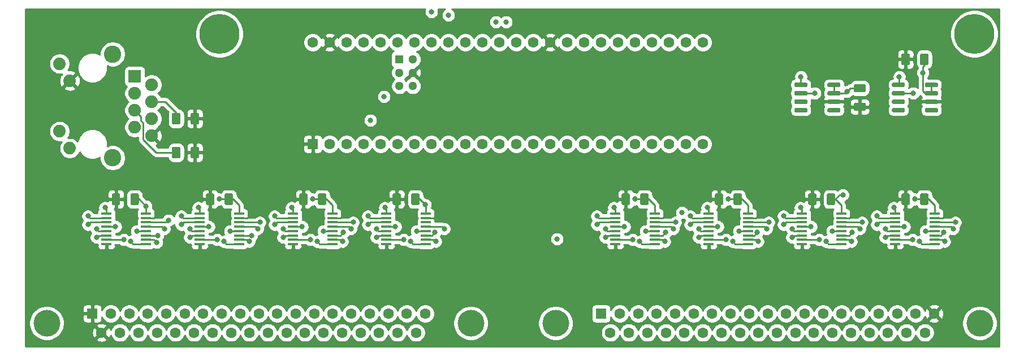
<source format=gbr>
G04 #@! TF.GenerationSoftware,KiCad,Pcbnew,5.1.5-52549c5~84~ubuntu18.04.1*
G04 #@! TF.CreationDate,2020-06-07T21:39:53-07:00*
G04 #@! TF.ProjectId,debugger,64656275-6767-4657-922e-6b696361645f,rev?*
G04 #@! TF.SameCoordinates,Original*
G04 #@! TF.FileFunction,Copper,L1,Top*
G04 #@! TF.FilePolarity,Positive*
%FSLAX46Y46*%
G04 Gerber Fmt 4.6, Leading zero omitted, Abs format (unit mm)*
G04 Created by KiCad (PCBNEW 5.1.5-52549c5~84~ubuntu18.04.1) date 2020-06-07 21:39:53*
%MOMM*%
%LPD*%
G04 APERTURE LIST*
%ADD10C,1.600000*%
%ADD11R,1.600000X1.600000*%
%ADD12R,1.300000X1.300000*%
%ADD13C,1.300000*%
%ADD14C,2.600000*%
%ADD15C,1.890000*%
%ADD16C,1.900000*%
%ADD17R,1.900000X1.900000*%
%ADD18C,0.100000*%
%ADD19R,1.500000X0.450000*%
%ADD20C,4.000000*%
%ADD21C,6.000000*%
%ADD22C,0.800000*%
%ADD23C,0.250000*%
%ADD24C,0.254000*%
G04 APERTURE END LIST*
D10*
X124460000Y-86360000D03*
X127000000Y-86360000D03*
X129540000Y-86360000D03*
X132080000Y-86360000D03*
X134620000Y-86360000D03*
X137160000Y-86360000D03*
X139700000Y-86360000D03*
X142240000Y-86360000D03*
X144780000Y-86360000D03*
X147320000Y-86360000D03*
X149860000Y-86360000D03*
X152400000Y-86360000D03*
X154940000Y-86360000D03*
X157480000Y-86360000D03*
D11*
X124460000Y-101600000D03*
D10*
X127000000Y-101600000D03*
X129540000Y-101600000D03*
X132080000Y-101600000D03*
X134620000Y-101600000D03*
X137160000Y-101600000D03*
X139700000Y-101600000D03*
X142240000Y-101600000D03*
X144780000Y-101600000D03*
X147320000Y-101600000D03*
X149860000Y-101600000D03*
X152400000Y-101600000D03*
X154940000Y-101600000D03*
X160020000Y-86360000D03*
X162560000Y-86360000D03*
X165100000Y-86360000D03*
X167640000Y-86360000D03*
X170180000Y-86360000D03*
X172720000Y-86360000D03*
X175260000Y-86360000D03*
X177800000Y-86360000D03*
X180340000Y-86360000D03*
X182880000Y-86360000D03*
X182880000Y-101600000D03*
X180340000Y-101600000D03*
X177800000Y-101600000D03*
X175260000Y-101600000D03*
X157480000Y-101600000D03*
X160020000Y-101600000D03*
X162560000Y-101600000D03*
X172720000Y-101600000D03*
X170180000Y-101600000D03*
X167640000Y-101600000D03*
X165100000Y-101600000D03*
D12*
X137430000Y-88900000D03*
D13*
X139430000Y-88900000D03*
X137430000Y-90900000D03*
X139430000Y-90900000D03*
X139430000Y-92900000D03*
X137430000Y-92900000D03*
D14*
X94500000Y-103660000D03*
X94500000Y-88110000D03*
D15*
X86550000Y-89560000D03*
X88070000Y-92100000D03*
X86550000Y-99670000D03*
X88070000Y-102210000D03*
D16*
X100330000Y-100330000D03*
X97790000Y-99060000D03*
X100330000Y-97790000D03*
X97790000Y-96520000D03*
X100330000Y-95250000D03*
X97790000Y-93980000D03*
X100330000Y-92710000D03*
D17*
X97790000Y-91440000D03*
G04 #@! TA.AperFunction,SMDPad,CuDef*
D18*
G36*
X104409504Y-101996204D02*
G01*
X104433773Y-101999804D01*
X104457571Y-102005765D01*
X104480671Y-102014030D01*
X104502849Y-102024520D01*
X104523893Y-102037133D01*
X104543598Y-102051747D01*
X104561777Y-102068223D01*
X104578253Y-102086402D01*
X104592867Y-102106107D01*
X104605480Y-102127151D01*
X104615970Y-102149329D01*
X104624235Y-102172429D01*
X104630196Y-102196227D01*
X104633796Y-102220496D01*
X104635000Y-102245000D01*
X104635000Y-103495000D01*
X104633796Y-103519504D01*
X104630196Y-103543773D01*
X104624235Y-103567571D01*
X104615970Y-103590671D01*
X104605480Y-103612849D01*
X104592867Y-103633893D01*
X104578253Y-103653598D01*
X104561777Y-103671777D01*
X104543598Y-103688253D01*
X104523893Y-103702867D01*
X104502849Y-103715480D01*
X104480671Y-103725970D01*
X104457571Y-103734235D01*
X104433773Y-103740196D01*
X104409504Y-103743796D01*
X104385000Y-103745000D01*
X103635000Y-103745000D01*
X103610496Y-103743796D01*
X103586227Y-103740196D01*
X103562429Y-103734235D01*
X103539329Y-103725970D01*
X103517151Y-103715480D01*
X103496107Y-103702867D01*
X103476402Y-103688253D01*
X103458223Y-103671777D01*
X103441747Y-103653598D01*
X103427133Y-103633893D01*
X103414520Y-103612849D01*
X103404030Y-103590671D01*
X103395765Y-103567571D01*
X103389804Y-103543773D01*
X103386204Y-103519504D01*
X103385000Y-103495000D01*
X103385000Y-102245000D01*
X103386204Y-102220496D01*
X103389804Y-102196227D01*
X103395765Y-102172429D01*
X103404030Y-102149329D01*
X103414520Y-102127151D01*
X103427133Y-102106107D01*
X103441747Y-102086402D01*
X103458223Y-102068223D01*
X103476402Y-102051747D01*
X103496107Y-102037133D01*
X103517151Y-102024520D01*
X103539329Y-102014030D01*
X103562429Y-102005765D01*
X103586227Y-101999804D01*
X103610496Y-101996204D01*
X103635000Y-101995000D01*
X104385000Y-101995000D01*
X104409504Y-101996204D01*
G37*
G04 #@! TD.AperFunction*
G04 #@! TA.AperFunction,SMDPad,CuDef*
G36*
X107209504Y-101996204D02*
G01*
X107233773Y-101999804D01*
X107257571Y-102005765D01*
X107280671Y-102014030D01*
X107302849Y-102024520D01*
X107323893Y-102037133D01*
X107343598Y-102051747D01*
X107361777Y-102068223D01*
X107378253Y-102086402D01*
X107392867Y-102106107D01*
X107405480Y-102127151D01*
X107415970Y-102149329D01*
X107424235Y-102172429D01*
X107430196Y-102196227D01*
X107433796Y-102220496D01*
X107435000Y-102245000D01*
X107435000Y-103495000D01*
X107433796Y-103519504D01*
X107430196Y-103543773D01*
X107424235Y-103567571D01*
X107415970Y-103590671D01*
X107405480Y-103612849D01*
X107392867Y-103633893D01*
X107378253Y-103653598D01*
X107361777Y-103671777D01*
X107343598Y-103688253D01*
X107323893Y-103702867D01*
X107302849Y-103715480D01*
X107280671Y-103725970D01*
X107257571Y-103734235D01*
X107233773Y-103740196D01*
X107209504Y-103743796D01*
X107185000Y-103745000D01*
X106435000Y-103745000D01*
X106410496Y-103743796D01*
X106386227Y-103740196D01*
X106362429Y-103734235D01*
X106339329Y-103725970D01*
X106317151Y-103715480D01*
X106296107Y-103702867D01*
X106276402Y-103688253D01*
X106258223Y-103671777D01*
X106241747Y-103653598D01*
X106227133Y-103633893D01*
X106214520Y-103612849D01*
X106204030Y-103590671D01*
X106195765Y-103567571D01*
X106189804Y-103543773D01*
X106186204Y-103519504D01*
X106185000Y-103495000D01*
X106185000Y-102245000D01*
X106186204Y-102220496D01*
X106189804Y-102196227D01*
X106195765Y-102172429D01*
X106204030Y-102149329D01*
X106214520Y-102127151D01*
X106227133Y-102106107D01*
X106241747Y-102086402D01*
X106258223Y-102068223D01*
X106276402Y-102051747D01*
X106296107Y-102037133D01*
X106317151Y-102024520D01*
X106339329Y-102014030D01*
X106362429Y-102005765D01*
X106386227Y-101999804D01*
X106410496Y-101996204D01*
X106435000Y-101995000D01*
X107185000Y-101995000D01*
X107209504Y-101996204D01*
G37*
G04 #@! TD.AperFunction*
G04 #@! TA.AperFunction,SMDPad,CuDef*
G36*
X104409504Y-96916204D02*
G01*
X104433773Y-96919804D01*
X104457571Y-96925765D01*
X104480671Y-96934030D01*
X104502849Y-96944520D01*
X104523893Y-96957133D01*
X104543598Y-96971747D01*
X104561777Y-96988223D01*
X104578253Y-97006402D01*
X104592867Y-97026107D01*
X104605480Y-97047151D01*
X104615970Y-97069329D01*
X104624235Y-97092429D01*
X104630196Y-97116227D01*
X104633796Y-97140496D01*
X104635000Y-97165000D01*
X104635000Y-98415000D01*
X104633796Y-98439504D01*
X104630196Y-98463773D01*
X104624235Y-98487571D01*
X104615970Y-98510671D01*
X104605480Y-98532849D01*
X104592867Y-98553893D01*
X104578253Y-98573598D01*
X104561777Y-98591777D01*
X104543598Y-98608253D01*
X104523893Y-98622867D01*
X104502849Y-98635480D01*
X104480671Y-98645970D01*
X104457571Y-98654235D01*
X104433773Y-98660196D01*
X104409504Y-98663796D01*
X104385000Y-98665000D01*
X103635000Y-98665000D01*
X103610496Y-98663796D01*
X103586227Y-98660196D01*
X103562429Y-98654235D01*
X103539329Y-98645970D01*
X103517151Y-98635480D01*
X103496107Y-98622867D01*
X103476402Y-98608253D01*
X103458223Y-98591777D01*
X103441747Y-98573598D01*
X103427133Y-98553893D01*
X103414520Y-98532849D01*
X103404030Y-98510671D01*
X103395765Y-98487571D01*
X103389804Y-98463773D01*
X103386204Y-98439504D01*
X103385000Y-98415000D01*
X103385000Y-97165000D01*
X103386204Y-97140496D01*
X103389804Y-97116227D01*
X103395765Y-97092429D01*
X103404030Y-97069329D01*
X103414520Y-97047151D01*
X103427133Y-97026107D01*
X103441747Y-97006402D01*
X103458223Y-96988223D01*
X103476402Y-96971747D01*
X103496107Y-96957133D01*
X103517151Y-96944520D01*
X103539329Y-96934030D01*
X103562429Y-96925765D01*
X103586227Y-96919804D01*
X103610496Y-96916204D01*
X103635000Y-96915000D01*
X104385000Y-96915000D01*
X104409504Y-96916204D01*
G37*
G04 #@! TD.AperFunction*
G04 #@! TA.AperFunction,SMDPad,CuDef*
G36*
X107209504Y-96916204D02*
G01*
X107233773Y-96919804D01*
X107257571Y-96925765D01*
X107280671Y-96934030D01*
X107302849Y-96944520D01*
X107323893Y-96957133D01*
X107343598Y-96971747D01*
X107361777Y-96988223D01*
X107378253Y-97006402D01*
X107392867Y-97026107D01*
X107405480Y-97047151D01*
X107415970Y-97069329D01*
X107424235Y-97092429D01*
X107430196Y-97116227D01*
X107433796Y-97140496D01*
X107435000Y-97165000D01*
X107435000Y-98415000D01*
X107433796Y-98439504D01*
X107430196Y-98463773D01*
X107424235Y-98487571D01*
X107415970Y-98510671D01*
X107405480Y-98532849D01*
X107392867Y-98553893D01*
X107378253Y-98573598D01*
X107361777Y-98591777D01*
X107343598Y-98608253D01*
X107323893Y-98622867D01*
X107302849Y-98635480D01*
X107280671Y-98645970D01*
X107257571Y-98654235D01*
X107233773Y-98660196D01*
X107209504Y-98663796D01*
X107185000Y-98665000D01*
X106435000Y-98665000D01*
X106410496Y-98663796D01*
X106386227Y-98660196D01*
X106362429Y-98654235D01*
X106339329Y-98645970D01*
X106317151Y-98635480D01*
X106296107Y-98622867D01*
X106276402Y-98608253D01*
X106258223Y-98591777D01*
X106241747Y-98573598D01*
X106227133Y-98553893D01*
X106214520Y-98532849D01*
X106204030Y-98510671D01*
X106195765Y-98487571D01*
X106189804Y-98463773D01*
X106186204Y-98439504D01*
X106185000Y-98415000D01*
X106185000Y-97165000D01*
X106186204Y-97140496D01*
X106189804Y-97116227D01*
X106195765Y-97092429D01*
X106204030Y-97069329D01*
X106214520Y-97047151D01*
X106227133Y-97026107D01*
X106241747Y-97006402D01*
X106258223Y-96988223D01*
X106276402Y-96971747D01*
X106296107Y-96957133D01*
X106317151Y-96944520D01*
X106339329Y-96934030D01*
X106362429Y-96925765D01*
X106386227Y-96919804D01*
X106410496Y-96916204D01*
X106435000Y-96915000D01*
X107185000Y-96915000D01*
X107209504Y-96916204D01*
G37*
G04 #@! TD.AperFunction*
D19*
X113440000Y-112025000D03*
X113440000Y-112675000D03*
X113440000Y-113325000D03*
X113440000Y-113975000D03*
X113440000Y-114625000D03*
X113440000Y-115275000D03*
X113440000Y-115925000D03*
X113440000Y-116575000D03*
X107540000Y-116575000D03*
X107540000Y-115925000D03*
X107540000Y-115275000D03*
X107540000Y-114625000D03*
X107540000Y-113975000D03*
X107540000Y-113325000D03*
X107540000Y-112675000D03*
X107540000Y-112025000D03*
X175670000Y-112025000D03*
X175670000Y-112675000D03*
X175670000Y-113325000D03*
X175670000Y-113975000D03*
X175670000Y-114625000D03*
X175670000Y-115275000D03*
X175670000Y-115925000D03*
X175670000Y-116575000D03*
X169770000Y-116575000D03*
X169770000Y-115925000D03*
X169770000Y-115275000D03*
X169770000Y-114625000D03*
X169770000Y-113975000D03*
X169770000Y-113325000D03*
X169770000Y-112675000D03*
X169770000Y-112025000D03*
X189640000Y-112025000D03*
X189640000Y-112675000D03*
X189640000Y-113325000D03*
X189640000Y-113975000D03*
X189640000Y-114625000D03*
X189640000Y-115275000D03*
X189640000Y-115925000D03*
X189640000Y-116575000D03*
X183740000Y-116575000D03*
X183740000Y-115925000D03*
X183740000Y-115275000D03*
X183740000Y-114625000D03*
X183740000Y-113975000D03*
X183740000Y-113325000D03*
X183740000Y-112675000D03*
X183740000Y-112025000D03*
G04 #@! TA.AperFunction,SMDPad,CuDef*
D18*
G36*
X217944703Y-92410722D02*
G01*
X217959264Y-92412882D01*
X217973543Y-92416459D01*
X217987403Y-92421418D01*
X218000710Y-92427712D01*
X218013336Y-92435280D01*
X218025159Y-92444048D01*
X218036066Y-92453934D01*
X218045952Y-92464841D01*
X218054720Y-92476664D01*
X218062288Y-92489290D01*
X218068582Y-92502597D01*
X218073541Y-92516457D01*
X218077118Y-92530736D01*
X218079278Y-92545297D01*
X218080000Y-92560000D01*
X218080000Y-92860000D01*
X218079278Y-92874703D01*
X218077118Y-92889264D01*
X218073541Y-92903543D01*
X218068582Y-92917403D01*
X218062288Y-92930710D01*
X218054720Y-92943336D01*
X218045952Y-92955159D01*
X218036066Y-92966066D01*
X218025159Y-92975952D01*
X218013336Y-92984720D01*
X218000710Y-92992288D01*
X217987403Y-92998582D01*
X217973543Y-93003541D01*
X217959264Y-93007118D01*
X217944703Y-93009278D01*
X217930000Y-93010000D01*
X216280000Y-93010000D01*
X216265297Y-93009278D01*
X216250736Y-93007118D01*
X216236457Y-93003541D01*
X216222597Y-92998582D01*
X216209290Y-92992288D01*
X216196664Y-92984720D01*
X216184841Y-92975952D01*
X216173934Y-92966066D01*
X216164048Y-92955159D01*
X216155280Y-92943336D01*
X216147712Y-92930710D01*
X216141418Y-92917403D01*
X216136459Y-92903543D01*
X216132882Y-92889264D01*
X216130722Y-92874703D01*
X216130000Y-92860000D01*
X216130000Y-92560000D01*
X216130722Y-92545297D01*
X216132882Y-92530736D01*
X216136459Y-92516457D01*
X216141418Y-92502597D01*
X216147712Y-92489290D01*
X216155280Y-92476664D01*
X216164048Y-92464841D01*
X216173934Y-92453934D01*
X216184841Y-92444048D01*
X216196664Y-92435280D01*
X216209290Y-92427712D01*
X216222597Y-92421418D01*
X216236457Y-92416459D01*
X216250736Y-92412882D01*
X216265297Y-92410722D01*
X216280000Y-92410000D01*
X217930000Y-92410000D01*
X217944703Y-92410722D01*
G37*
G04 #@! TD.AperFunction*
G04 #@! TA.AperFunction,SMDPad,CuDef*
G36*
X217944703Y-93680722D02*
G01*
X217959264Y-93682882D01*
X217973543Y-93686459D01*
X217987403Y-93691418D01*
X218000710Y-93697712D01*
X218013336Y-93705280D01*
X218025159Y-93714048D01*
X218036066Y-93723934D01*
X218045952Y-93734841D01*
X218054720Y-93746664D01*
X218062288Y-93759290D01*
X218068582Y-93772597D01*
X218073541Y-93786457D01*
X218077118Y-93800736D01*
X218079278Y-93815297D01*
X218080000Y-93830000D01*
X218080000Y-94130000D01*
X218079278Y-94144703D01*
X218077118Y-94159264D01*
X218073541Y-94173543D01*
X218068582Y-94187403D01*
X218062288Y-94200710D01*
X218054720Y-94213336D01*
X218045952Y-94225159D01*
X218036066Y-94236066D01*
X218025159Y-94245952D01*
X218013336Y-94254720D01*
X218000710Y-94262288D01*
X217987403Y-94268582D01*
X217973543Y-94273541D01*
X217959264Y-94277118D01*
X217944703Y-94279278D01*
X217930000Y-94280000D01*
X216280000Y-94280000D01*
X216265297Y-94279278D01*
X216250736Y-94277118D01*
X216236457Y-94273541D01*
X216222597Y-94268582D01*
X216209290Y-94262288D01*
X216196664Y-94254720D01*
X216184841Y-94245952D01*
X216173934Y-94236066D01*
X216164048Y-94225159D01*
X216155280Y-94213336D01*
X216147712Y-94200710D01*
X216141418Y-94187403D01*
X216136459Y-94173543D01*
X216132882Y-94159264D01*
X216130722Y-94144703D01*
X216130000Y-94130000D01*
X216130000Y-93830000D01*
X216130722Y-93815297D01*
X216132882Y-93800736D01*
X216136459Y-93786457D01*
X216141418Y-93772597D01*
X216147712Y-93759290D01*
X216155280Y-93746664D01*
X216164048Y-93734841D01*
X216173934Y-93723934D01*
X216184841Y-93714048D01*
X216196664Y-93705280D01*
X216209290Y-93697712D01*
X216222597Y-93691418D01*
X216236457Y-93686459D01*
X216250736Y-93682882D01*
X216265297Y-93680722D01*
X216280000Y-93680000D01*
X217930000Y-93680000D01*
X217944703Y-93680722D01*
G37*
G04 #@! TD.AperFunction*
G04 #@! TA.AperFunction,SMDPad,CuDef*
G36*
X217944703Y-94950722D02*
G01*
X217959264Y-94952882D01*
X217973543Y-94956459D01*
X217987403Y-94961418D01*
X218000710Y-94967712D01*
X218013336Y-94975280D01*
X218025159Y-94984048D01*
X218036066Y-94993934D01*
X218045952Y-95004841D01*
X218054720Y-95016664D01*
X218062288Y-95029290D01*
X218068582Y-95042597D01*
X218073541Y-95056457D01*
X218077118Y-95070736D01*
X218079278Y-95085297D01*
X218080000Y-95100000D01*
X218080000Y-95400000D01*
X218079278Y-95414703D01*
X218077118Y-95429264D01*
X218073541Y-95443543D01*
X218068582Y-95457403D01*
X218062288Y-95470710D01*
X218054720Y-95483336D01*
X218045952Y-95495159D01*
X218036066Y-95506066D01*
X218025159Y-95515952D01*
X218013336Y-95524720D01*
X218000710Y-95532288D01*
X217987403Y-95538582D01*
X217973543Y-95543541D01*
X217959264Y-95547118D01*
X217944703Y-95549278D01*
X217930000Y-95550000D01*
X216280000Y-95550000D01*
X216265297Y-95549278D01*
X216250736Y-95547118D01*
X216236457Y-95543541D01*
X216222597Y-95538582D01*
X216209290Y-95532288D01*
X216196664Y-95524720D01*
X216184841Y-95515952D01*
X216173934Y-95506066D01*
X216164048Y-95495159D01*
X216155280Y-95483336D01*
X216147712Y-95470710D01*
X216141418Y-95457403D01*
X216136459Y-95443543D01*
X216132882Y-95429264D01*
X216130722Y-95414703D01*
X216130000Y-95400000D01*
X216130000Y-95100000D01*
X216130722Y-95085297D01*
X216132882Y-95070736D01*
X216136459Y-95056457D01*
X216141418Y-95042597D01*
X216147712Y-95029290D01*
X216155280Y-95016664D01*
X216164048Y-95004841D01*
X216173934Y-94993934D01*
X216184841Y-94984048D01*
X216196664Y-94975280D01*
X216209290Y-94967712D01*
X216222597Y-94961418D01*
X216236457Y-94956459D01*
X216250736Y-94952882D01*
X216265297Y-94950722D01*
X216280000Y-94950000D01*
X217930000Y-94950000D01*
X217944703Y-94950722D01*
G37*
G04 #@! TD.AperFunction*
G04 #@! TA.AperFunction,SMDPad,CuDef*
G36*
X217944703Y-96220722D02*
G01*
X217959264Y-96222882D01*
X217973543Y-96226459D01*
X217987403Y-96231418D01*
X218000710Y-96237712D01*
X218013336Y-96245280D01*
X218025159Y-96254048D01*
X218036066Y-96263934D01*
X218045952Y-96274841D01*
X218054720Y-96286664D01*
X218062288Y-96299290D01*
X218068582Y-96312597D01*
X218073541Y-96326457D01*
X218077118Y-96340736D01*
X218079278Y-96355297D01*
X218080000Y-96370000D01*
X218080000Y-96670000D01*
X218079278Y-96684703D01*
X218077118Y-96699264D01*
X218073541Y-96713543D01*
X218068582Y-96727403D01*
X218062288Y-96740710D01*
X218054720Y-96753336D01*
X218045952Y-96765159D01*
X218036066Y-96776066D01*
X218025159Y-96785952D01*
X218013336Y-96794720D01*
X218000710Y-96802288D01*
X217987403Y-96808582D01*
X217973543Y-96813541D01*
X217959264Y-96817118D01*
X217944703Y-96819278D01*
X217930000Y-96820000D01*
X216280000Y-96820000D01*
X216265297Y-96819278D01*
X216250736Y-96817118D01*
X216236457Y-96813541D01*
X216222597Y-96808582D01*
X216209290Y-96802288D01*
X216196664Y-96794720D01*
X216184841Y-96785952D01*
X216173934Y-96776066D01*
X216164048Y-96765159D01*
X216155280Y-96753336D01*
X216147712Y-96740710D01*
X216141418Y-96727403D01*
X216136459Y-96713543D01*
X216132882Y-96699264D01*
X216130722Y-96684703D01*
X216130000Y-96670000D01*
X216130000Y-96370000D01*
X216130722Y-96355297D01*
X216132882Y-96340736D01*
X216136459Y-96326457D01*
X216141418Y-96312597D01*
X216147712Y-96299290D01*
X216155280Y-96286664D01*
X216164048Y-96274841D01*
X216173934Y-96263934D01*
X216184841Y-96254048D01*
X216196664Y-96245280D01*
X216209290Y-96237712D01*
X216222597Y-96231418D01*
X216236457Y-96226459D01*
X216250736Y-96222882D01*
X216265297Y-96220722D01*
X216280000Y-96220000D01*
X217930000Y-96220000D01*
X217944703Y-96220722D01*
G37*
G04 #@! TD.AperFunction*
G04 #@! TA.AperFunction,SMDPad,CuDef*
G36*
X212994703Y-96220722D02*
G01*
X213009264Y-96222882D01*
X213023543Y-96226459D01*
X213037403Y-96231418D01*
X213050710Y-96237712D01*
X213063336Y-96245280D01*
X213075159Y-96254048D01*
X213086066Y-96263934D01*
X213095952Y-96274841D01*
X213104720Y-96286664D01*
X213112288Y-96299290D01*
X213118582Y-96312597D01*
X213123541Y-96326457D01*
X213127118Y-96340736D01*
X213129278Y-96355297D01*
X213130000Y-96370000D01*
X213130000Y-96670000D01*
X213129278Y-96684703D01*
X213127118Y-96699264D01*
X213123541Y-96713543D01*
X213118582Y-96727403D01*
X213112288Y-96740710D01*
X213104720Y-96753336D01*
X213095952Y-96765159D01*
X213086066Y-96776066D01*
X213075159Y-96785952D01*
X213063336Y-96794720D01*
X213050710Y-96802288D01*
X213037403Y-96808582D01*
X213023543Y-96813541D01*
X213009264Y-96817118D01*
X212994703Y-96819278D01*
X212980000Y-96820000D01*
X211330000Y-96820000D01*
X211315297Y-96819278D01*
X211300736Y-96817118D01*
X211286457Y-96813541D01*
X211272597Y-96808582D01*
X211259290Y-96802288D01*
X211246664Y-96794720D01*
X211234841Y-96785952D01*
X211223934Y-96776066D01*
X211214048Y-96765159D01*
X211205280Y-96753336D01*
X211197712Y-96740710D01*
X211191418Y-96727403D01*
X211186459Y-96713543D01*
X211182882Y-96699264D01*
X211180722Y-96684703D01*
X211180000Y-96670000D01*
X211180000Y-96370000D01*
X211180722Y-96355297D01*
X211182882Y-96340736D01*
X211186459Y-96326457D01*
X211191418Y-96312597D01*
X211197712Y-96299290D01*
X211205280Y-96286664D01*
X211214048Y-96274841D01*
X211223934Y-96263934D01*
X211234841Y-96254048D01*
X211246664Y-96245280D01*
X211259290Y-96237712D01*
X211272597Y-96231418D01*
X211286457Y-96226459D01*
X211300736Y-96222882D01*
X211315297Y-96220722D01*
X211330000Y-96220000D01*
X212980000Y-96220000D01*
X212994703Y-96220722D01*
G37*
G04 #@! TD.AperFunction*
G04 #@! TA.AperFunction,SMDPad,CuDef*
G36*
X212994703Y-94950722D02*
G01*
X213009264Y-94952882D01*
X213023543Y-94956459D01*
X213037403Y-94961418D01*
X213050710Y-94967712D01*
X213063336Y-94975280D01*
X213075159Y-94984048D01*
X213086066Y-94993934D01*
X213095952Y-95004841D01*
X213104720Y-95016664D01*
X213112288Y-95029290D01*
X213118582Y-95042597D01*
X213123541Y-95056457D01*
X213127118Y-95070736D01*
X213129278Y-95085297D01*
X213130000Y-95100000D01*
X213130000Y-95400000D01*
X213129278Y-95414703D01*
X213127118Y-95429264D01*
X213123541Y-95443543D01*
X213118582Y-95457403D01*
X213112288Y-95470710D01*
X213104720Y-95483336D01*
X213095952Y-95495159D01*
X213086066Y-95506066D01*
X213075159Y-95515952D01*
X213063336Y-95524720D01*
X213050710Y-95532288D01*
X213037403Y-95538582D01*
X213023543Y-95543541D01*
X213009264Y-95547118D01*
X212994703Y-95549278D01*
X212980000Y-95550000D01*
X211330000Y-95550000D01*
X211315297Y-95549278D01*
X211300736Y-95547118D01*
X211286457Y-95543541D01*
X211272597Y-95538582D01*
X211259290Y-95532288D01*
X211246664Y-95524720D01*
X211234841Y-95515952D01*
X211223934Y-95506066D01*
X211214048Y-95495159D01*
X211205280Y-95483336D01*
X211197712Y-95470710D01*
X211191418Y-95457403D01*
X211186459Y-95443543D01*
X211182882Y-95429264D01*
X211180722Y-95414703D01*
X211180000Y-95400000D01*
X211180000Y-95100000D01*
X211180722Y-95085297D01*
X211182882Y-95070736D01*
X211186459Y-95056457D01*
X211191418Y-95042597D01*
X211197712Y-95029290D01*
X211205280Y-95016664D01*
X211214048Y-95004841D01*
X211223934Y-94993934D01*
X211234841Y-94984048D01*
X211246664Y-94975280D01*
X211259290Y-94967712D01*
X211272597Y-94961418D01*
X211286457Y-94956459D01*
X211300736Y-94952882D01*
X211315297Y-94950722D01*
X211330000Y-94950000D01*
X212980000Y-94950000D01*
X212994703Y-94950722D01*
G37*
G04 #@! TD.AperFunction*
G04 #@! TA.AperFunction,SMDPad,CuDef*
G36*
X212994703Y-93680722D02*
G01*
X213009264Y-93682882D01*
X213023543Y-93686459D01*
X213037403Y-93691418D01*
X213050710Y-93697712D01*
X213063336Y-93705280D01*
X213075159Y-93714048D01*
X213086066Y-93723934D01*
X213095952Y-93734841D01*
X213104720Y-93746664D01*
X213112288Y-93759290D01*
X213118582Y-93772597D01*
X213123541Y-93786457D01*
X213127118Y-93800736D01*
X213129278Y-93815297D01*
X213130000Y-93830000D01*
X213130000Y-94130000D01*
X213129278Y-94144703D01*
X213127118Y-94159264D01*
X213123541Y-94173543D01*
X213118582Y-94187403D01*
X213112288Y-94200710D01*
X213104720Y-94213336D01*
X213095952Y-94225159D01*
X213086066Y-94236066D01*
X213075159Y-94245952D01*
X213063336Y-94254720D01*
X213050710Y-94262288D01*
X213037403Y-94268582D01*
X213023543Y-94273541D01*
X213009264Y-94277118D01*
X212994703Y-94279278D01*
X212980000Y-94280000D01*
X211330000Y-94280000D01*
X211315297Y-94279278D01*
X211300736Y-94277118D01*
X211286457Y-94273541D01*
X211272597Y-94268582D01*
X211259290Y-94262288D01*
X211246664Y-94254720D01*
X211234841Y-94245952D01*
X211223934Y-94236066D01*
X211214048Y-94225159D01*
X211205280Y-94213336D01*
X211197712Y-94200710D01*
X211191418Y-94187403D01*
X211186459Y-94173543D01*
X211182882Y-94159264D01*
X211180722Y-94144703D01*
X211180000Y-94130000D01*
X211180000Y-93830000D01*
X211180722Y-93815297D01*
X211182882Y-93800736D01*
X211186459Y-93786457D01*
X211191418Y-93772597D01*
X211197712Y-93759290D01*
X211205280Y-93746664D01*
X211214048Y-93734841D01*
X211223934Y-93723934D01*
X211234841Y-93714048D01*
X211246664Y-93705280D01*
X211259290Y-93697712D01*
X211272597Y-93691418D01*
X211286457Y-93686459D01*
X211300736Y-93682882D01*
X211315297Y-93680722D01*
X211330000Y-93680000D01*
X212980000Y-93680000D01*
X212994703Y-93680722D01*
G37*
G04 #@! TD.AperFunction*
G04 #@! TA.AperFunction,SMDPad,CuDef*
G36*
X212994703Y-92410722D02*
G01*
X213009264Y-92412882D01*
X213023543Y-92416459D01*
X213037403Y-92421418D01*
X213050710Y-92427712D01*
X213063336Y-92435280D01*
X213075159Y-92444048D01*
X213086066Y-92453934D01*
X213095952Y-92464841D01*
X213104720Y-92476664D01*
X213112288Y-92489290D01*
X213118582Y-92502597D01*
X213123541Y-92516457D01*
X213127118Y-92530736D01*
X213129278Y-92545297D01*
X213130000Y-92560000D01*
X213130000Y-92860000D01*
X213129278Y-92874703D01*
X213127118Y-92889264D01*
X213123541Y-92903543D01*
X213118582Y-92917403D01*
X213112288Y-92930710D01*
X213104720Y-92943336D01*
X213095952Y-92955159D01*
X213086066Y-92966066D01*
X213075159Y-92975952D01*
X213063336Y-92984720D01*
X213050710Y-92992288D01*
X213037403Y-92998582D01*
X213023543Y-93003541D01*
X213009264Y-93007118D01*
X212994703Y-93009278D01*
X212980000Y-93010000D01*
X211330000Y-93010000D01*
X211315297Y-93009278D01*
X211300736Y-93007118D01*
X211286457Y-93003541D01*
X211272597Y-92998582D01*
X211259290Y-92992288D01*
X211246664Y-92984720D01*
X211234841Y-92975952D01*
X211223934Y-92966066D01*
X211214048Y-92955159D01*
X211205280Y-92943336D01*
X211197712Y-92930710D01*
X211191418Y-92917403D01*
X211186459Y-92903543D01*
X211182882Y-92889264D01*
X211180722Y-92874703D01*
X211180000Y-92860000D01*
X211180000Y-92560000D01*
X211180722Y-92545297D01*
X211182882Y-92530736D01*
X211186459Y-92516457D01*
X211191418Y-92502597D01*
X211197712Y-92489290D01*
X211205280Y-92476664D01*
X211214048Y-92464841D01*
X211223934Y-92453934D01*
X211234841Y-92444048D01*
X211246664Y-92435280D01*
X211259290Y-92427712D01*
X211272597Y-92421418D01*
X211286457Y-92416459D01*
X211300736Y-92412882D01*
X211315297Y-92410722D01*
X211330000Y-92410000D01*
X212980000Y-92410000D01*
X212994703Y-92410722D01*
G37*
G04 #@! TD.AperFunction*
G04 #@! TA.AperFunction,SMDPad,CuDef*
G36*
X203339703Y-92410722D02*
G01*
X203354264Y-92412882D01*
X203368543Y-92416459D01*
X203382403Y-92421418D01*
X203395710Y-92427712D01*
X203408336Y-92435280D01*
X203420159Y-92444048D01*
X203431066Y-92453934D01*
X203440952Y-92464841D01*
X203449720Y-92476664D01*
X203457288Y-92489290D01*
X203463582Y-92502597D01*
X203468541Y-92516457D01*
X203472118Y-92530736D01*
X203474278Y-92545297D01*
X203475000Y-92560000D01*
X203475000Y-92860000D01*
X203474278Y-92874703D01*
X203472118Y-92889264D01*
X203468541Y-92903543D01*
X203463582Y-92917403D01*
X203457288Y-92930710D01*
X203449720Y-92943336D01*
X203440952Y-92955159D01*
X203431066Y-92966066D01*
X203420159Y-92975952D01*
X203408336Y-92984720D01*
X203395710Y-92992288D01*
X203382403Y-92998582D01*
X203368543Y-93003541D01*
X203354264Y-93007118D01*
X203339703Y-93009278D01*
X203325000Y-93010000D01*
X201675000Y-93010000D01*
X201660297Y-93009278D01*
X201645736Y-93007118D01*
X201631457Y-93003541D01*
X201617597Y-92998582D01*
X201604290Y-92992288D01*
X201591664Y-92984720D01*
X201579841Y-92975952D01*
X201568934Y-92966066D01*
X201559048Y-92955159D01*
X201550280Y-92943336D01*
X201542712Y-92930710D01*
X201536418Y-92917403D01*
X201531459Y-92903543D01*
X201527882Y-92889264D01*
X201525722Y-92874703D01*
X201525000Y-92860000D01*
X201525000Y-92560000D01*
X201525722Y-92545297D01*
X201527882Y-92530736D01*
X201531459Y-92516457D01*
X201536418Y-92502597D01*
X201542712Y-92489290D01*
X201550280Y-92476664D01*
X201559048Y-92464841D01*
X201568934Y-92453934D01*
X201579841Y-92444048D01*
X201591664Y-92435280D01*
X201604290Y-92427712D01*
X201617597Y-92421418D01*
X201631457Y-92416459D01*
X201645736Y-92412882D01*
X201660297Y-92410722D01*
X201675000Y-92410000D01*
X203325000Y-92410000D01*
X203339703Y-92410722D01*
G37*
G04 #@! TD.AperFunction*
G04 #@! TA.AperFunction,SMDPad,CuDef*
G36*
X203339703Y-93680722D02*
G01*
X203354264Y-93682882D01*
X203368543Y-93686459D01*
X203382403Y-93691418D01*
X203395710Y-93697712D01*
X203408336Y-93705280D01*
X203420159Y-93714048D01*
X203431066Y-93723934D01*
X203440952Y-93734841D01*
X203449720Y-93746664D01*
X203457288Y-93759290D01*
X203463582Y-93772597D01*
X203468541Y-93786457D01*
X203472118Y-93800736D01*
X203474278Y-93815297D01*
X203475000Y-93830000D01*
X203475000Y-94130000D01*
X203474278Y-94144703D01*
X203472118Y-94159264D01*
X203468541Y-94173543D01*
X203463582Y-94187403D01*
X203457288Y-94200710D01*
X203449720Y-94213336D01*
X203440952Y-94225159D01*
X203431066Y-94236066D01*
X203420159Y-94245952D01*
X203408336Y-94254720D01*
X203395710Y-94262288D01*
X203382403Y-94268582D01*
X203368543Y-94273541D01*
X203354264Y-94277118D01*
X203339703Y-94279278D01*
X203325000Y-94280000D01*
X201675000Y-94280000D01*
X201660297Y-94279278D01*
X201645736Y-94277118D01*
X201631457Y-94273541D01*
X201617597Y-94268582D01*
X201604290Y-94262288D01*
X201591664Y-94254720D01*
X201579841Y-94245952D01*
X201568934Y-94236066D01*
X201559048Y-94225159D01*
X201550280Y-94213336D01*
X201542712Y-94200710D01*
X201536418Y-94187403D01*
X201531459Y-94173543D01*
X201527882Y-94159264D01*
X201525722Y-94144703D01*
X201525000Y-94130000D01*
X201525000Y-93830000D01*
X201525722Y-93815297D01*
X201527882Y-93800736D01*
X201531459Y-93786457D01*
X201536418Y-93772597D01*
X201542712Y-93759290D01*
X201550280Y-93746664D01*
X201559048Y-93734841D01*
X201568934Y-93723934D01*
X201579841Y-93714048D01*
X201591664Y-93705280D01*
X201604290Y-93697712D01*
X201617597Y-93691418D01*
X201631457Y-93686459D01*
X201645736Y-93682882D01*
X201660297Y-93680722D01*
X201675000Y-93680000D01*
X203325000Y-93680000D01*
X203339703Y-93680722D01*
G37*
G04 #@! TD.AperFunction*
G04 #@! TA.AperFunction,SMDPad,CuDef*
G36*
X203339703Y-94950722D02*
G01*
X203354264Y-94952882D01*
X203368543Y-94956459D01*
X203382403Y-94961418D01*
X203395710Y-94967712D01*
X203408336Y-94975280D01*
X203420159Y-94984048D01*
X203431066Y-94993934D01*
X203440952Y-95004841D01*
X203449720Y-95016664D01*
X203457288Y-95029290D01*
X203463582Y-95042597D01*
X203468541Y-95056457D01*
X203472118Y-95070736D01*
X203474278Y-95085297D01*
X203475000Y-95100000D01*
X203475000Y-95400000D01*
X203474278Y-95414703D01*
X203472118Y-95429264D01*
X203468541Y-95443543D01*
X203463582Y-95457403D01*
X203457288Y-95470710D01*
X203449720Y-95483336D01*
X203440952Y-95495159D01*
X203431066Y-95506066D01*
X203420159Y-95515952D01*
X203408336Y-95524720D01*
X203395710Y-95532288D01*
X203382403Y-95538582D01*
X203368543Y-95543541D01*
X203354264Y-95547118D01*
X203339703Y-95549278D01*
X203325000Y-95550000D01*
X201675000Y-95550000D01*
X201660297Y-95549278D01*
X201645736Y-95547118D01*
X201631457Y-95543541D01*
X201617597Y-95538582D01*
X201604290Y-95532288D01*
X201591664Y-95524720D01*
X201579841Y-95515952D01*
X201568934Y-95506066D01*
X201559048Y-95495159D01*
X201550280Y-95483336D01*
X201542712Y-95470710D01*
X201536418Y-95457403D01*
X201531459Y-95443543D01*
X201527882Y-95429264D01*
X201525722Y-95414703D01*
X201525000Y-95400000D01*
X201525000Y-95100000D01*
X201525722Y-95085297D01*
X201527882Y-95070736D01*
X201531459Y-95056457D01*
X201536418Y-95042597D01*
X201542712Y-95029290D01*
X201550280Y-95016664D01*
X201559048Y-95004841D01*
X201568934Y-94993934D01*
X201579841Y-94984048D01*
X201591664Y-94975280D01*
X201604290Y-94967712D01*
X201617597Y-94961418D01*
X201631457Y-94956459D01*
X201645736Y-94952882D01*
X201660297Y-94950722D01*
X201675000Y-94950000D01*
X203325000Y-94950000D01*
X203339703Y-94950722D01*
G37*
G04 #@! TD.AperFunction*
G04 #@! TA.AperFunction,SMDPad,CuDef*
G36*
X203339703Y-96220722D02*
G01*
X203354264Y-96222882D01*
X203368543Y-96226459D01*
X203382403Y-96231418D01*
X203395710Y-96237712D01*
X203408336Y-96245280D01*
X203420159Y-96254048D01*
X203431066Y-96263934D01*
X203440952Y-96274841D01*
X203449720Y-96286664D01*
X203457288Y-96299290D01*
X203463582Y-96312597D01*
X203468541Y-96326457D01*
X203472118Y-96340736D01*
X203474278Y-96355297D01*
X203475000Y-96370000D01*
X203475000Y-96670000D01*
X203474278Y-96684703D01*
X203472118Y-96699264D01*
X203468541Y-96713543D01*
X203463582Y-96727403D01*
X203457288Y-96740710D01*
X203449720Y-96753336D01*
X203440952Y-96765159D01*
X203431066Y-96776066D01*
X203420159Y-96785952D01*
X203408336Y-96794720D01*
X203395710Y-96802288D01*
X203382403Y-96808582D01*
X203368543Y-96813541D01*
X203354264Y-96817118D01*
X203339703Y-96819278D01*
X203325000Y-96820000D01*
X201675000Y-96820000D01*
X201660297Y-96819278D01*
X201645736Y-96817118D01*
X201631457Y-96813541D01*
X201617597Y-96808582D01*
X201604290Y-96802288D01*
X201591664Y-96794720D01*
X201579841Y-96785952D01*
X201568934Y-96776066D01*
X201559048Y-96765159D01*
X201550280Y-96753336D01*
X201542712Y-96740710D01*
X201536418Y-96727403D01*
X201531459Y-96713543D01*
X201527882Y-96699264D01*
X201525722Y-96684703D01*
X201525000Y-96670000D01*
X201525000Y-96370000D01*
X201525722Y-96355297D01*
X201527882Y-96340736D01*
X201531459Y-96326457D01*
X201536418Y-96312597D01*
X201542712Y-96299290D01*
X201550280Y-96286664D01*
X201559048Y-96274841D01*
X201568934Y-96263934D01*
X201579841Y-96254048D01*
X201591664Y-96245280D01*
X201604290Y-96237712D01*
X201617597Y-96231418D01*
X201631457Y-96226459D01*
X201645736Y-96222882D01*
X201660297Y-96220722D01*
X201675000Y-96220000D01*
X203325000Y-96220000D01*
X203339703Y-96220722D01*
G37*
G04 #@! TD.AperFunction*
G04 #@! TA.AperFunction,SMDPad,CuDef*
G36*
X198389703Y-96220722D02*
G01*
X198404264Y-96222882D01*
X198418543Y-96226459D01*
X198432403Y-96231418D01*
X198445710Y-96237712D01*
X198458336Y-96245280D01*
X198470159Y-96254048D01*
X198481066Y-96263934D01*
X198490952Y-96274841D01*
X198499720Y-96286664D01*
X198507288Y-96299290D01*
X198513582Y-96312597D01*
X198518541Y-96326457D01*
X198522118Y-96340736D01*
X198524278Y-96355297D01*
X198525000Y-96370000D01*
X198525000Y-96670000D01*
X198524278Y-96684703D01*
X198522118Y-96699264D01*
X198518541Y-96713543D01*
X198513582Y-96727403D01*
X198507288Y-96740710D01*
X198499720Y-96753336D01*
X198490952Y-96765159D01*
X198481066Y-96776066D01*
X198470159Y-96785952D01*
X198458336Y-96794720D01*
X198445710Y-96802288D01*
X198432403Y-96808582D01*
X198418543Y-96813541D01*
X198404264Y-96817118D01*
X198389703Y-96819278D01*
X198375000Y-96820000D01*
X196725000Y-96820000D01*
X196710297Y-96819278D01*
X196695736Y-96817118D01*
X196681457Y-96813541D01*
X196667597Y-96808582D01*
X196654290Y-96802288D01*
X196641664Y-96794720D01*
X196629841Y-96785952D01*
X196618934Y-96776066D01*
X196609048Y-96765159D01*
X196600280Y-96753336D01*
X196592712Y-96740710D01*
X196586418Y-96727403D01*
X196581459Y-96713543D01*
X196577882Y-96699264D01*
X196575722Y-96684703D01*
X196575000Y-96670000D01*
X196575000Y-96370000D01*
X196575722Y-96355297D01*
X196577882Y-96340736D01*
X196581459Y-96326457D01*
X196586418Y-96312597D01*
X196592712Y-96299290D01*
X196600280Y-96286664D01*
X196609048Y-96274841D01*
X196618934Y-96263934D01*
X196629841Y-96254048D01*
X196641664Y-96245280D01*
X196654290Y-96237712D01*
X196667597Y-96231418D01*
X196681457Y-96226459D01*
X196695736Y-96222882D01*
X196710297Y-96220722D01*
X196725000Y-96220000D01*
X198375000Y-96220000D01*
X198389703Y-96220722D01*
G37*
G04 #@! TD.AperFunction*
G04 #@! TA.AperFunction,SMDPad,CuDef*
G36*
X198389703Y-94950722D02*
G01*
X198404264Y-94952882D01*
X198418543Y-94956459D01*
X198432403Y-94961418D01*
X198445710Y-94967712D01*
X198458336Y-94975280D01*
X198470159Y-94984048D01*
X198481066Y-94993934D01*
X198490952Y-95004841D01*
X198499720Y-95016664D01*
X198507288Y-95029290D01*
X198513582Y-95042597D01*
X198518541Y-95056457D01*
X198522118Y-95070736D01*
X198524278Y-95085297D01*
X198525000Y-95100000D01*
X198525000Y-95400000D01*
X198524278Y-95414703D01*
X198522118Y-95429264D01*
X198518541Y-95443543D01*
X198513582Y-95457403D01*
X198507288Y-95470710D01*
X198499720Y-95483336D01*
X198490952Y-95495159D01*
X198481066Y-95506066D01*
X198470159Y-95515952D01*
X198458336Y-95524720D01*
X198445710Y-95532288D01*
X198432403Y-95538582D01*
X198418543Y-95543541D01*
X198404264Y-95547118D01*
X198389703Y-95549278D01*
X198375000Y-95550000D01*
X196725000Y-95550000D01*
X196710297Y-95549278D01*
X196695736Y-95547118D01*
X196681457Y-95543541D01*
X196667597Y-95538582D01*
X196654290Y-95532288D01*
X196641664Y-95524720D01*
X196629841Y-95515952D01*
X196618934Y-95506066D01*
X196609048Y-95495159D01*
X196600280Y-95483336D01*
X196592712Y-95470710D01*
X196586418Y-95457403D01*
X196581459Y-95443543D01*
X196577882Y-95429264D01*
X196575722Y-95414703D01*
X196575000Y-95400000D01*
X196575000Y-95100000D01*
X196575722Y-95085297D01*
X196577882Y-95070736D01*
X196581459Y-95056457D01*
X196586418Y-95042597D01*
X196592712Y-95029290D01*
X196600280Y-95016664D01*
X196609048Y-95004841D01*
X196618934Y-94993934D01*
X196629841Y-94984048D01*
X196641664Y-94975280D01*
X196654290Y-94967712D01*
X196667597Y-94961418D01*
X196681457Y-94956459D01*
X196695736Y-94952882D01*
X196710297Y-94950722D01*
X196725000Y-94950000D01*
X198375000Y-94950000D01*
X198389703Y-94950722D01*
G37*
G04 #@! TD.AperFunction*
G04 #@! TA.AperFunction,SMDPad,CuDef*
G36*
X198389703Y-93680722D02*
G01*
X198404264Y-93682882D01*
X198418543Y-93686459D01*
X198432403Y-93691418D01*
X198445710Y-93697712D01*
X198458336Y-93705280D01*
X198470159Y-93714048D01*
X198481066Y-93723934D01*
X198490952Y-93734841D01*
X198499720Y-93746664D01*
X198507288Y-93759290D01*
X198513582Y-93772597D01*
X198518541Y-93786457D01*
X198522118Y-93800736D01*
X198524278Y-93815297D01*
X198525000Y-93830000D01*
X198525000Y-94130000D01*
X198524278Y-94144703D01*
X198522118Y-94159264D01*
X198518541Y-94173543D01*
X198513582Y-94187403D01*
X198507288Y-94200710D01*
X198499720Y-94213336D01*
X198490952Y-94225159D01*
X198481066Y-94236066D01*
X198470159Y-94245952D01*
X198458336Y-94254720D01*
X198445710Y-94262288D01*
X198432403Y-94268582D01*
X198418543Y-94273541D01*
X198404264Y-94277118D01*
X198389703Y-94279278D01*
X198375000Y-94280000D01*
X196725000Y-94280000D01*
X196710297Y-94279278D01*
X196695736Y-94277118D01*
X196681457Y-94273541D01*
X196667597Y-94268582D01*
X196654290Y-94262288D01*
X196641664Y-94254720D01*
X196629841Y-94245952D01*
X196618934Y-94236066D01*
X196609048Y-94225159D01*
X196600280Y-94213336D01*
X196592712Y-94200710D01*
X196586418Y-94187403D01*
X196581459Y-94173543D01*
X196577882Y-94159264D01*
X196575722Y-94144703D01*
X196575000Y-94130000D01*
X196575000Y-93830000D01*
X196575722Y-93815297D01*
X196577882Y-93800736D01*
X196581459Y-93786457D01*
X196586418Y-93772597D01*
X196592712Y-93759290D01*
X196600280Y-93746664D01*
X196609048Y-93734841D01*
X196618934Y-93723934D01*
X196629841Y-93714048D01*
X196641664Y-93705280D01*
X196654290Y-93697712D01*
X196667597Y-93691418D01*
X196681457Y-93686459D01*
X196695736Y-93682882D01*
X196710297Y-93680722D01*
X196725000Y-93680000D01*
X198375000Y-93680000D01*
X198389703Y-93680722D01*
G37*
G04 #@! TD.AperFunction*
G04 #@! TA.AperFunction,SMDPad,CuDef*
G36*
X198389703Y-92410722D02*
G01*
X198404264Y-92412882D01*
X198418543Y-92416459D01*
X198432403Y-92421418D01*
X198445710Y-92427712D01*
X198458336Y-92435280D01*
X198470159Y-92444048D01*
X198481066Y-92453934D01*
X198490952Y-92464841D01*
X198499720Y-92476664D01*
X198507288Y-92489290D01*
X198513582Y-92502597D01*
X198518541Y-92516457D01*
X198522118Y-92530736D01*
X198524278Y-92545297D01*
X198525000Y-92560000D01*
X198525000Y-92860000D01*
X198524278Y-92874703D01*
X198522118Y-92889264D01*
X198518541Y-92903543D01*
X198513582Y-92917403D01*
X198507288Y-92930710D01*
X198499720Y-92943336D01*
X198490952Y-92955159D01*
X198481066Y-92966066D01*
X198470159Y-92975952D01*
X198458336Y-92984720D01*
X198445710Y-92992288D01*
X198432403Y-92998582D01*
X198418543Y-93003541D01*
X198404264Y-93007118D01*
X198389703Y-93009278D01*
X198375000Y-93010000D01*
X196725000Y-93010000D01*
X196710297Y-93009278D01*
X196695736Y-93007118D01*
X196681457Y-93003541D01*
X196667597Y-92998582D01*
X196654290Y-92992288D01*
X196641664Y-92984720D01*
X196629841Y-92975952D01*
X196618934Y-92966066D01*
X196609048Y-92955159D01*
X196600280Y-92943336D01*
X196592712Y-92930710D01*
X196586418Y-92917403D01*
X196581459Y-92903543D01*
X196577882Y-92889264D01*
X196575722Y-92874703D01*
X196575000Y-92860000D01*
X196575000Y-92560000D01*
X196575722Y-92545297D01*
X196577882Y-92530736D01*
X196581459Y-92516457D01*
X196586418Y-92502597D01*
X196592712Y-92489290D01*
X196600280Y-92476664D01*
X196609048Y-92464841D01*
X196618934Y-92453934D01*
X196629841Y-92444048D01*
X196641664Y-92435280D01*
X196654290Y-92427712D01*
X196667597Y-92421418D01*
X196681457Y-92416459D01*
X196695736Y-92412882D01*
X196710297Y-92410722D01*
X196725000Y-92410000D01*
X198375000Y-92410000D01*
X198389703Y-92410722D01*
G37*
G04 #@! TD.AperFunction*
G04 #@! TA.AperFunction,SMDPad,CuDef*
G36*
X213629504Y-88026204D02*
G01*
X213653773Y-88029804D01*
X213677571Y-88035765D01*
X213700671Y-88044030D01*
X213722849Y-88054520D01*
X213743893Y-88067133D01*
X213763598Y-88081747D01*
X213781777Y-88098223D01*
X213798253Y-88116402D01*
X213812867Y-88136107D01*
X213825480Y-88157151D01*
X213835970Y-88179329D01*
X213844235Y-88202429D01*
X213850196Y-88226227D01*
X213853796Y-88250496D01*
X213855000Y-88275000D01*
X213855000Y-89525000D01*
X213853796Y-89549504D01*
X213850196Y-89573773D01*
X213844235Y-89597571D01*
X213835970Y-89620671D01*
X213825480Y-89642849D01*
X213812867Y-89663893D01*
X213798253Y-89683598D01*
X213781777Y-89701777D01*
X213763598Y-89718253D01*
X213743893Y-89732867D01*
X213722849Y-89745480D01*
X213700671Y-89755970D01*
X213677571Y-89764235D01*
X213653773Y-89770196D01*
X213629504Y-89773796D01*
X213605000Y-89775000D01*
X212855000Y-89775000D01*
X212830496Y-89773796D01*
X212806227Y-89770196D01*
X212782429Y-89764235D01*
X212759329Y-89755970D01*
X212737151Y-89745480D01*
X212716107Y-89732867D01*
X212696402Y-89718253D01*
X212678223Y-89701777D01*
X212661747Y-89683598D01*
X212647133Y-89663893D01*
X212634520Y-89642849D01*
X212624030Y-89620671D01*
X212615765Y-89597571D01*
X212609804Y-89573773D01*
X212606204Y-89549504D01*
X212605000Y-89525000D01*
X212605000Y-88275000D01*
X212606204Y-88250496D01*
X212609804Y-88226227D01*
X212615765Y-88202429D01*
X212624030Y-88179329D01*
X212634520Y-88157151D01*
X212647133Y-88136107D01*
X212661747Y-88116402D01*
X212678223Y-88098223D01*
X212696402Y-88081747D01*
X212716107Y-88067133D01*
X212737151Y-88054520D01*
X212759329Y-88044030D01*
X212782429Y-88035765D01*
X212806227Y-88029804D01*
X212830496Y-88026204D01*
X212855000Y-88025000D01*
X213605000Y-88025000D01*
X213629504Y-88026204D01*
G37*
G04 #@! TD.AperFunction*
G04 #@! TA.AperFunction,SMDPad,CuDef*
G36*
X216429504Y-88026204D02*
G01*
X216453773Y-88029804D01*
X216477571Y-88035765D01*
X216500671Y-88044030D01*
X216522849Y-88054520D01*
X216543893Y-88067133D01*
X216563598Y-88081747D01*
X216581777Y-88098223D01*
X216598253Y-88116402D01*
X216612867Y-88136107D01*
X216625480Y-88157151D01*
X216635970Y-88179329D01*
X216644235Y-88202429D01*
X216650196Y-88226227D01*
X216653796Y-88250496D01*
X216655000Y-88275000D01*
X216655000Y-89525000D01*
X216653796Y-89549504D01*
X216650196Y-89573773D01*
X216644235Y-89597571D01*
X216635970Y-89620671D01*
X216625480Y-89642849D01*
X216612867Y-89663893D01*
X216598253Y-89683598D01*
X216581777Y-89701777D01*
X216563598Y-89718253D01*
X216543893Y-89732867D01*
X216522849Y-89745480D01*
X216500671Y-89755970D01*
X216477571Y-89764235D01*
X216453773Y-89770196D01*
X216429504Y-89773796D01*
X216405000Y-89775000D01*
X215655000Y-89775000D01*
X215630496Y-89773796D01*
X215606227Y-89770196D01*
X215582429Y-89764235D01*
X215559329Y-89755970D01*
X215537151Y-89745480D01*
X215516107Y-89732867D01*
X215496402Y-89718253D01*
X215478223Y-89701777D01*
X215461747Y-89683598D01*
X215447133Y-89663893D01*
X215434520Y-89642849D01*
X215424030Y-89620671D01*
X215415765Y-89597571D01*
X215409804Y-89573773D01*
X215406204Y-89549504D01*
X215405000Y-89525000D01*
X215405000Y-88275000D01*
X215406204Y-88250496D01*
X215409804Y-88226227D01*
X215415765Y-88202429D01*
X215424030Y-88179329D01*
X215434520Y-88157151D01*
X215447133Y-88136107D01*
X215461747Y-88116402D01*
X215478223Y-88098223D01*
X215496402Y-88081747D01*
X215516107Y-88067133D01*
X215537151Y-88054520D01*
X215559329Y-88044030D01*
X215582429Y-88035765D01*
X215606227Y-88029804D01*
X215630496Y-88026204D01*
X215655000Y-88025000D01*
X216405000Y-88025000D01*
X216429504Y-88026204D01*
G37*
G04 #@! TD.AperFunction*
G04 #@! TA.AperFunction,SMDPad,CuDef*
G36*
X207024504Y-95391204D02*
G01*
X207048773Y-95394804D01*
X207072571Y-95400765D01*
X207095671Y-95409030D01*
X207117849Y-95419520D01*
X207138893Y-95432133D01*
X207158598Y-95446747D01*
X207176777Y-95463223D01*
X207193253Y-95481402D01*
X207207867Y-95501107D01*
X207220480Y-95522151D01*
X207230970Y-95544329D01*
X207239235Y-95567429D01*
X207245196Y-95591227D01*
X207248796Y-95615496D01*
X207250000Y-95640000D01*
X207250000Y-96390000D01*
X207248796Y-96414504D01*
X207245196Y-96438773D01*
X207239235Y-96462571D01*
X207230970Y-96485671D01*
X207220480Y-96507849D01*
X207207867Y-96528893D01*
X207193253Y-96548598D01*
X207176777Y-96566777D01*
X207158598Y-96583253D01*
X207138893Y-96597867D01*
X207117849Y-96610480D01*
X207095671Y-96620970D01*
X207072571Y-96629235D01*
X207048773Y-96635196D01*
X207024504Y-96638796D01*
X207000000Y-96640000D01*
X205750000Y-96640000D01*
X205725496Y-96638796D01*
X205701227Y-96635196D01*
X205677429Y-96629235D01*
X205654329Y-96620970D01*
X205632151Y-96610480D01*
X205611107Y-96597867D01*
X205591402Y-96583253D01*
X205573223Y-96566777D01*
X205556747Y-96548598D01*
X205542133Y-96528893D01*
X205529520Y-96507849D01*
X205519030Y-96485671D01*
X205510765Y-96462571D01*
X205504804Y-96438773D01*
X205501204Y-96414504D01*
X205500000Y-96390000D01*
X205500000Y-95640000D01*
X205501204Y-95615496D01*
X205504804Y-95591227D01*
X205510765Y-95567429D01*
X205519030Y-95544329D01*
X205529520Y-95522151D01*
X205542133Y-95501107D01*
X205556747Y-95481402D01*
X205573223Y-95463223D01*
X205591402Y-95446747D01*
X205611107Y-95432133D01*
X205632151Y-95419520D01*
X205654329Y-95409030D01*
X205677429Y-95400765D01*
X205701227Y-95394804D01*
X205725496Y-95391204D01*
X205750000Y-95390000D01*
X207000000Y-95390000D01*
X207024504Y-95391204D01*
G37*
G04 #@! TD.AperFunction*
G04 #@! TA.AperFunction,SMDPad,CuDef*
G36*
X207024504Y-92591204D02*
G01*
X207048773Y-92594804D01*
X207072571Y-92600765D01*
X207095671Y-92609030D01*
X207117849Y-92619520D01*
X207138893Y-92632133D01*
X207158598Y-92646747D01*
X207176777Y-92663223D01*
X207193253Y-92681402D01*
X207207867Y-92701107D01*
X207220480Y-92722151D01*
X207230970Y-92744329D01*
X207239235Y-92767429D01*
X207245196Y-92791227D01*
X207248796Y-92815496D01*
X207250000Y-92840000D01*
X207250000Y-93590000D01*
X207248796Y-93614504D01*
X207245196Y-93638773D01*
X207239235Y-93662571D01*
X207230970Y-93685671D01*
X207220480Y-93707849D01*
X207207867Y-93728893D01*
X207193253Y-93748598D01*
X207176777Y-93766777D01*
X207158598Y-93783253D01*
X207138893Y-93797867D01*
X207117849Y-93810480D01*
X207095671Y-93820970D01*
X207072571Y-93829235D01*
X207048773Y-93835196D01*
X207024504Y-93838796D01*
X207000000Y-93840000D01*
X205750000Y-93840000D01*
X205725496Y-93838796D01*
X205701227Y-93835196D01*
X205677429Y-93829235D01*
X205654329Y-93820970D01*
X205632151Y-93810480D01*
X205611107Y-93797867D01*
X205591402Y-93783253D01*
X205573223Y-93766777D01*
X205556747Y-93748598D01*
X205542133Y-93728893D01*
X205529520Y-93707849D01*
X205519030Y-93685671D01*
X205510765Y-93662571D01*
X205504804Y-93638773D01*
X205501204Y-93614504D01*
X205500000Y-93590000D01*
X205500000Y-92840000D01*
X205501204Y-92815496D01*
X205504804Y-92791227D01*
X205510765Y-92767429D01*
X205519030Y-92744329D01*
X205529520Y-92722151D01*
X205542133Y-92701107D01*
X205556747Y-92681402D01*
X205573223Y-92663223D01*
X205591402Y-92646747D01*
X205611107Y-92632133D01*
X205632151Y-92619520D01*
X205654329Y-92609030D01*
X205677429Y-92600765D01*
X205701227Y-92594804D01*
X205725496Y-92591204D01*
X205750000Y-92590000D01*
X207000000Y-92590000D01*
X207024504Y-92591204D01*
G37*
G04 #@! TD.AperFunction*
D19*
X141380000Y-112025000D03*
X141380000Y-112675000D03*
X141380000Y-113325000D03*
X141380000Y-113975000D03*
X141380000Y-114625000D03*
X141380000Y-115275000D03*
X141380000Y-115925000D03*
X141380000Y-116575000D03*
X135480000Y-116575000D03*
X135480000Y-115925000D03*
X135480000Y-115275000D03*
X135480000Y-114625000D03*
X135480000Y-113975000D03*
X135480000Y-113325000D03*
X135480000Y-112675000D03*
X135480000Y-112025000D03*
X127410000Y-112025000D03*
X127410000Y-112675000D03*
X127410000Y-113325000D03*
X127410000Y-113975000D03*
X127410000Y-114625000D03*
X127410000Y-115275000D03*
X127410000Y-115925000D03*
X127410000Y-116575000D03*
X121510000Y-116575000D03*
X121510000Y-115925000D03*
X121510000Y-115275000D03*
X121510000Y-114625000D03*
X121510000Y-113975000D03*
X121510000Y-113325000D03*
X121510000Y-112675000D03*
X121510000Y-112025000D03*
X99470000Y-112025000D03*
X99470000Y-112675000D03*
X99470000Y-113325000D03*
X99470000Y-113975000D03*
X99470000Y-114625000D03*
X99470000Y-115275000D03*
X99470000Y-115925000D03*
X99470000Y-116575000D03*
X93570000Y-116575000D03*
X93570000Y-115925000D03*
X93570000Y-115275000D03*
X93570000Y-114625000D03*
X93570000Y-113975000D03*
X93570000Y-113325000D03*
X93570000Y-112675000D03*
X93570000Y-112025000D03*
X217580000Y-112025000D03*
X217580000Y-112675000D03*
X217580000Y-113325000D03*
X217580000Y-113975000D03*
X217580000Y-114625000D03*
X217580000Y-115275000D03*
X217580000Y-115925000D03*
X217580000Y-116575000D03*
X211680000Y-116575000D03*
X211680000Y-115925000D03*
X211680000Y-115275000D03*
X211680000Y-114625000D03*
X211680000Y-113975000D03*
X211680000Y-113325000D03*
X211680000Y-112675000D03*
X211680000Y-112025000D03*
X203610000Y-112025000D03*
X203610000Y-112675000D03*
X203610000Y-113325000D03*
X203610000Y-113975000D03*
X203610000Y-114625000D03*
X203610000Y-115275000D03*
X203610000Y-115925000D03*
X203610000Y-116575000D03*
X197710000Y-116575000D03*
X197710000Y-115925000D03*
X197710000Y-115275000D03*
X197710000Y-114625000D03*
X197710000Y-113975000D03*
X197710000Y-113325000D03*
X197710000Y-112675000D03*
X197710000Y-112025000D03*
G04 #@! TA.AperFunction,SMDPad,CuDef*
D18*
G36*
X137429504Y-108981204D02*
G01*
X137453773Y-108984804D01*
X137477571Y-108990765D01*
X137500671Y-108999030D01*
X137522849Y-109009520D01*
X137543893Y-109022133D01*
X137563598Y-109036747D01*
X137581777Y-109053223D01*
X137598253Y-109071402D01*
X137612867Y-109091107D01*
X137625480Y-109112151D01*
X137635970Y-109134329D01*
X137644235Y-109157429D01*
X137650196Y-109181227D01*
X137653796Y-109205496D01*
X137655000Y-109230000D01*
X137655000Y-110480000D01*
X137653796Y-110504504D01*
X137650196Y-110528773D01*
X137644235Y-110552571D01*
X137635970Y-110575671D01*
X137625480Y-110597849D01*
X137612867Y-110618893D01*
X137598253Y-110638598D01*
X137581777Y-110656777D01*
X137563598Y-110673253D01*
X137543893Y-110687867D01*
X137522849Y-110700480D01*
X137500671Y-110710970D01*
X137477571Y-110719235D01*
X137453773Y-110725196D01*
X137429504Y-110728796D01*
X137405000Y-110730000D01*
X136655000Y-110730000D01*
X136630496Y-110728796D01*
X136606227Y-110725196D01*
X136582429Y-110719235D01*
X136559329Y-110710970D01*
X136537151Y-110700480D01*
X136516107Y-110687867D01*
X136496402Y-110673253D01*
X136478223Y-110656777D01*
X136461747Y-110638598D01*
X136447133Y-110618893D01*
X136434520Y-110597849D01*
X136424030Y-110575671D01*
X136415765Y-110552571D01*
X136409804Y-110528773D01*
X136406204Y-110504504D01*
X136405000Y-110480000D01*
X136405000Y-109230000D01*
X136406204Y-109205496D01*
X136409804Y-109181227D01*
X136415765Y-109157429D01*
X136424030Y-109134329D01*
X136434520Y-109112151D01*
X136447133Y-109091107D01*
X136461747Y-109071402D01*
X136478223Y-109053223D01*
X136496402Y-109036747D01*
X136516107Y-109022133D01*
X136537151Y-109009520D01*
X136559329Y-108999030D01*
X136582429Y-108990765D01*
X136606227Y-108984804D01*
X136630496Y-108981204D01*
X136655000Y-108980000D01*
X137405000Y-108980000D01*
X137429504Y-108981204D01*
G37*
G04 #@! TD.AperFunction*
G04 #@! TA.AperFunction,SMDPad,CuDef*
G36*
X140229504Y-108981204D02*
G01*
X140253773Y-108984804D01*
X140277571Y-108990765D01*
X140300671Y-108999030D01*
X140322849Y-109009520D01*
X140343893Y-109022133D01*
X140363598Y-109036747D01*
X140381777Y-109053223D01*
X140398253Y-109071402D01*
X140412867Y-109091107D01*
X140425480Y-109112151D01*
X140435970Y-109134329D01*
X140444235Y-109157429D01*
X140450196Y-109181227D01*
X140453796Y-109205496D01*
X140455000Y-109230000D01*
X140455000Y-110480000D01*
X140453796Y-110504504D01*
X140450196Y-110528773D01*
X140444235Y-110552571D01*
X140435970Y-110575671D01*
X140425480Y-110597849D01*
X140412867Y-110618893D01*
X140398253Y-110638598D01*
X140381777Y-110656777D01*
X140363598Y-110673253D01*
X140343893Y-110687867D01*
X140322849Y-110700480D01*
X140300671Y-110710970D01*
X140277571Y-110719235D01*
X140253773Y-110725196D01*
X140229504Y-110728796D01*
X140205000Y-110730000D01*
X139455000Y-110730000D01*
X139430496Y-110728796D01*
X139406227Y-110725196D01*
X139382429Y-110719235D01*
X139359329Y-110710970D01*
X139337151Y-110700480D01*
X139316107Y-110687867D01*
X139296402Y-110673253D01*
X139278223Y-110656777D01*
X139261747Y-110638598D01*
X139247133Y-110618893D01*
X139234520Y-110597849D01*
X139224030Y-110575671D01*
X139215765Y-110552571D01*
X139209804Y-110528773D01*
X139206204Y-110504504D01*
X139205000Y-110480000D01*
X139205000Y-109230000D01*
X139206204Y-109205496D01*
X139209804Y-109181227D01*
X139215765Y-109157429D01*
X139224030Y-109134329D01*
X139234520Y-109112151D01*
X139247133Y-109091107D01*
X139261747Y-109071402D01*
X139278223Y-109053223D01*
X139296402Y-109036747D01*
X139316107Y-109022133D01*
X139337151Y-109009520D01*
X139359329Y-108999030D01*
X139382429Y-108990765D01*
X139406227Y-108984804D01*
X139430496Y-108981204D01*
X139455000Y-108980000D01*
X140205000Y-108980000D01*
X140229504Y-108981204D01*
G37*
G04 #@! TD.AperFunction*
G04 #@! TA.AperFunction,SMDPad,CuDef*
G36*
X123459504Y-108981204D02*
G01*
X123483773Y-108984804D01*
X123507571Y-108990765D01*
X123530671Y-108999030D01*
X123552849Y-109009520D01*
X123573893Y-109022133D01*
X123593598Y-109036747D01*
X123611777Y-109053223D01*
X123628253Y-109071402D01*
X123642867Y-109091107D01*
X123655480Y-109112151D01*
X123665970Y-109134329D01*
X123674235Y-109157429D01*
X123680196Y-109181227D01*
X123683796Y-109205496D01*
X123685000Y-109230000D01*
X123685000Y-110480000D01*
X123683796Y-110504504D01*
X123680196Y-110528773D01*
X123674235Y-110552571D01*
X123665970Y-110575671D01*
X123655480Y-110597849D01*
X123642867Y-110618893D01*
X123628253Y-110638598D01*
X123611777Y-110656777D01*
X123593598Y-110673253D01*
X123573893Y-110687867D01*
X123552849Y-110700480D01*
X123530671Y-110710970D01*
X123507571Y-110719235D01*
X123483773Y-110725196D01*
X123459504Y-110728796D01*
X123435000Y-110730000D01*
X122685000Y-110730000D01*
X122660496Y-110728796D01*
X122636227Y-110725196D01*
X122612429Y-110719235D01*
X122589329Y-110710970D01*
X122567151Y-110700480D01*
X122546107Y-110687867D01*
X122526402Y-110673253D01*
X122508223Y-110656777D01*
X122491747Y-110638598D01*
X122477133Y-110618893D01*
X122464520Y-110597849D01*
X122454030Y-110575671D01*
X122445765Y-110552571D01*
X122439804Y-110528773D01*
X122436204Y-110504504D01*
X122435000Y-110480000D01*
X122435000Y-109230000D01*
X122436204Y-109205496D01*
X122439804Y-109181227D01*
X122445765Y-109157429D01*
X122454030Y-109134329D01*
X122464520Y-109112151D01*
X122477133Y-109091107D01*
X122491747Y-109071402D01*
X122508223Y-109053223D01*
X122526402Y-109036747D01*
X122546107Y-109022133D01*
X122567151Y-109009520D01*
X122589329Y-108999030D01*
X122612429Y-108990765D01*
X122636227Y-108984804D01*
X122660496Y-108981204D01*
X122685000Y-108980000D01*
X123435000Y-108980000D01*
X123459504Y-108981204D01*
G37*
G04 #@! TD.AperFunction*
G04 #@! TA.AperFunction,SMDPad,CuDef*
G36*
X126259504Y-108981204D02*
G01*
X126283773Y-108984804D01*
X126307571Y-108990765D01*
X126330671Y-108999030D01*
X126352849Y-109009520D01*
X126373893Y-109022133D01*
X126393598Y-109036747D01*
X126411777Y-109053223D01*
X126428253Y-109071402D01*
X126442867Y-109091107D01*
X126455480Y-109112151D01*
X126465970Y-109134329D01*
X126474235Y-109157429D01*
X126480196Y-109181227D01*
X126483796Y-109205496D01*
X126485000Y-109230000D01*
X126485000Y-110480000D01*
X126483796Y-110504504D01*
X126480196Y-110528773D01*
X126474235Y-110552571D01*
X126465970Y-110575671D01*
X126455480Y-110597849D01*
X126442867Y-110618893D01*
X126428253Y-110638598D01*
X126411777Y-110656777D01*
X126393598Y-110673253D01*
X126373893Y-110687867D01*
X126352849Y-110700480D01*
X126330671Y-110710970D01*
X126307571Y-110719235D01*
X126283773Y-110725196D01*
X126259504Y-110728796D01*
X126235000Y-110730000D01*
X125485000Y-110730000D01*
X125460496Y-110728796D01*
X125436227Y-110725196D01*
X125412429Y-110719235D01*
X125389329Y-110710970D01*
X125367151Y-110700480D01*
X125346107Y-110687867D01*
X125326402Y-110673253D01*
X125308223Y-110656777D01*
X125291747Y-110638598D01*
X125277133Y-110618893D01*
X125264520Y-110597849D01*
X125254030Y-110575671D01*
X125245765Y-110552571D01*
X125239804Y-110528773D01*
X125236204Y-110504504D01*
X125235000Y-110480000D01*
X125235000Y-109230000D01*
X125236204Y-109205496D01*
X125239804Y-109181227D01*
X125245765Y-109157429D01*
X125254030Y-109134329D01*
X125264520Y-109112151D01*
X125277133Y-109091107D01*
X125291747Y-109071402D01*
X125308223Y-109053223D01*
X125326402Y-109036747D01*
X125346107Y-109022133D01*
X125367151Y-109009520D01*
X125389329Y-108999030D01*
X125412429Y-108990765D01*
X125436227Y-108984804D01*
X125460496Y-108981204D01*
X125485000Y-108980000D01*
X126235000Y-108980000D01*
X126259504Y-108981204D01*
G37*
G04 #@! TD.AperFunction*
G04 #@! TA.AperFunction,SMDPad,CuDef*
G36*
X109489504Y-108981204D02*
G01*
X109513773Y-108984804D01*
X109537571Y-108990765D01*
X109560671Y-108999030D01*
X109582849Y-109009520D01*
X109603893Y-109022133D01*
X109623598Y-109036747D01*
X109641777Y-109053223D01*
X109658253Y-109071402D01*
X109672867Y-109091107D01*
X109685480Y-109112151D01*
X109695970Y-109134329D01*
X109704235Y-109157429D01*
X109710196Y-109181227D01*
X109713796Y-109205496D01*
X109715000Y-109230000D01*
X109715000Y-110480000D01*
X109713796Y-110504504D01*
X109710196Y-110528773D01*
X109704235Y-110552571D01*
X109695970Y-110575671D01*
X109685480Y-110597849D01*
X109672867Y-110618893D01*
X109658253Y-110638598D01*
X109641777Y-110656777D01*
X109623598Y-110673253D01*
X109603893Y-110687867D01*
X109582849Y-110700480D01*
X109560671Y-110710970D01*
X109537571Y-110719235D01*
X109513773Y-110725196D01*
X109489504Y-110728796D01*
X109465000Y-110730000D01*
X108715000Y-110730000D01*
X108690496Y-110728796D01*
X108666227Y-110725196D01*
X108642429Y-110719235D01*
X108619329Y-110710970D01*
X108597151Y-110700480D01*
X108576107Y-110687867D01*
X108556402Y-110673253D01*
X108538223Y-110656777D01*
X108521747Y-110638598D01*
X108507133Y-110618893D01*
X108494520Y-110597849D01*
X108484030Y-110575671D01*
X108475765Y-110552571D01*
X108469804Y-110528773D01*
X108466204Y-110504504D01*
X108465000Y-110480000D01*
X108465000Y-109230000D01*
X108466204Y-109205496D01*
X108469804Y-109181227D01*
X108475765Y-109157429D01*
X108484030Y-109134329D01*
X108494520Y-109112151D01*
X108507133Y-109091107D01*
X108521747Y-109071402D01*
X108538223Y-109053223D01*
X108556402Y-109036747D01*
X108576107Y-109022133D01*
X108597151Y-109009520D01*
X108619329Y-108999030D01*
X108642429Y-108990765D01*
X108666227Y-108984804D01*
X108690496Y-108981204D01*
X108715000Y-108980000D01*
X109465000Y-108980000D01*
X109489504Y-108981204D01*
G37*
G04 #@! TD.AperFunction*
G04 #@! TA.AperFunction,SMDPad,CuDef*
G36*
X112289504Y-108981204D02*
G01*
X112313773Y-108984804D01*
X112337571Y-108990765D01*
X112360671Y-108999030D01*
X112382849Y-109009520D01*
X112403893Y-109022133D01*
X112423598Y-109036747D01*
X112441777Y-109053223D01*
X112458253Y-109071402D01*
X112472867Y-109091107D01*
X112485480Y-109112151D01*
X112495970Y-109134329D01*
X112504235Y-109157429D01*
X112510196Y-109181227D01*
X112513796Y-109205496D01*
X112515000Y-109230000D01*
X112515000Y-110480000D01*
X112513796Y-110504504D01*
X112510196Y-110528773D01*
X112504235Y-110552571D01*
X112495970Y-110575671D01*
X112485480Y-110597849D01*
X112472867Y-110618893D01*
X112458253Y-110638598D01*
X112441777Y-110656777D01*
X112423598Y-110673253D01*
X112403893Y-110687867D01*
X112382849Y-110700480D01*
X112360671Y-110710970D01*
X112337571Y-110719235D01*
X112313773Y-110725196D01*
X112289504Y-110728796D01*
X112265000Y-110730000D01*
X111515000Y-110730000D01*
X111490496Y-110728796D01*
X111466227Y-110725196D01*
X111442429Y-110719235D01*
X111419329Y-110710970D01*
X111397151Y-110700480D01*
X111376107Y-110687867D01*
X111356402Y-110673253D01*
X111338223Y-110656777D01*
X111321747Y-110638598D01*
X111307133Y-110618893D01*
X111294520Y-110597849D01*
X111284030Y-110575671D01*
X111275765Y-110552571D01*
X111269804Y-110528773D01*
X111266204Y-110504504D01*
X111265000Y-110480000D01*
X111265000Y-109230000D01*
X111266204Y-109205496D01*
X111269804Y-109181227D01*
X111275765Y-109157429D01*
X111284030Y-109134329D01*
X111294520Y-109112151D01*
X111307133Y-109091107D01*
X111321747Y-109071402D01*
X111338223Y-109053223D01*
X111356402Y-109036747D01*
X111376107Y-109022133D01*
X111397151Y-109009520D01*
X111419329Y-108999030D01*
X111442429Y-108990765D01*
X111466227Y-108984804D01*
X111490496Y-108981204D01*
X111515000Y-108980000D01*
X112265000Y-108980000D01*
X112289504Y-108981204D01*
G37*
G04 #@! TD.AperFunction*
G04 #@! TA.AperFunction,SMDPad,CuDef*
G36*
X95389504Y-108981204D02*
G01*
X95413773Y-108984804D01*
X95437571Y-108990765D01*
X95460671Y-108999030D01*
X95482849Y-109009520D01*
X95503893Y-109022133D01*
X95523598Y-109036747D01*
X95541777Y-109053223D01*
X95558253Y-109071402D01*
X95572867Y-109091107D01*
X95585480Y-109112151D01*
X95595970Y-109134329D01*
X95604235Y-109157429D01*
X95610196Y-109181227D01*
X95613796Y-109205496D01*
X95615000Y-109230000D01*
X95615000Y-110480000D01*
X95613796Y-110504504D01*
X95610196Y-110528773D01*
X95604235Y-110552571D01*
X95595970Y-110575671D01*
X95585480Y-110597849D01*
X95572867Y-110618893D01*
X95558253Y-110638598D01*
X95541777Y-110656777D01*
X95523598Y-110673253D01*
X95503893Y-110687867D01*
X95482849Y-110700480D01*
X95460671Y-110710970D01*
X95437571Y-110719235D01*
X95413773Y-110725196D01*
X95389504Y-110728796D01*
X95365000Y-110730000D01*
X94615000Y-110730000D01*
X94590496Y-110728796D01*
X94566227Y-110725196D01*
X94542429Y-110719235D01*
X94519329Y-110710970D01*
X94497151Y-110700480D01*
X94476107Y-110687867D01*
X94456402Y-110673253D01*
X94438223Y-110656777D01*
X94421747Y-110638598D01*
X94407133Y-110618893D01*
X94394520Y-110597849D01*
X94384030Y-110575671D01*
X94375765Y-110552571D01*
X94369804Y-110528773D01*
X94366204Y-110504504D01*
X94365000Y-110480000D01*
X94365000Y-109230000D01*
X94366204Y-109205496D01*
X94369804Y-109181227D01*
X94375765Y-109157429D01*
X94384030Y-109134329D01*
X94394520Y-109112151D01*
X94407133Y-109091107D01*
X94421747Y-109071402D01*
X94438223Y-109053223D01*
X94456402Y-109036747D01*
X94476107Y-109022133D01*
X94497151Y-109009520D01*
X94519329Y-108999030D01*
X94542429Y-108990765D01*
X94566227Y-108984804D01*
X94590496Y-108981204D01*
X94615000Y-108980000D01*
X95365000Y-108980000D01*
X95389504Y-108981204D01*
G37*
G04 #@! TD.AperFunction*
G04 #@! TA.AperFunction,SMDPad,CuDef*
G36*
X98189504Y-108981204D02*
G01*
X98213773Y-108984804D01*
X98237571Y-108990765D01*
X98260671Y-108999030D01*
X98282849Y-109009520D01*
X98303893Y-109022133D01*
X98323598Y-109036747D01*
X98341777Y-109053223D01*
X98358253Y-109071402D01*
X98372867Y-109091107D01*
X98385480Y-109112151D01*
X98395970Y-109134329D01*
X98404235Y-109157429D01*
X98410196Y-109181227D01*
X98413796Y-109205496D01*
X98415000Y-109230000D01*
X98415000Y-110480000D01*
X98413796Y-110504504D01*
X98410196Y-110528773D01*
X98404235Y-110552571D01*
X98395970Y-110575671D01*
X98385480Y-110597849D01*
X98372867Y-110618893D01*
X98358253Y-110638598D01*
X98341777Y-110656777D01*
X98323598Y-110673253D01*
X98303893Y-110687867D01*
X98282849Y-110700480D01*
X98260671Y-110710970D01*
X98237571Y-110719235D01*
X98213773Y-110725196D01*
X98189504Y-110728796D01*
X98165000Y-110730000D01*
X97415000Y-110730000D01*
X97390496Y-110728796D01*
X97366227Y-110725196D01*
X97342429Y-110719235D01*
X97319329Y-110710970D01*
X97297151Y-110700480D01*
X97276107Y-110687867D01*
X97256402Y-110673253D01*
X97238223Y-110656777D01*
X97221747Y-110638598D01*
X97207133Y-110618893D01*
X97194520Y-110597849D01*
X97184030Y-110575671D01*
X97175765Y-110552571D01*
X97169804Y-110528773D01*
X97166204Y-110504504D01*
X97165000Y-110480000D01*
X97165000Y-109230000D01*
X97166204Y-109205496D01*
X97169804Y-109181227D01*
X97175765Y-109157429D01*
X97184030Y-109134329D01*
X97194520Y-109112151D01*
X97207133Y-109091107D01*
X97221747Y-109071402D01*
X97238223Y-109053223D01*
X97256402Y-109036747D01*
X97276107Y-109022133D01*
X97297151Y-109009520D01*
X97319329Y-108999030D01*
X97342429Y-108990765D01*
X97366227Y-108984804D01*
X97390496Y-108981204D01*
X97415000Y-108980000D01*
X98165000Y-108980000D01*
X98189504Y-108981204D01*
G37*
G04 #@! TD.AperFunction*
G04 #@! TA.AperFunction,SMDPad,CuDef*
G36*
X213629504Y-108981204D02*
G01*
X213653773Y-108984804D01*
X213677571Y-108990765D01*
X213700671Y-108999030D01*
X213722849Y-109009520D01*
X213743893Y-109022133D01*
X213763598Y-109036747D01*
X213781777Y-109053223D01*
X213798253Y-109071402D01*
X213812867Y-109091107D01*
X213825480Y-109112151D01*
X213835970Y-109134329D01*
X213844235Y-109157429D01*
X213850196Y-109181227D01*
X213853796Y-109205496D01*
X213855000Y-109230000D01*
X213855000Y-110480000D01*
X213853796Y-110504504D01*
X213850196Y-110528773D01*
X213844235Y-110552571D01*
X213835970Y-110575671D01*
X213825480Y-110597849D01*
X213812867Y-110618893D01*
X213798253Y-110638598D01*
X213781777Y-110656777D01*
X213763598Y-110673253D01*
X213743893Y-110687867D01*
X213722849Y-110700480D01*
X213700671Y-110710970D01*
X213677571Y-110719235D01*
X213653773Y-110725196D01*
X213629504Y-110728796D01*
X213605000Y-110730000D01*
X212855000Y-110730000D01*
X212830496Y-110728796D01*
X212806227Y-110725196D01*
X212782429Y-110719235D01*
X212759329Y-110710970D01*
X212737151Y-110700480D01*
X212716107Y-110687867D01*
X212696402Y-110673253D01*
X212678223Y-110656777D01*
X212661747Y-110638598D01*
X212647133Y-110618893D01*
X212634520Y-110597849D01*
X212624030Y-110575671D01*
X212615765Y-110552571D01*
X212609804Y-110528773D01*
X212606204Y-110504504D01*
X212605000Y-110480000D01*
X212605000Y-109230000D01*
X212606204Y-109205496D01*
X212609804Y-109181227D01*
X212615765Y-109157429D01*
X212624030Y-109134329D01*
X212634520Y-109112151D01*
X212647133Y-109091107D01*
X212661747Y-109071402D01*
X212678223Y-109053223D01*
X212696402Y-109036747D01*
X212716107Y-109022133D01*
X212737151Y-109009520D01*
X212759329Y-108999030D01*
X212782429Y-108990765D01*
X212806227Y-108984804D01*
X212830496Y-108981204D01*
X212855000Y-108980000D01*
X213605000Y-108980000D01*
X213629504Y-108981204D01*
G37*
G04 #@! TD.AperFunction*
G04 #@! TA.AperFunction,SMDPad,CuDef*
G36*
X216429504Y-108981204D02*
G01*
X216453773Y-108984804D01*
X216477571Y-108990765D01*
X216500671Y-108999030D01*
X216522849Y-109009520D01*
X216543893Y-109022133D01*
X216563598Y-109036747D01*
X216581777Y-109053223D01*
X216598253Y-109071402D01*
X216612867Y-109091107D01*
X216625480Y-109112151D01*
X216635970Y-109134329D01*
X216644235Y-109157429D01*
X216650196Y-109181227D01*
X216653796Y-109205496D01*
X216655000Y-109230000D01*
X216655000Y-110480000D01*
X216653796Y-110504504D01*
X216650196Y-110528773D01*
X216644235Y-110552571D01*
X216635970Y-110575671D01*
X216625480Y-110597849D01*
X216612867Y-110618893D01*
X216598253Y-110638598D01*
X216581777Y-110656777D01*
X216563598Y-110673253D01*
X216543893Y-110687867D01*
X216522849Y-110700480D01*
X216500671Y-110710970D01*
X216477571Y-110719235D01*
X216453773Y-110725196D01*
X216429504Y-110728796D01*
X216405000Y-110730000D01*
X215655000Y-110730000D01*
X215630496Y-110728796D01*
X215606227Y-110725196D01*
X215582429Y-110719235D01*
X215559329Y-110710970D01*
X215537151Y-110700480D01*
X215516107Y-110687867D01*
X215496402Y-110673253D01*
X215478223Y-110656777D01*
X215461747Y-110638598D01*
X215447133Y-110618893D01*
X215434520Y-110597849D01*
X215424030Y-110575671D01*
X215415765Y-110552571D01*
X215409804Y-110528773D01*
X215406204Y-110504504D01*
X215405000Y-110480000D01*
X215405000Y-109230000D01*
X215406204Y-109205496D01*
X215409804Y-109181227D01*
X215415765Y-109157429D01*
X215424030Y-109134329D01*
X215434520Y-109112151D01*
X215447133Y-109091107D01*
X215461747Y-109071402D01*
X215478223Y-109053223D01*
X215496402Y-109036747D01*
X215516107Y-109022133D01*
X215537151Y-109009520D01*
X215559329Y-108999030D01*
X215582429Y-108990765D01*
X215606227Y-108984804D01*
X215630496Y-108981204D01*
X215655000Y-108980000D01*
X216405000Y-108980000D01*
X216429504Y-108981204D01*
G37*
G04 #@! TD.AperFunction*
G04 #@! TA.AperFunction,SMDPad,CuDef*
G36*
X199659504Y-108981204D02*
G01*
X199683773Y-108984804D01*
X199707571Y-108990765D01*
X199730671Y-108999030D01*
X199752849Y-109009520D01*
X199773893Y-109022133D01*
X199793598Y-109036747D01*
X199811777Y-109053223D01*
X199828253Y-109071402D01*
X199842867Y-109091107D01*
X199855480Y-109112151D01*
X199865970Y-109134329D01*
X199874235Y-109157429D01*
X199880196Y-109181227D01*
X199883796Y-109205496D01*
X199885000Y-109230000D01*
X199885000Y-110480000D01*
X199883796Y-110504504D01*
X199880196Y-110528773D01*
X199874235Y-110552571D01*
X199865970Y-110575671D01*
X199855480Y-110597849D01*
X199842867Y-110618893D01*
X199828253Y-110638598D01*
X199811777Y-110656777D01*
X199793598Y-110673253D01*
X199773893Y-110687867D01*
X199752849Y-110700480D01*
X199730671Y-110710970D01*
X199707571Y-110719235D01*
X199683773Y-110725196D01*
X199659504Y-110728796D01*
X199635000Y-110730000D01*
X198885000Y-110730000D01*
X198860496Y-110728796D01*
X198836227Y-110725196D01*
X198812429Y-110719235D01*
X198789329Y-110710970D01*
X198767151Y-110700480D01*
X198746107Y-110687867D01*
X198726402Y-110673253D01*
X198708223Y-110656777D01*
X198691747Y-110638598D01*
X198677133Y-110618893D01*
X198664520Y-110597849D01*
X198654030Y-110575671D01*
X198645765Y-110552571D01*
X198639804Y-110528773D01*
X198636204Y-110504504D01*
X198635000Y-110480000D01*
X198635000Y-109230000D01*
X198636204Y-109205496D01*
X198639804Y-109181227D01*
X198645765Y-109157429D01*
X198654030Y-109134329D01*
X198664520Y-109112151D01*
X198677133Y-109091107D01*
X198691747Y-109071402D01*
X198708223Y-109053223D01*
X198726402Y-109036747D01*
X198746107Y-109022133D01*
X198767151Y-109009520D01*
X198789329Y-108999030D01*
X198812429Y-108990765D01*
X198836227Y-108984804D01*
X198860496Y-108981204D01*
X198885000Y-108980000D01*
X199635000Y-108980000D01*
X199659504Y-108981204D01*
G37*
G04 #@! TD.AperFunction*
G04 #@! TA.AperFunction,SMDPad,CuDef*
G36*
X202459504Y-108981204D02*
G01*
X202483773Y-108984804D01*
X202507571Y-108990765D01*
X202530671Y-108999030D01*
X202552849Y-109009520D01*
X202573893Y-109022133D01*
X202593598Y-109036747D01*
X202611777Y-109053223D01*
X202628253Y-109071402D01*
X202642867Y-109091107D01*
X202655480Y-109112151D01*
X202665970Y-109134329D01*
X202674235Y-109157429D01*
X202680196Y-109181227D01*
X202683796Y-109205496D01*
X202685000Y-109230000D01*
X202685000Y-110480000D01*
X202683796Y-110504504D01*
X202680196Y-110528773D01*
X202674235Y-110552571D01*
X202665970Y-110575671D01*
X202655480Y-110597849D01*
X202642867Y-110618893D01*
X202628253Y-110638598D01*
X202611777Y-110656777D01*
X202593598Y-110673253D01*
X202573893Y-110687867D01*
X202552849Y-110700480D01*
X202530671Y-110710970D01*
X202507571Y-110719235D01*
X202483773Y-110725196D01*
X202459504Y-110728796D01*
X202435000Y-110730000D01*
X201685000Y-110730000D01*
X201660496Y-110728796D01*
X201636227Y-110725196D01*
X201612429Y-110719235D01*
X201589329Y-110710970D01*
X201567151Y-110700480D01*
X201546107Y-110687867D01*
X201526402Y-110673253D01*
X201508223Y-110656777D01*
X201491747Y-110638598D01*
X201477133Y-110618893D01*
X201464520Y-110597849D01*
X201454030Y-110575671D01*
X201445765Y-110552571D01*
X201439804Y-110528773D01*
X201436204Y-110504504D01*
X201435000Y-110480000D01*
X201435000Y-109230000D01*
X201436204Y-109205496D01*
X201439804Y-109181227D01*
X201445765Y-109157429D01*
X201454030Y-109134329D01*
X201464520Y-109112151D01*
X201477133Y-109091107D01*
X201491747Y-109071402D01*
X201508223Y-109053223D01*
X201526402Y-109036747D01*
X201546107Y-109022133D01*
X201567151Y-109009520D01*
X201589329Y-108999030D01*
X201612429Y-108990765D01*
X201636227Y-108984804D01*
X201660496Y-108981204D01*
X201685000Y-108980000D01*
X202435000Y-108980000D01*
X202459504Y-108981204D01*
G37*
G04 #@! TD.AperFunction*
G04 #@! TA.AperFunction,SMDPad,CuDef*
G36*
X185689504Y-108981204D02*
G01*
X185713773Y-108984804D01*
X185737571Y-108990765D01*
X185760671Y-108999030D01*
X185782849Y-109009520D01*
X185803893Y-109022133D01*
X185823598Y-109036747D01*
X185841777Y-109053223D01*
X185858253Y-109071402D01*
X185872867Y-109091107D01*
X185885480Y-109112151D01*
X185895970Y-109134329D01*
X185904235Y-109157429D01*
X185910196Y-109181227D01*
X185913796Y-109205496D01*
X185915000Y-109230000D01*
X185915000Y-110480000D01*
X185913796Y-110504504D01*
X185910196Y-110528773D01*
X185904235Y-110552571D01*
X185895970Y-110575671D01*
X185885480Y-110597849D01*
X185872867Y-110618893D01*
X185858253Y-110638598D01*
X185841777Y-110656777D01*
X185823598Y-110673253D01*
X185803893Y-110687867D01*
X185782849Y-110700480D01*
X185760671Y-110710970D01*
X185737571Y-110719235D01*
X185713773Y-110725196D01*
X185689504Y-110728796D01*
X185665000Y-110730000D01*
X184915000Y-110730000D01*
X184890496Y-110728796D01*
X184866227Y-110725196D01*
X184842429Y-110719235D01*
X184819329Y-110710970D01*
X184797151Y-110700480D01*
X184776107Y-110687867D01*
X184756402Y-110673253D01*
X184738223Y-110656777D01*
X184721747Y-110638598D01*
X184707133Y-110618893D01*
X184694520Y-110597849D01*
X184684030Y-110575671D01*
X184675765Y-110552571D01*
X184669804Y-110528773D01*
X184666204Y-110504504D01*
X184665000Y-110480000D01*
X184665000Y-109230000D01*
X184666204Y-109205496D01*
X184669804Y-109181227D01*
X184675765Y-109157429D01*
X184684030Y-109134329D01*
X184694520Y-109112151D01*
X184707133Y-109091107D01*
X184721747Y-109071402D01*
X184738223Y-109053223D01*
X184756402Y-109036747D01*
X184776107Y-109022133D01*
X184797151Y-109009520D01*
X184819329Y-108999030D01*
X184842429Y-108990765D01*
X184866227Y-108984804D01*
X184890496Y-108981204D01*
X184915000Y-108980000D01*
X185665000Y-108980000D01*
X185689504Y-108981204D01*
G37*
G04 #@! TD.AperFunction*
G04 #@! TA.AperFunction,SMDPad,CuDef*
G36*
X188489504Y-108981204D02*
G01*
X188513773Y-108984804D01*
X188537571Y-108990765D01*
X188560671Y-108999030D01*
X188582849Y-109009520D01*
X188603893Y-109022133D01*
X188623598Y-109036747D01*
X188641777Y-109053223D01*
X188658253Y-109071402D01*
X188672867Y-109091107D01*
X188685480Y-109112151D01*
X188695970Y-109134329D01*
X188704235Y-109157429D01*
X188710196Y-109181227D01*
X188713796Y-109205496D01*
X188715000Y-109230000D01*
X188715000Y-110480000D01*
X188713796Y-110504504D01*
X188710196Y-110528773D01*
X188704235Y-110552571D01*
X188695970Y-110575671D01*
X188685480Y-110597849D01*
X188672867Y-110618893D01*
X188658253Y-110638598D01*
X188641777Y-110656777D01*
X188623598Y-110673253D01*
X188603893Y-110687867D01*
X188582849Y-110700480D01*
X188560671Y-110710970D01*
X188537571Y-110719235D01*
X188513773Y-110725196D01*
X188489504Y-110728796D01*
X188465000Y-110730000D01*
X187715000Y-110730000D01*
X187690496Y-110728796D01*
X187666227Y-110725196D01*
X187642429Y-110719235D01*
X187619329Y-110710970D01*
X187597151Y-110700480D01*
X187576107Y-110687867D01*
X187556402Y-110673253D01*
X187538223Y-110656777D01*
X187521747Y-110638598D01*
X187507133Y-110618893D01*
X187494520Y-110597849D01*
X187484030Y-110575671D01*
X187475765Y-110552571D01*
X187469804Y-110528773D01*
X187466204Y-110504504D01*
X187465000Y-110480000D01*
X187465000Y-109230000D01*
X187466204Y-109205496D01*
X187469804Y-109181227D01*
X187475765Y-109157429D01*
X187484030Y-109134329D01*
X187494520Y-109112151D01*
X187507133Y-109091107D01*
X187521747Y-109071402D01*
X187538223Y-109053223D01*
X187556402Y-109036747D01*
X187576107Y-109022133D01*
X187597151Y-109009520D01*
X187619329Y-108999030D01*
X187642429Y-108990765D01*
X187666227Y-108984804D01*
X187690496Y-108981204D01*
X187715000Y-108980000D01*
X188465000Y-108980000D01*
X188489504Y-108981204D01*
G37*
G04 #@! TD.AperFunction*
G04 #@! TA.AperFunction,SMDPad,CuDef*
G36*
X171719504Y-108981204D02*
G01*
X171743773Y-108984804D01*
X171767571Y-108990765D01*
X171790671Y-108999030D01*
X171812849Y-109009520D01*
X171833893Y-109022133D01*
X171853598Y-109036747D01*
X171871777Y-109053223D01*
X171888253Y-109071402D01*
X171902867Y-109091107D01*
X171915480Y-109112151D01*
X171925970Y-109134329D01*
X171934235Y-109157429D01*
X171940196Y-109181227D01*
X171943796Y-109205496D01*
X171945000Y-109230000D01*
X171945000Y-110480000D01*
X171943796Y-110504504D01*
X171940196Y-110528773D01*
X171934235Y-110552571D01*
X171925970Y-110575671D01*
X171915480Y-110597849D01*
X171902867Y-110618893D01*
X171888253Y-110638598D01*
X171871777Y-110656777D01*
X171853598Y-110673253D01*
X171833893Y-110687867D01*
X171812849Y-110700480D01*
X171790671Y-110710970D01*
X171767571Y-110719235D01*
X171743773Y-110725196D01*
X171719504Y-110728796D01*
X171695000Y-110730000D01*
X170945000Y-110730000D01*
X170920496Y-110728796D01*
X170896227Y-110725196D01*
X170872429Y-110719235D01*
X170849329Y-110710970D01*
X170827151Y-110700480D01*
X170806107Y-110687867D01*
X170786402Y-110673253D01*
X170768223Y-110656777D01*
X170751747Y-110638598D01*
X170737133Y-110618893D01*
X170724520Y-110597849D01*
X170714030Y-110575671D01*
X170705765Y-110552571D01*
X170699804Y-110528773D01*
X170696204Y-110504504D01*
X170695000Y-110480000D01*
X170695000Y-109230000D01*
X170696204Y-109205496D01*
X170699804Y-109181227D01*
X170705765Y-109157429D01*
X170714030Y-109134329D01*
X170724520Y-109112151D01*
X170737133Y-109091107D01*
X170751747Y-109071402D01*
X170768223Y-109053223D01*
X170786402Y-109036747D01*
X170806107Y-109022133D01*
X170827151Y-109009520D01*
X170849329Y-108999030D01*
X170872429Y-108990765D01*
X170896227Y-108984804D01*
X170920496Y-108981204D01*
X170945000Y-108980000D01*
X171695000Y-108980000D01*
X171719504Y-108981204D01*
G37*
G04 #@! TD.AperFunction*
G04 #@! TA.AperFunction,SMDPad,CuDef*
G36*
X174519504Y-108981204D02*
G01*
X174543773Y-108984804D01*
X174567571Y-108990765D01*
X174590671Y-108999030D01*
X174612849Y-109009520D01*
X174633893Y-109022133D01*
X174653598Y-109036747D01*
X174671777Y-109053223D01*
X174688253Y-109071402D01*
X174702867Y-109091107D01*
X174715480Y-109112151D01*
X174725970Y-109134329D01*
X174734235Y-109157429D01*
X174740196Y-109181227D01*
X174743796Y-109205496D01*
X174745000Y-109230000D01*
X174745000Y-110480000D01*
X174743796Y-110504504D01*
X174740196Y-110528773D01*
X174734235Y-110552571D01*
X174725970Y-110575671D01*
X174715480Y-110597849D01*
X174702867Y-110618893D01*
X174688253Y-110638598D01*
X174671777Y-110656777D01*
X174653598Y-110673253D01*
X174633893Y-110687867D01*
X174612849Y-110700480D01*
X174590671Y-110710970D01*
X174567571Y-110719235D01*
X174543773Y-110725196D01*
X174519504Y-110728796D01*
X174495000Y-110730000D01*
X173745000Y-110730000D01*
X173720496Y-110728796D01*
X173696227Y-110725196D01*
X173672429Y-110719235D01*
X173649329Y-110710970D01*
X173627151Y-110700480D01*
X173606107Y-110687867D01*
X173586402Y-110673253D01*
X173568223Y-110656777D01*
X173551747Y-110638598D01*
X173537133Y-110618893D01*
X173524520Y-110597849D01*
X173514030Y-110575671D01*
X173505765Y-110552571D01*
X173499804Y-110528773D01*
X173496204Y-110504504D01*
X173495000Y-110480000D01*
X173495000Y-109230000D01*
X173496204Y-109205496D01*
X173499804Y-109181227D01*
X173505765Y-109157429D01*
X173514030Y-109134329D01*
X173524520Y-109112151D01*
X173537133Y-109091107D01*
X173551747Y-109071402D01*
X173568223Y-109053223D01*
X173586402Y-109036747D01*
X173606107Y-109022133D01*
X173627151Y-109009520D01*
X173649329Y-108999030D01*
X173672429Y-108990765D01*
X173696227Y-108984804D01*
X173720496Y-108981204D01*
X173745000Y-108980000D01*
X174495000Y-108980000D01*
X174519504Y-108981204D01*
G37*
G04 #@! TD.AperFunction*
D20*
X148120000Y-128420000D03*
X84620000Y-128420000D03*
D10*
X139915000Y-129840000D03*
X137145000Y-129840000D03*
X134375000Y-129840000D03*
X131605000Y-129840000D03*
X128835000Y-129840000D03*
X126065000Y-129840000D03*
X123295000Y-129840000D03*
X120525000Y-129840000D03*
X117755000Y-129840000D03*
X114985000Y-129840000D03*
X112215000Y-129840000D03*
X109445000Y-129840000D03*
X106675000Y-129840000D03*
X103905000Y-129840000D03*
X101135000Y-129840000D03*
X98365000Y-129840000D03*
X95595000Y-129840000D03*
X92825000Y-129840000D03*
X141300000Y-127000000D03*
X138530000Y-127000000D03*
X135760000Y-127000000D03*
X132990000Y-127000000D03*
X130220000Y-127000000D03*
X127450000Y-127000000D03*
X124680000Y-127000000D03*
X121910000Y-127000000D03*
X119140000Y-127000000D03*
X116370000Y-127000000D03*
X113600000Y-127000000D03*
X110830000Y-127000000D03*
X108060000Y-127000000D03*
X105290000Y-127000000D03*
X102520000Y-127000000D03*
X99750000Y-127000000D03*
X96980000Y-127000000D03*
X94210000Y-127000000D03*
D11*
X91440000Y-127000000D03*
D20*
X224320000Y-128420000D03*
X160820000Y-128420000D03*
D10*
X216115000Y-129840000D03*
X213345000Y-129840000D03*
X210575000Y-129840000D03*
X207805000Y-129840000D03*
X205035000Y-129840000D03*
X202265000Y-129840000D03*
X199495000Y-129840000D03*
X196725000Y-129840000D03*
X193955000Y-129840000D03*
X191185000Y-129840000D03*
X188415000Y-129840000D03*
X185645000Y-129840000D03*
X182875000Y-129840000D03*
X180105000Y-129840000D03*
X177335000Y-129840000D03*
X174565000Y-129840000D03*
X171795000Y-129840000D03*
X169025000Y-129840000D03*
X217500000Y-127000000D03*
X214730000Y-127000000D03*
X211960000Y-127000000D03*
X209190000Y-127000000D03*
X206420000Y-127000000D03*
X203650000Y-127000000D03*
X200880000Y-127000000D03*
X198110000Y-127000000D03*
X195340000Y-127000000D03*
X192570000Y-127000000D03*
X189800000Y-127000000D03*
X187030000Y-127000000D03*
X184260000Y-127000000D03*
X181490000Y-127000000D03*
X178720000Y-127000000D03*
X175950000Y-127000000D03*
X173180000Y-127000000D03*
X170410000Y-127000000D03*
D11*
X167640000Y-127000000D03*
D21*
X110490000Y-85090000D03*
X223520000Y-85090000D03*
D22*
X214630000Y-109855000D03*
X186690000Y-109855000D03*
X172720000Y-109855000D03*
X124460000Y-109855000D03*
X99470000Y-110910000D03*
X204470000Y-93726000D03*
X110490000Y-109855000D03*
X203835000Y-109220000D03*
X215804990Y-90900010D03*
X141284000Y-110684000D03*
X214376000Y-93980000D03*
X199644000Y-93980000D03*
X218948000Y-114808000D03*
X208915000Y-112395000D03*
X205232000Y-114808000D03*
X194945000Y-112395000D03*
X191008000Y-114808000D03*
X180975000Y-112395000D03*
X177292000Y-114808000D03*
X167005000Y-112395000D03*
X220685000Y-113325000D03*
X210185000Y-114300000D03*
X206715000Y-113325000D03*
X196215000Y-114300000D03*
X192745000Y-113325000D03*
X182245000Y-114300000D03*
X178775000Y-113325000D03*
X168275000Y-114300000D03*
X133096000Y-98044000D03*
X161036000Y-115824000D03*
X179741999Y-111850001D03*
X142875000Y-116205000D03*
X132715000Y-113665000D03*
X128905000Y-116205000D03*
X118745000Y-113665000D03*
X114935000Y-116205000D03*
X104775000Y-113665000D03*
X101092000Y-116332000D03*
X90805000Y-113665000D03*
X144145000Y-114300000D03*
X133985000Y-115570000D03*
X130175000Y-114300000D03*
X120015000Y-115570000D03*
X116205000Y-114300000D03*
X106045000Y-115570000D03*
X102235000Y-114300000D03*
X92075000Y-115570000D03*
X220345000Y-114300000D03*
X210185000Y-115570000D03*
X206375000Y-114300000D03*
X196215000Y-115570000D03*
X192405000Y-114300000D03*
X182245000Y-115570000D03*
X178435000Y-114300000D03*
X168275000Y-115570000D03*
X142748000Y-114808000D03*
X132715000Y-112395000D03*
X129032000Y-114808000D03*
X118745000Y-112395000D03*
X115316000Y-115275000D03*
X104775000Y-112395000D03*
X101260000Y-115275000D03*
X90805000Y-112395000D03*
X219075000Y-116205000D03*
X208915000Y-113665000D03*
X205105000Y-116205000D03*
X194945000Y-113665000D03*
X191135000Y-116205000D03*
X180975000Y-113665000D03*
X177165000Y-116205000D03*
X167005000Y-113665000D03*
X133985000Y-114300000D03*
X130515000Y-113325000D03*
X120015000Y-114300000D03*
X116545000Y-113325000D03*
X106045000Y-114300000D03*
X102870000Y-113030000D03*
X92075000Y-114300000D03*
X171140000Y-113975000D03*
X172365000Y-115925000D03*
X173355000Y-116205000D03*
X174300000Y-114625000D03*
X185110000Y-113975000D03*
X186335000Y-115925000D03*
X187325000Y-116205000D03*
X188270000Y-114625000D03*
X199080000Y-113975000D03*
X94940000Y-113975000D03*
X142240000Y-81788000D03*
X96165000Y-115925000D03*
X144780000Y-82296000D03*
X97155000Y-116205000D03*
X153416000Y-83312000D03*
X98100000Y-114625000D03*
X151892000Y-83312000D03*
X108910000Y-113975000D03*
X110135000Y-115925000D03*
X111125000Y-116205000D03*
X112070000Y-114625000D03*
X122880000Y-113975000D03*
X135128000Y-94488000D03*
X124105000Y-115925000D03*
X125095000Y-116205000D03*
X126040000Y-114625000D03*
X200305000Y-115925000D03*
X201295000Y-116205000D03*
X202240000Y-114625000D03*
X213050000Y-113975000D03*
X214275000Y-115925000D03*
X215265000Y-116205000D03*
X216210000Y-114625000D03*
X212282000Y-91502000D03*
X197550000Y-91502000D03*
X136850000Y-113975000D03*
X138075000Y-115925000D03*
X140010000Y-114625000D03*
X139065000Y-116205000D03*
X211455000Y-111125000D03*
X197485000Y-111125000D03*
X183515000Y-111125000D03*
X169545000Y-111125000D03*
X135255000Y-111125000D03*
X121285000Y-111125000D03*
X107315000Y-111125000D03*
X93345000Y-111125000D03*
D23*
X218795000Y-112675000D02*
X219710000Y-111760000D01*
X217580000Y-112675000D02*
X218795000Y-112675000D01*
X204825000Y-112675000D02*
X205740000Y-111760000D01*
X203610000Y-112675000D02*
X204825000Y-112675000D01*
X190855000Y-112675000D02*
X191770000Y-111760000D01*
X189640000Y-112675000D02*
X190855000Y-112675000D01*
X176885000Y-112675000D02*
X177800000Y-111760000D01*
X175670000Y-112675000D02*
X176885000Y-112675000D01*
X142595000Y-112675000D02*
X143510000Y-111760000D01*
X141380000Y-112675000D02*
X142595000Y-112675000D01*
X128625000Y-112675000D02*
X129540000Y-111760000D01*
X127410000Y-112675000D02*
X128625000Y-112675000D01*
X114655000Y-112675000D02*
X115570000Y-111760000D01*
X113440000Y-112675000D02*
X114655000Y-112675000D01*
X99470000Y-112675000D02*
X100685000Y-112675000D01*
X100685000Y-112675000D02*
X101600000Y-111760000D01*
X216655000Y-109855000D02*
X216030000Y-109855000D01*
X216030000Y-109855000D02*
X214630000Y-109855000D01*
X217580000Y-110780000D02*
X216655000Y-109855000D01*
X217580000Y-112025000D02*
X217580000Y-110780000D01*
X188715000Y-109855000D02*
X188090000Y-109855000D01*
X188090000Y-109855000D02*
X186690000Y-109855000D01*
X189640000Y-110780000D02*
X188715000Y-109855000D01*
X189640000Y-112025000D02*
X189640000Y-110780000D01*
X174745000Y-109855000D02*
X174120000Y-109855000D01*
X174120000Y-109855000D02*
X172720000Y-109855000D01*
X175670000Y-110780000D02*
X174745000Y-109855000D01*
X175670000Y-112025000D02*
X175670000Y-110780000D01*
X126485000Y-109855000D02*
X125860000Y-109855000D01*
X125860000Y-109855000D02*
X124460000Y-109855000D01*
X127410000Y-110780000D02*
X126485000Y-109855000D01*
X127410000Y-112025000D02*
X127410000Y-110780000D01*
X98415000Y-109855000D02*
X97790000Y-109855000D01*
X99470000Y-110910000D02*
X99470000Y-110910000D01*
X99470000Y-112025000D02*
X99470000Y-110910000D01*
X99470000Y-110910000D02*
X98415000Y-109855000D01*
X202500000Y-93980000D02*
X204216000Y-93980000D01*
X204981000Y-93215000D02*
X206375000Y-93215000D01*
X204216000Y-93980000D02*
X204470000Y-93726000D01*
X204470000Y-93726000D02*
X204981000Y-93215000D01*
X112515000Y-109855000D02*
X111890000Y-109855000D01*
X113440000Y-110780000D02*
X112515000Y-109855000D01*
X113440000Y-112025000D02*
X113440000Y-110780000D01*
X111890000Y-109855000D02*
X110490000Y-109855000D01*
X110490000Y-109855000D02*
X110490000Y-109855000D01*
X141380000Y-111550000D02*
X141380000Y-112025000D01*
X141380000Y-110780000D02*
X141380000Y-111550000D01*
X140455000Y-109855000D02*
X141284000Y-110684000D01*
X139830000Y-109855000D02*
X140455000Y-109855000D01*
X202685000Y-109855000D02*
X202060000Y-109855000D01*
X203610000Y-110780000D02*
X202685000Y-109855000D01*
X203610000Y-112025000D02*
X203610000Y-110780000D01*
X202685000Y-109855000D02*
X203320000Y-109220000D01*
X203320000Y-109220000D02*
X203835000Y-109220000D01*
X203835000Y-109220000D02*
X203835000Y-109220000D01*
X216030000Y-89775000D02*
X216030000Y-88900000D01*
X215804990Y-90000010D02*
X216030000Y-89775000D01*
X215804990Y-93654990D02*
X215804990Y-90900010D01*
X216130000Y-93980000D02*
X215804990Y-93654990D01*
X217105000Y-93980000D02*
X216130000Y-93980000D01*
X215804990Y-90900010D02*
X215804990Y-90000010D01*
X217105000Y-92710000D02*
X217105000Y-93980000D01*
X202500000Y-92710000D02*
X202500000Y-93980000D01*
X141284000Y-110684000D02*
X141380000Y-110780000D01*
X212282000Y-93980000D02*
X214376000Y-93980000D01*
X197550000Y-93980000D02*
X199644000Y-93980000D01*
X199644000Y-93980000D02*
X199644000Y-93980000D01*
X218481000Y-115275000D02*
X218948000Y-114808000D01*
X217580000Y-115275000D02*
X218481000Y-115275000D01*
X211680000Y-112675000D02*
X209195000Y-112675000D01*
X209195000Y-112675000D02*
X208915000Y-112395000D01*
X204765000Y-115275000D02*
X205232000Y-114808000D01*
X203610000Y-115275000D02*
X204765000Y-115275000D01*
X197710000Y-112675000D02*
X195225000Y-112675000D01*
X195225000Y-112675000D02*
X194945000Y-112395000D01*
X190541000Y-115275000D02*
X191008000Y-114808000D01*
X189640000Y-115275000D02*
X190541000Y-115275000D01*
X183740000Y-112675000D02*
X181255000Y-112675000D01*
X181255000Y-112675000D02*
X180975000Y-112395000D01*
X176825000Y-115275000D02*
X177292000Y-114808000D01*
X175670000Y-115275000D02*
X176825000Y-115275000D01*
X169770000Y-112675000D02*
X167285000Y-112675000D01*
X167285000Y-112675000D02*
X167005000Y-112395000D01*
X217580000Y-113325000D02*
X220685000Y-113325000D01*
X220685000Y-113325000D02*
X220685000Y-113325000D01*
X211680000Y-114625000D02*
X210510000Y-114625000D01*
X210510000Y-114625000D02*
X210185000Y-114300000D01*
X203610000Y-113325000D02*
X206715000Y-113325000D01*
X206715000Y-113325000D02*
X206715000Y-113325000D01*
X197710000Y-114625000D02*
X196540000Y-114625000D01*
X196540000Y-114625000D02*
X196215000Y-114300000D01*
X189640000Y-113325000D02*
X192745000Y-113325000D01*
X192745000Y-113325000D02*
X192745000Y-113325000D01*
X183740000Y-114625000D02*
X182570000Y-114625000D01*
X182570000Y-114625000D02*
X182245000Y-114300000D01*
X175670000Y-113325000D02*
X178775000Y-113325000D01*
X178775000Y-113325000D02*
X178775000Y-113325000D01*
X169770000Y-114625000D02*
X168600000Y-114625000D01*
X168600000Y-114625000D02*
X168275000Y-114300000D01*
X142595000Y-115925000D02*
X142875000Y-116205000D01*
X141380000Y-115925000D02*
X142595000Y-115925000D01*
X135480000Y-113325000D02*
X133055000Y-113325000D01*
X133055000Y-113325000D02*
X132715000Y-113665000D01*
X128625000Y-115925000D02*
X128905000Y-116205000D01*
X127410000Y-115925000D02*
X128625000Y-115925000D01*
X121510000Y-113325000D02*
X119085000Y-113325000D01*
X119085000Y-113325000D02*
X118745000Y-113665000D01*
X114655000Y-115925000D02*
X114935000Y-116205000D01*
X113440000Y-115925000D02*
X114655000Y-115925000D01*
X107540000Y-113325000D02*
X105115000Y-113325000D01*
X105115000Y-113325000D02*
X104775000Y-113665000D01*
X99470000Y-115925000D02*
X100685000Y-115925000D01*
X100685000Y-115925000D02*
X100965000Y-116205000D01*
X100965000Y-116205000D02*
X100965000Y-116205000D01*
X93570000Y-113325000D02*
X91145000Y-113325000D01*
X91145000Y-113325000D02*
X90805000Y-113665000D01*
X90805000Y-113665000D02*
X90805000Y-113665000D01*
X143820000Y-113975000D02*
X144145000Y-114300000D01*
X141380000Y-113975000D02*
X143820000Y-113975000D01*
X135480000Y-115275000D02*
X134280000Y-115275000D01*
X134280000Y-115275000D02*
X133985000Y-115570000D01*
X129850000Y-113975000D02*
X130175000Y-114300000D01*
X127410000Y-113975000D02*
X129850000Y-113975000D01*
X121510000Y-115275000D02*
X120310000Y-115275000D01*
X120310000Y-115275000D02*
X120015000Y-115570000D01*
X115880000Y-113975000D02*
X116205000Y-114300000D01*
X113440000Y-113975000D02*
X115880000Y-113975000D01*
X107540000Y-115275000D02*
X106340000Y-115275000D01*
X106340000Y-115275000D02*
X106045000Y-115570000D01*
X99470000Y-113975000D02*
X101910000Y-113975000D01*
X101910000Y-113975000D02*
X102235000Y-114300000D01*
X102235000Y-114300000D02*
X102235000Y-114300000D01*
X93570000Y-115275000D02*
X92370000Y-115275000D01*
X92370000Y-115275000D02*
X92075000Y-115570000D01*
X92075000Y-115570000D02*
X92075000Y-115570000D01*
X220020000Y-113975000D02*
X220345000Y-114300000D01*
X217580000Y-113975000D02*
X220020000Y-113975000D01*
X211680000Y-115275000D02*
X210480000Y-115275000D01*
X210480000Y-115275000D02*
X210185000Y-115570000D01*
X206050000Y-113975000D02*
X206375000Y-114300000D01*
X203610000Y-113975000D02*
X206050000Y-113975000D01*
X197710000Y-115275000D02*
X196510000Y-115275000D01*
X196510000Y-115275000D02*
X196215000Y-115570000D01*
X192080000Y-113975000D02*
X192405000Y-114300000D01*
X189640000Y-113975000D02*
X192080000Y-113975000D01*
X183740000Y-115275000D02*
X182540000Y-115275000D01*
X182540000Y-115275000D02*
X182245000Y-115570000D01*
X178110000Y-113975000D02*
X178435000Y-114300000D01*
X175670000Y-113975000D02*
X178110000Y-113975000D01*
X169770000Y-115275000D02*
X168570000Y-115275000D01*
X168570000Y-115275000D02*
X168275000Y-115570000D01*
X142281000Y-115275000D02*
X142748000Y-114808000D01*
X141380000Y-115275000D02*
X142281000Y-115275000D01*
X135480000Y-112675000D02*
X132995000Y-112675000D01*
X132995000Y-112675000D02*
X132715000Y-112395000D01*
X128565000Y-115275000D02*
X129032000Y-114808000D01*
X127410000Y-115275000D02*
X128565000Y-115275000D01*
X121510000Y-112675000D02*
X119025000Y-112675000D01*
X119025000Y-112675000D02*
X118745000Y-112395000D01*
X113440000Y-115275000D02*
X115230000Y-115275000D01*
X107540000Y-112675000D02*
X105055000Y-112675000D01*
X105055000Y-112675000D02*
X104775000Y-112395000D01*
X99470000Y-115275000D02*
X101260000Y-115275000D01*
X101260000Y-115275000D02*
X101260000Y-115275000D01*
X93570000Y-112675000D02*
X91085000Y-112675000D01*
X91085000Y-112675000D02*
X90805000Y-112395000D01*
X90805000Y-112395000D02*
X90805000Y-112395000D01*
X218795000Y-115925000D02*
X219075000Y-116205000D01*
X217580000Y-115925000D02*
X218795000Y-115925000D01*
X211680000Y-113325000D02*
X209255000Y-113325000D01*
X209255000Y-113325000D02*
X208915000Y-113665000D01*
X204825000Y-115925000D02*
X205105000Y-116205000D01*
X203610000Y-115925000D02*
X204825000Y-115925000D01*
X197710000Y-113325000D02*
X195285000Y-113325000D01*
X195285000Y-113325000D02*
X194945000Y-113665000D01*
X190855000Y-115925000D02*
X191135000Y-116205000D01*
X189640000Y-115925000D02*
X190855000Y-115925000D01*
X183740000Y-113325000D02*
X181315000Y-113325000D01*
X181315000Y-113325000D02*
X180975000Y-113665000D01*
X176885000Y-115925000D02*
X177165000Y-116205000D01*
X175670000Y-115925000D02*
X176885000Y-115925000D01*
X169770000Y-113325000D02*
X167345000Y-113325000D01*
X167345000Y-113325000D02*
X167005000Y-113665000D01*
X135480000Y-114625000D02*
X134310000Y-114625000D01*
X134310000Y-114625000D02*
X133985000Y-114300000D01*
X127410000Y-113325000D02*
X130515000Y-113325000D01*
X130515000Y-113325000D02*
X130515000Y-113325000D01*
X121510000Y-114625000D02*
X120340000Y-114625000D01*
X120340000Y-114625000D02*
X120015000Y-114300000D01*
X113440000Y-113325000D02*
X116545000Y-113325000D01*
X116545000Y-113325000D02*
X116545000Y-113325000D01*
X107540000Y-114625000D02*
X106370000Y-114625000D01*
X106370000Y-114625000D02*
X106045000Y-114300000D01*
X99470000Y-113325000D02*
X102575000Y-113325000D01*
X102575000Y-113325000D02*
X102870000Y-113030000D01*
X102870000Y-113030000D02*
X102870000Y-113030000D01*
X93570000Y-114625000D02*
X92400000Y-114625000D01*
X92400000Y-114625000D02*
X92075000Y-114300000D01*
X92075000Y-114300000D02*
X92075000Y-114300000D01*
X169770000Y-113975000D02*
X171140000Y-113975000D01*
X169770000Y-115925000D02*
X172365000Y-115925000D01*
X173725000Y-116575000D02*
X173355000Y-116205000D01*
X175670000Y-116575000D02*
X173725000Y-116575000D01*
X175670000Y-114625000D02*
X174300000Y-114625000D01*
X183740000Y-113975000D02*
X185110000Y-113975000D01*
X183740000Y-115925000D02*
X186335000Y-115925000D01*
X187695000Y-116575000D02*
X187325000Y-116205000D01*
X189640000Y-116575000D02*
X187695000Y-116575000D01*
X189640000Y-114625000D02*
X188270000Y-114625000D01*
X197710000Y-113975000D02*
X199080000Y-113975000D01*
X93570000Y-113975000D02*
X94940000Y-113975000D01*
X94940000Y-113975000D02*
X94940000Y-113975000D01*
X93570000Y-115925000D02*
X96165000Y-115925000D01*
X96165000Y-115925000D02*
X96165000Y-115925000D01*
X99470000Y-116575000D02*
X97525000Y-116575000D01*
X97525000Y-116575000D02*
X97155000Y-116205000D01*
X97155000Y-116205000D02*
X97155000Y-116205000D01*
X99470000Y-114625000D02*
X98100000Y-114625000D01*
X107540000Y-113975000D02*
X108910000Y-113975000D01*
X107540000Y-115925000D02*
X110135000Y-115925000D01*
X111495000Y-116575000D02*
X111125000Y-116205000D01*
X113440000Y-116575000D02*
X111495000Y-116575000D01*
X113440000Y-114625000D02*
X112070000Y-114625000D01*
X121510000Y-113975000D02*
X122880000Y-113975000D01*
X121510000Y-115925000D02*
X124105000Y-115925000D01*
X125465000Y-116575000D02*
X125095000Y-116205000D01*
X127410000Y-116575000D02*
X125465000Y-116575000D01*
X127410000Y-114625000D02*
X126040000Y-114625000D01*
X197710000Y-115925000D02*
X200305000Y-115925000D01*
X201665000Y-116575000D02*
X201295000Y-116205000D01*
X203610000Y-116575000D02*
X201665000Y-116575000D01*
X203610000Y-114625000D02*
X202240000Y-114625000D01*
X211680000Y-113975000D02*
X213050000Y-113975000D01*
X211680000Y-115925000D02*
X214275000Y-115925000D01*
X215635000Y-116575000D02*
X215265000Y-116205000D01*
X217580000Y-116575000D02*
X215635000Y-116575000D01*
X217580000Y-114625000D02*
X216210000Y-114625000D01*
X212282000Y-92710000D02*
X212282000Y-91502000D01*
X197550000Y-92710000D02*
X197550000Y-91502000D01*
X197550000Y-91502000D02*
X197550000Y-91502000D01*
X135480000Y-113975000D02*
X136850000Y-113975000D01*
X135480000Y-115925000D02*
X138075000Y-115925000D01*
X141380000Y-114625000D02*
X140010000Y-114625000D01*
X139435000Y-116575000D02*
X139065000Y-116205000D01*
X141380000Y-116575000D02*
X139435000Y-116575000D01*
X211680000Y-112025000D02*
X211680000Y-111350000D01*
X211680000Y-111350000D02*
X211455000Y-111125000D01*
X197710000Y-112025000D02*
X197710000Y-111350000D01*
X197710000Y-111350000D02*
X197485000Y-111125000D01*
X183740000Y-112025000D02*
X183740000Y-111350000D01*
X183740000Y-111350000D02*
X183515000Y-111125000D01*
X169770000Y-112025000D02*
X169770000Y-111350000D01*
X169770000Y-111350000D02*
X169545000Y-111125000D01*
X135480000Y-112025000D02*
X135480000Y-111350000D01*
X135480000Y-111350000D02*
X135255000Y-111125000D01*
X121510000Y-112025000D02*
X121510000Y-111350000D01*
X121510000Y-111350000D02*
X121285000Y-111125000D01*
X107540000Y-112025000D02*
X107540000Y-111350000D01*
X107540000Y-111350000D02*
X107315000Y-111125000D01*
X93570000Y-112025000D02*
X93570000Y-111350000D01*
X93570000Y-111350000D02*
X93345000Y-111125000D01*
X93345000Y-111125000D02*
X93345000Y-111125000D01*
X102345000Y-95250000D02*
X101673502Y-95250000D01*
X104010000Y-96915000D02*
X102345000Y-95250000D01*
X101673502Y-95250000D02*
X100330000Y-95250000D01*
X104010000Y-97790000D02*
X104010000Y-96915000D01*
X98739999Y-97469999D02*
X97790000Y-96520000D01*
X98739999Y-98087001D02*
X98739999Y-97469999D01*
X99065001Y-98412003D02*
X98739999Y-98087001D01*
X99065001Y-99707997D02*
X99065001Y-98412003D01*
X99054999Y-99717999D02*
X99065001Y-99707997D01*
X99054999Y-100942001D02*
X99054999Y-99717999D01*
X100982998Y-102870000D02*
X99054999Y-100942001D01*
X104010000Y-102870000D02*
X100982998Y-102870000D01*
D24*
G36*
X141244774Y-81486102D02*
G01*
X141205000Y-81686061D01*
X141205000Y-81889939D01*
X141244774Y-82089898D01*
X141322795Y-82278256D01*
X141436063Y-82447774D01*
X141580226Y-82591937D01*
X141749744Y-82705205D01*
X141938102Y-82783226D01*
X142138061Y-82823000D01*
X142341939Y-82823000D01*
X142541898Y-82783226D01*
X142730256Y-82705205D01*
X142899774Y-82591937D01*
X143043937Y-82447774D01*
X143157205Y-82278256D01*
X143235226Y-82089898D01*
X143275000Y-81889939D01*
X143275000Y-81686061D01*
X143235226Y-81486102D01*
X143202461Y-81407000D01*
X144247532Y-81407000D01*
X144120226Y-81492063D01*
X143976063Y-81636226D01*
X143862795Y-81805744D01*
X143784774Y-81994102D01*
X143745000Y-82194061D01*
X143745000Y-82397939D01*
X143784774Y-82597898D01*
X143862795Y-82786256D01*
X143976063Y-82955774D01*
X144120226Y-83099937D01*
X144289744Y-83213205D01*
X144478102Y-83291226D01*
X144678061Y-83331000D01*
X144881939Y-83331000D01*
X145081898Y-83291226D01*
X145270256Y-83213205D01*
X145274961Y-83210061D01*
X150857000Y-83210061D01*
X150857000Y-83413939D01*
X150896774Y-83613898D01*
X150974795Y-83802256D01*
X151088063Y-83971774D01*
X151232226Y-84115937D01*
X151401744Y-84229205D01*
X151590102Y-84307226D01*
X151790061Y-84347000D01*
X151993939Y-84347000D01*
X152193898Y-84307226D01*
X152382256Y-84229205D01*
X152551774Y-84115937D01*
X152654000Y-84013711D01*
X152756226Y-84115937D01*
X152925744Y-84229205D01*
X153114102Y-84307226D01*
X153314061Y-84347000D01*
X153517939Y-84347000D01*
X153717898Y-84307226D01*
X153906256Y-84229205D01*
X154075774Y-84115937D01*
X154219937Y-83971774D01*
X154333205Y-83802256D01*
X154411226Y-83613898D01*
X154451000Y-83413939D01*
X154451000Y-83210061D01*
X154411226Y-83010102D01*
X154333205Y-82821744D01*
X154219937Y-82652226D01*
X154075774Y-82508063D01*
X153906256Y-82394795D01*
X153717898Y-82316774D01*
X153517939Y-82277000D01*
X153314061Y-82277000D01*
X153114102Y-82316774D01*
X152925744Y-82394795D01*
X152756226Y-82508063D01*
X152654000Y-82610289D01*
X152551774Y-82508063D01*
X152382256Y-82394795D01*
X152193898Y-82316774D01*
X151993939Y-82277000D01*
X151790061Y-82277000D01*
X151590102Y-82316774D01*
X151401744Y-82394795D01*
X151232226Y-82508063D01*
X151088063Y-82652226D01*
X150974795Y-82821744D01*
X150896774Y-83010102D01*
X150857000Y-83210061D01*
X145274961Y-83210061D01*
X145439774Y-83099937D01*
X145583937Y-82955774D01*
X145697205Y-82786256D01*
X145775226Y-82597898D01*
X145815000Y-82397939D01*
X145815000Y-82194061D01*
X145775226Y-81994102D01*
X145697205Y-81805744D01*
X145583937Y-81636226D01*
X145439774Y-81492063D01*
X145312468Y-81407000D01*
X227203000Y-81407000D01*
X227203000Y-131953000D01*
X81407000Y-131953000D01*
X81407000Y-128160475D01*
X81985000Y-128160475D01*
X81985000Y-128679525D01*
X82086261Y-129188601D01*
X82284893Y-129668141D01*
X82573262Y-130099715D01*
X82940285Y-130466738D01*
X83371859Y-130755107D01*
X83851399Y-130953739D01*
X84360475Y-131055000D01*
X84879525Y-131055000D01*
X85388601Y-130953739D01*
X85680810Y-130832702D01*
X92011903Y-130832702D01*
X92083486Y-131076671D01*
X92338996Y-131197571D01*
X92613184Y-131266300D01*
X92895512Y-131280217D01*
X93175130Y-131238787D01*
X93441292Y-131143603D01*
X93566514Y-131076671D01*
X93638097Y-130832702D01*
X92825000Y-130019605D01*
X92011903Y-130832702D01*
X85680810Y-130832702D01*
X85868141Y-130755107D01*
X86299715Y-130466738D01*
X86666738Y-130099715D01*
X86793159Y-129910512D01*
X91384783Y-129910512D01*
X91426213Y-130190130D01*
X91521397Y-130456292D01*
X91588329Y-130581514D01*
X91832298Y-130653097D01*
X92645395Y-129840000D01*
X93004605Y-129840000D01*
X93817702Y-130653097D01*
X94061671Y-130581514D01*
X94182571Y-130326004D01*
X94208212Y-130223711D01*
X94215147Y-130258574D01*
X94323320Y-130519727D01*
X94480363Y-130754759D01*
X94680241Y-130954637D01*
X94915273Y-131111680D01*
X95176426Y-131219853D01*
X95453665Y-131275000D01*
X95736335Y-131275000D01*
X96013574Y-131219853D01*
X96274727Y-131111680D01*
X96509759Y-130954637D01*
X96709637Y-130754759D01*
X96866680Y-130519727D01*
X96974853Y-130258574D01*
X96980000Y-130232699D01*
X96985147Y-130258574D01*
X97093320Y-130519727D01*
X97250363Y-130754759D01*
X97450241Y-130954637D01*
X97685273Y-131111680D01*
X97946426Y-131219853D01*
X98223665Y-131275000D01*
X98506335Y-131275000D01*
X98783574Y-131219853D01*
X99044727Y-131111680D01*
X99279759Y-130954637D01*
X99479637Y-130754759D01*
X99636680Y-130519727D01*
X99744853Y-130258574D01*
X99750000Y-130232699D01*
X99755147Y-130258574D01*
X99863320Y-130519727D01*
X100020363Y-130754759D01*
X100220241Y-130954637D01*
X100455273Y-131111680D01*
X100716426Y-131219853D01*
X100993665Y-131275000D01*
X101276335Y-131275000D01*
X101553574Y-131219853D01*
X101814727Y-131111680D01*
X102049759Y-130954637D01*
X102249637Y-130754759D01*
X102406680Y-130519727D01*
X102514853Y-130258574D01*
X102520000Y-130232699D01*
X102525147Y-130258574D01*
X102633320Y-130519727D01*
X102790363Y-130754759D01*
X102990241Y-130954637D01*
X103225273Y-131111680D01*
X103486426Y-131219853D01*
X103763665Y-131275000D01*
X104046335Y-131275000D01*
X104323574Y-131219853D01*
X104584727Y-131111680D01*
X104819759Y-130954637D01*
X105019637Y-130754759D01*
X105176680Y-130519727D01*
X105284853Y-130258574D01*
X105290000Y-130232699D01*
X105295147Y-130258574D01*
X105403320Y-130519727D01*
X105560363Y-130754759D01*
X105760241Y-130954637D01*
X105995273Y-131111680D01*
X106256426Y-131219853D01*
X106533665Y-131275000D01*
X106816335Y-131275000D01*
X107093574Y-131219853D01*
X107354727Y-131111680D01*
X107589759Y-130954637D01*
X107789637Y-130754759D01*
X107946680Y-130519727D01*
X108054853Y-130258574D01*
X108060000Y-130232699D01*
X108065147Y-130258574D01*
X108173320Y-130519727D01*
X108330363Y-130754759D01*
X108530241Y-130954637D01*
X108765273Y-131111680D01*
X109026426Y-131219853D01*
X109303665Y-131275000D01*
X109586335Y-131275000D01*
X109863574Y-131219853D01*
X110124727Y-131111680D01*
X110359759Y-130954637D01*
X110559637Y-130754759D01*
X110716680Y-130519727D01*
X110824853Y-130258574D01*
X110830000Y-130232699D01*
X110835147Y-130258574D01*
X110943320Y-130519727D01*
X111100363Y-130754759D01*
X111300241Y-130954637D01*
X111535273Y-131111680D01*
X111796426Y-131219853D01*
X112073665Y-131275000D01*
X112356335Y-131275000D01*
X112633574Y-131219853D01*
X112894727Y-131111680D01*
X113129759Y-130954637D01*
X113329637Y-130754759D01*
X113486680Y-130519727D01*
X113594853Y-130258574D01*
X113600000Y-130232699D01*
X113605147Y-130258574D01*
X113713320Y-130519727D01*
X113870363Y-130754759D01*
X114070241Y-130954637D01*
X114305273Y-131111680D01*
X114566426Y-131219853D01*
X114843665Y-131275000D01*
X115126335Y-131275000D01*
X115403574Y-131219853D01*
X115664727Y-131111680D01*
X115899759Y-130954637D01*
X116099637Y-130754759D01*
X116256680Y-130519727D01*
X116364853Y-130258574D01*
X116370000Y-130232699D01*
X116375147Y-130258574D01*
X116483320Y-130519727D01*
X116640363Y-130754759D01*
X116840241Y-130954637D01*
X117075273Y-131111680D01*
X117336426Y-131219853D01*
X117613665Y-131275000D01*
X117896335Y-131275000D01*
X118173574Y-131219853D01*
X118434727Y-131111680D01*
X118669759Y-130954637D01*
X118869637Y-130754759D01*
X119026680Y-130519727D01*
X119134853Y-130258574D01*
X119140000Y-130232699D01*
X119145147Y-130258574D01*
X119253320Y-130519727D01*
X119410363Y-130754759D01*
X119610241Y-130954637D01*
X119845273Y-131111680D01*
X120106426Y-131219853D01*
X120383665Y-131275000D01*
X120666335Y-131275000D01*
X120943574Y-131219853D01*
X121204727Y-131111680D01*
X121439759Y-130954637D01*
X121639637Y-130754759D01*
X121796680Y-130519727D01*
X121904853Y-130258574D01*
X121910000Y-130232699D01*
X121915147Y-130258574D01*
X122023320Y-130519727D01*
X122180363Y-130754759D01*
X122380241Y-130954637D01*
X122615273Y-131111680D01*
X122876426Y-131219853D01*
X123153665Y-131275000D01*
X123436335Y-131275000D01*
X123713574Y-131219853D01*
X123974727Y-131111680D01*
X124209759Y-130954637D01*
X124409637Y-130754759D01*
X124566680Y-130519727D01*
X124674853Y-130258574D01*
X124680000Y-130232699D01*
X124685147Y-130258574D01*
X124793320Y-130519727D01*
X124950363Y-130754759D01*
X125150241Y-130954637D01*
X125385273Y-131111680D01*
X125646426Y-131219853D01*
X125923665Y-131275000D01*
X126206335Y-131275000D01*
X126483574Y-131219853D01*
X126744727Y-131111680D01*
X126979759Y-130954637D01*
X127179637Y-130754759D01*
X127336680Y-130519727D01*
X127444853Y-130258574D01*
X127450000Y-130232699D01*
X127455147Y-130258574D01*
X127563320Y-130519727D01*
X127720363Y-130754759D01*
X127920241Y-130954637D01*
X128155273Y-131111680D01*
X128416426Y-131219853D01*
X128693665Y-131275000D01*
X128976335Y-131275000D01*
X129253574Y-131219853D01*
X129514727Y-131111680D01*
X129749759Y-130954637D01*
X129949637Y-130754759D01*
X130106680Y-130519727D01*
X130214853Y-130258574D01*
X130220000Y-130232699D01*
X130225147Y-130258574D01*
X130333320Y-130519727D01*
X130490363Y-130754759D01*
X130690241Y-130954637D01*
X130925273Y-131111680D01*
X131186426Y-131219853D01*
X131463665Y-131275000D01*
X131746335Y-131275000D01*
X132023574Y-131219853D01*
X132284727Y-131111680D01*
X132519759Y-130954637D01*
X132719637Y-130754759D01*
X132876680Y-130519727D01*
X132984853Y-130258574D01*
X132990000Y-130232699D01*
X132995147Y-130258574D01*
X133103320Y-130519727D01*
X133260363Y-130754759D01*
X133460241Y-130954637D01*
X133695273Y-131111680D01*
X133956426Y-131219853D01*
X134233665Y-131275000D01*
X134516335Y-131275000D01*
X134793574Y-131219853D01*
X135054727Y-131111680D01*
X135289759Y-130954637D01*
X135489637Y-130754759D01*
X135646680Y-130519727D01*
X135754853Y-130258574D01*
X135760000Y-130232699D01*
X135765147Y-130258574D01*
X135873320Y-130519727D01*
X136030363Y-130754759D01*
X136230241Y-130954637D01*
X136465273Y-131111680D01*
X136726426Y-131219853D01*
X137003665Y-131275000D01*
X137286335Y-131275000D01*
X137563574Y-131219853D01*
X137824727Y-131111680D01*
X138059759Y-130954637D01*
X138259637Y-130754759D01*
X138416680Y-130519727D01*
X138524853Y-130258574D01*
X138530000Y-130232699D01*
X138535147Y-130258574D01*
X138643320Y-130519727D01*
X138800363Y-130754759D01*
X139000241Y-130954637D01*
X139235273Y-131111680D01*
X139496426Y-131219853D01*
X139773665Y-131275000D01*
X140056335Y-131275000D01*
X140333574Y-131219853D01*
X140594727Y-131111680D01*
X140829759Y-130954637D01*
X141029637Y-130754759D01*
X141186680Y-130519727D01*
X141294853Y-130258574D01*
X141350000Y-129981335D01*
X141350000Y-129698665D01*
X141294853Y-129421426D01*
X141186680Y-129160273D01*
X141029637Y-128925241D01*
X140829759Y-128725363D01*
X140594727Y-128568320D01*
X140333574Y-128460147D01*
X140056335Y-128405000D01*
X139773665Y-128405000D01*
X139496426Y-128460147D01*
X139235273Y-128568320D01*
X139000241Y-128725363D01*
X138800363Y-128925241D01*
X138643320Y-129160273D01*
X138535147Y-129421426D01*
X138530000Y-129447301D01*
X138524853Y-129421426D01*
X138416680Y-129160273D01*
X138259637Y-128925241D01*
X138059759Y-128725363D01*
X137824727Y-128568320D01*
X137563574Y-128460147D01*
X137286335Y-128405000D01*
X137003665Y-128405000D01*
X136726426Y-128460147D01*
X136465273Y-128568320D01*
X136230241Y-128725363D01*
X136030363Y-128925241D01*
X135873320Y-129160273D01*
X135765147Y-129421426D01*
X135760000Y-129447301D01*
X135754853Y-129421426D01*
X135646680Y-129160273D01*
X135489637Y-128925241D01*
X135289759Y-128725363D01*
X135054727Y-128568320D01*
X134793574Y-128460147D01*
X134516335Y-128405000D01*
X134233665Y-128405000D01*
X133956426Y-128460147D01*
X133695273Y-128568320D01*
X133460241Y-128725363D01*
X133260363Y-128925241D01*
X133103320Y-129160273D01*
X132995147Y-129421426D01*
X132990000Y-129447301D01*
X132984853Y-129421426D01*
X132876680Y-129160273D01*
X132719637Y-128925241D01*
X132519759Y-128725363D01*
X132284727Y-128568320D01*
X132023574Y-128460147D01*
X131746335Y-128405000D01*
X131463665Y-128405000D01*
X131186426Y-128460147D01*
X130925273Y-128568320D01*
X130690241Y-128725363D01*
X130490363Y-128925241D01*
X130333320Y-129160273D01*
X130225147Y-129421426D01*
X130220000Y-129447301D01*
X130214853Y-129421426D01*
X130106680Y-129160273D01*
X129949637Y-128925241D01*
X129749759Y-128725363D01*
X129514727Y-128568320D01*
X129253574Y-128460147D01*
X128976335Y-128405000D01*
X128693665Y-128405000D01*
X128416426Y-128460147D01*
X128155273Y-128568320D01*
X127920241Y-128725363D01*
X127720363Y-128925241D01*
X127563320Y-129160273D01*
X127455147Y-129421426D01*
X127450000Y-129447301D01*
X127444853Y-129421426D01*
X127336680Y-129160273D01*
X127179637Y-128925241D01*
X126979759Y-128725363D01*
X126744727Y-128568320D01*
X126483574Y-128460147D01*
X126206335Y-128405000D01*
X125923665Y-128405000D01*
X125646426Y-128460147D01*
X125385273Y-128568320D01*
X125150241Y-128725363D01*
X124950363Y-128925241D01*
X124793320Y-129160273D01*
X124685147Y-129421426D01*
X124680000Y-129447301D01*
X124674853Y-129421426D01*
X124566680Y-129160273D01*
X124409637Y-128925241D01*
X124209759Y-128725363D01*
X123974727Y-128568320D01*
X123713574Y-128460147D01*
X123436335Y-128405000D01*
X123153665Y-128405000D01*
X122876426Y-128460147D01*
X122615273Y-128568320D01*
X122380241Y-128725363D01*
X122180363Y-128925241D01*
X122023320Y-129160273D01*
X121915147Y-129421426D01*
X121910000Y-129447301D01*
X121904853Y-129421426D01*
X121796680Y-129160273D01*
X121639637Y-128925241D01*
X121439759Y-128725363D01*
X121204727Y-128568320D01*
X120943574Y-128460147D01*
X120666335Y-128405000D01*
X120383665Y-128405000D01*
X120106426Y-128460147D01*
X119845273Y-128568320D01*
X119610241Y-128725363D01*
X119410363Y-128925241D01*
X119253320Y-129160273D01*
X119145147Y-129421426D01*
X119140000Y-129447301D01*
X119134853Y-129421426D01*
X119026680Y-129160273D01*
X118869637Y-128925241D01*
X118669759Y-128725363D01*
X118434727Y-128568320D01*
X118173574Y-128460147D01*
X117896335Y-128405000D01*
X117613665Y-128405000D01*
X117336426Y-128460147D01*
X117075273Y-128568320D01*
X116840241Y-128725363D01*
X116640363Y-128925241D01*
X116483320Y-129160273D01*
X116375147Y-129421426D01*
X116370000Y-129447301D01*
X116364853Y-129421426D01*
X116256680Y-129160273D01*
X116099637Y-128925241D01*
X115899759Y-128725363D01*
X115664727Y-128568320D01*
X115403574Y-128460147D01*
X115126335Y-128405000D01*
X114843665Y-128405000D01*
X114566426Y-128460147D01*
X114305273Y-128568320D01*
X114070241Y-128725363D01*
X113870363Y-128925241D01*
X113713320Y-129160273D01*
X113605147Y-129421426D01*
X113600000Y-129447301D01*
X113594853Y-129421426D01*
X113486680Y-129160273D01*
X113329637Y-128925241D01*
X113129759Y-128725363D01*
X112894727Y-128568320D01*
X112633574Y-128460147D01*
X112356335Y-128405000D01*
X112073665Y-128405000D01*
X111796426Y-128460147D01*
X111535273Y-128568320D01*
X111300241Y-128725363D01*
X111100363Y-128925241D01*
X110943320Y-129160273D01*
X110835147Y-129421426D01*
X110830000Y-129447301D01*
X110824853Y-129421426D01*
X110716680Y-129160273D01*
X110559637Y-128925241D01*
X110359759Y-128725363D01*
X110124727Y-128568320D01*
X109863574Y-128460147D01*
X109586335Y-128405000D01*
X109303665Y-128405000D01*
X109026426Y-128460147D01*
X108765273Y-128568320D01*
X108530241Y-128725363D01*
X108330363Y-128925241D01*
X108173320Y-129160273D01*
X108065147Y-129421426D01*
X108060000Y-129447301D01*
X108054853Y-129421426D01*
X107946680Y-129160273D01*
X107789637Y-128925241D01*
X107589759Y-128725363D01*
X107354727Y-128568320D01*
X107093574Y-128460147D01*
X106816335Y-128405000D01*
X106533665Y-128405000D01*
X106256426Y-128460147D01*
X105995273Y-128568320D01*
X105760241Y-128725363D01*
X105560363Y-128925241D01*
X105403320Y-129160273D01*
X105295147Y-129421426D01*
X105290000Y-129447301D01*
X105284853Y-129421426D01*
X105176680Y-129160273D01*
X105019637Y-128925241D01*
X104819759Y-128725363D01*
X104584727Y-128568320D01*
X104323574Y-128460147D01*
X104046335Y-128405000D01*
X103763665Y-128405000D01*
X103486426Y-128460147D01*
X103225273Y-128568320D01*
X102990241Y-128725363D01*
X102790363Y-128925241D01*
X102633320Y-129160273D01*
X102525147Y-129421426D01*
X102520000Y-129447301D01*
X102514853Y-129421426D01*
X102406680Y-129160273D01*
X102249637Y-128925241D01*
X102049759Y-128725363D01*
X101814727Y-128568320D01*
X101553574Y-128460147D01*
X101276335Y-128405000D01*
X100993665Y-128405000D01*
X100716426Y-128460147D01*
X100455273Y-128568320D01*
X100220241Y-128725363D01*
X100020363Y-128925241D01*
X99863320Y-129160273D01*
X99755147Y-129421426D01*
X99750000Y-129447301D01*
X99744853Y-129421426D01*
X99636680Y-129160273D01*
X99479637Y-128925241D01*
X99279759Y-128725363D01*
X99044727Y-128568320D01*
X98783574Y-128460147D01*
X98506335Y-128405000D01*
X98223665Y-128405000D01*
X97946426Y-128460147D01*
X97685273Y-128568320D01*
X97450241Y-128725363D01*
X97250363Y-128925241D01*
X97093320Y-129160273D01*
X96985147Y-129421426D01*
X96980000Y-129447301D01*
X96974853Y-129421426D01*
X96866680Y-129160273D01*
X96709637Y-128925241D01*
X96509759Y-128725363D01*
X96274727Y-128568320D01*
X96013574Y-128460147D01*
X95736335Y-128405000D01*
X95453665Y-128405000D01*
X95176426Y-128460147D01*
X94915273Y-128568320D01*
X94680241Y-128725363D01*
X94480363Y-128925241D01*
X94323320Y-129160273D01*
X94215147Y-129421426D01*
X94209487Y-129449882D01*
X94128603Y-129223708D01*
X94061671Y-129098486D01*
X93817702Y-129026903D01*
X93004605Y-129840000D01*
X92645395Y-129840000D01*
X91832298Y-129026903D01*
X91588329Y-129098486D01*
X91467429Y-129353996D01*
X91398700Y-129628184D01*
X91384783Y-129910512D01*
X86793159Y-129910512D01*
X86955107Y-129668141D01*
X87153739Y-129188601D01*
X87221628Y-128847298D01*
X92011903Y-128847298D01*
X92825000Y-129660395D01*
X93638097Y-128847298D01*
X93566514Y-128603329D01*
X93311004Y-128482429D01*
X93036816Y-128413700D01*
X92754488Y-128399783D01*
X92474870Y-128441213D01*
X92208708Y-128536397D01*
X92083486Y-128603329D01*
X92011903Y-128847298D01*
X87221628Y-128847298D01*
X87255000Y-128679525D01*
X87255000Y-128160475D01*
X87183298Y-127800000D01*
X90001928Y-127800000D01*
X90014188Y-127924482D01*
X90050498Y-128044180D01*
X90109463Y-128154494D01*
X90188815Y-128251185D01*
X90285506Y-128330537D01*
X90395820Y-128389502D01*
X90515518Y-128425812D01*
X90640000Y-128438072D01*
X91154250Y-128435000D01*
X91313000Y-128276250D01*
X91313000Y-127127000D01*
X90163750Y-127127000D01*
X90005000Y-127285750D01*
X90001928Y-127800000D01*
X87183298Y-127800000D01*
X87153739Y-127651399D01*
X86955107Y-127171859D01*
X86666738Y-126740285D01*
X86299715Y-126373262D01*
X86040411Y-126200000D01*
X90001928Y-126200000D01*
X90005000Y-126714250D01*
X90163750Y-126873000D01*
X91313000Y-126873000D01*
X91313000Y-125723750D01*
X91567000Y-125723750D01*
X91567000Y-126873000D01*
X91587000Y-126873000D01*
X91587000Y-127127000D01*
X91567000Y-127127000D01*
X91567000Y-128276250D01*
X91725750Y-128435000D01*
X92240000Y-128438072D01*
X92364482Y-128425812D01*
X92484180Y-128389502D01*
X92594494Y-128330537D01*
X92691185Y-128251185D01*
X92770537Y-128154494D01*
X92829502Y-128044180D01*
X92865812Y-127924482D01*
X92878072Y-127800000D01*
X92876461Y-127530387D01*
X92938320Y-127679727D01*
X93095363Y-127914759D01*
X93295241Y-128114637D01*
X93530273Y-128271680D01*
X93791426Y-128379853D01*
X94068665Y-128435000D01*
X94351335Y-128435000D01*
X94628574Y-128379853D01*
X94889727Y-128271680D01*
X95124759Y-128114637D01*
X95324637Y-127914759D01*
X95481680Y-127679727D01*
X95589853Y-127418574D01*
X95595000Y-127392699D01*
X95600147Y-127418574D01*
X95708320Y-127679727D01*
X95865363Y-127914759D01*
X96065241Y-128114637D01*
X96300273Y-128271680D01*
X96561426Y-128379853D01*
X96838665Y-128435000D01*
X97121335Y-128435000D01*
X97398574Y-128379853D01*
X97659727Y-128271680D01*
X97894759Y-128114637D01*
X98094637Y-127914759D01*
X98251680Y-127679727D01*
X98359853Y-127418574D01*
X98365000Y-127392699D01*
X98370147Y-127418574D01*
X98478320Y-127679727D01*
X98635363Y-127914759D01*
X98835241Y-128114637D01*
X99070273Y-128271680D01*
X99331426Y-128379853D01*
X99608665Y-128435000D01*
X99891335Y-128435000D01*
X100168574Y-128379853D01*
X100429727Y-128271680D01*
X100664759Y-128114637D01*
X100864637Y-127914759D01*
X101021680Y-127679727D01*
X101129853Y-127418574D01*
X101135000Y-127392699D01*
X101140147Y-127418574D01*
X101248320Y-127679727D01*
X101405363Y-127914759D01*
X101605241Y-128114637D01*
X101840273Y-128271680D01*
X102101426Y-128379853D01*
X102378665Y-128435000D01*
X102661335Y-128435000D01*
X102938574Y-128379853D01*
X103199727Y-128271680D01*
X103434759Y-128114637D01*
X103634637Y-127914759D01*
X103791680Y-127679727D01*
X103899853Y-127418574D01*
X103905000Y-127392699D01*
X103910147Y-127418574D01*
X104018320Y-127679727D01*
X104175363Y-127914759D01*
X104375241Y-128114637D01*
X104610273Y-128271680D01*
X104871426Y-128379853D01*
X105148665Y-128435000D01*
X105431335Y-128435000D01*
X105708574Y-128379853D01*
X105969727Y-128271680D01*
X106204759Y-128114637D01*
X106404637Y-127914759D01*
X106561680Y-127679727D01*
X106669853Y-127418574D01*
X106675000Y-127392699D01*
X106680147Y-127418574D01*
X106788320Y-127679727D01*
X106945363Y-127914759D01*
X107145241Y-128114637D01*
X107380273Y-128271680D01*
X107641426Y-128379853D01*
X107918665Y-128435000D01*
X108201335Y-128435000D01*
X108478574Y-128379853D01*
X108739727Y-128271680D01*
X108974759Y-128114637D01*
X109174637Y-127914759D01*
X109331680Y-127679727D01*
X109439853Y-127418574D01*
X109445000Y-127392699D01*
X109450147Y-127418574D01*
X109558320Y-127679727D01*
X109715363Y-127914759D01*
X109915241Y-128114637D01*
X110150273Y-128271680D01*
X110411426Y-128379853D01*
X110688665Y-128435000D01*
X110971335Y-128435000D01*
X111248574Y-128379853D01*
X111509727Y-128271680D01*
X111744759Y-128114637D01*
X111944637Y-127914759D01*
X112101680Y-127679727D01*
X112209853Y-127418574D01*
X112215000Y-127392699D01*
X112220147Y-127418574D01*
X112328320Y-127679727D01*
X112485363Y-127914759D01*
X112685241Y-128114637D01*
X112920273Y-128271680D01*
X113181426Y-128379853D01*
X113458665Y-128435000D01*
X113741335Y-128435000D01*
X114018574Y-128379853D01*
X114279727Y-128271680D01*
X114514759Y-128114637D01*
X114714637Y-127914759D01*
X114871680Y-127679727D01*
X114979853Y-127418574D01*
X114985000Y-127392699D01*
X114990147Y-127418574D01*
X115098320Y-127679727D01*
X115255363Y-127914759D01*
X115455241Y-128114637D01*
X115690273Y-128271680D01*
X115951426Y-128379853D01*
X116228665Y-128435000D01*
X116511335Y-128435000D01*
X116788574Y-128379853D01*
X117049727Y-128271680D01*
X117284759Y-128114637D01*
X117484637Y-127914759D01*
X117641680Y-127679727D01*
X117749853Y-127418574D01*
X117755000Y-127392699D01*
X117760147Y-127418574D01*
X117868320Y-127679727D01*
X118025363Y-127914759D01*
X118225241Y-128114637D01*
X118460273Y-128271680D01*
X118721426Y-128379853D01*
X118998665Y-128435000D01*
X119281335Y-128435000D01*
X119558574Y-128379853D01*
X119819727Y-128271680D01*
X120054759Y-128114637D01*
X120254637Y-127914759D01*
X120411680Y-127679727D01*
X120519853Y-127418574D01*
X120525000Y-127392699D01*
X120530147Y-127418574D01*
X120638320Y-127679727D01*
X120795363Y-127914759D01*
X120995241Y-128114637D01*
X121230273Y-128271680D01*
X121491426Y-128379853D01*
X121768665Y-128435000D01*
X122051335Y-128435000D01*
X122328574Y-128379853D01*
X122589727Y-128271680D01*
X122824759Y-128114637D01*
X123024637Y-127914759D01*
X123181680Y-127679727D01*
X123289853Y-127418574D01*
X123295000Y-127392699D01*
X123300147Y-127418574D01*
X123408320Y-127679727D01*
X123565363Y-127914759D01*
X123765241Y-128114637D01*
X124000273Y-128271680D01*
X124261426Y-128379853D01*
X124538665Y-128435000D01*
X124821335Y-128435000D01*
X125098574Y-128379853D01*
X125359727Y-128271680D01*
X125594759Y-128114637D01*
X125794637Y-127914759D01*
X125951680Y-127679727D01*
X126059853Y-127418574D01*
X126065000Y-127392699D01*
X126070147Y-127418574D01*
X126178320Y-127679727D01*
X126335363Y-127914759D01*
X126535241Y-128114637D01*
X126770273Y-128271680D01*
X127031426Y-128379853D01*
X127308665Y-128435000D01*
X127591335Y-128435000D01*
X127868574Y-128379853D01*
X128129727Y-128271680D01*
X128364759Y-128114637D01*
X128564637Y-127914759D01*
X128721680Y-127679727D01*
X128829853Y-127418574D01*
X128835000Y-127392699D01*
X128840147Y-127418574D01*
X128948320Y-127679727D01*
X129105363Y-127914759D01*
X129305241Y-128114637D01*
X129540273Y-128271680D01*
X129801426Y-128379853D01*
X130078665Y-128435000D01*
X130361335Y-128435000D01*
X130638574Y-128379853D01*
X130899727Y-128271680D01*
X131134759Y-128114637D01*
X131334637Y-127914759D01*
X131491680Y-127679727D01*
X131599853Y-127418574D01*
X131605000Y-127392699D01*
X131610147Y-127418574D01*
X131718320Y-127679727D01*
X131875363Y-127914759D01*
X132075241Y-128114637D01*
X132310273Y-128271680D01*
X132571426Y-128379853D01*
X132848665Y-128435000D01*
X133131335Y-128435000D01*
X133408574Y-128379853D01*
X133669727Y-128271680D01*
X133904759Y-128114637D01*
X134104637Y-127914759D01*
X134261680Y-127679727D01*
X134369853Y-127418574D01*
X134375000Y-127392699D01*
X134380147Y-127418574D01*
X134488320Y-127679727D01*
X134645363Y-127914759D01*
X134845241Y-128114637D01*
X135080273Y-128271680D01*
X135341426Y-128379853D01*
X135618665Y-128435000D01*
X135901335Y-128435000D01*
X136178574Y-128379853D01*
X136439727Y-128271680D01*
X136674759Y-128114637D01*
X136874637Y-127914759D01*
X137031680Y-127679727D01*
X137139853Y-127418574D01*
X137145000Y-127392699D01*
X137150147Y-127418574D01*
X137258320Y-127679727D01*
X137415363Y-127914759D01*
X137615241Y-128114637D01*
X137850273Y-128271680D01*
X138111426Y-128379853D01*
X138388665Y-128435000D01*
X138671335Y-128435000D01*
X138948574Y-128379853D01*
X139209727Y-128271680D01*
X139444759Y-128114637D01*
X139644637Y-127914759D01*
X139801680Y-127679727D01*
X139909853Y-127418574D01*
X139915000Y-127392699D01*
X139920147Y-127418574D01*
X140028320Y-127679727D01*
X140185363Y-127914759D01*
X140385241Y-128114637D01*
X140620273Y-128271680D01*
X140881426Y-128379853D01*
X141158665Y-128435000D01*
X141441335Y-128435000D01*
X141718574Y-128379853D01*
X141979727Y-128271680D01*
X142146157Y-128160475D01*
X145485000Y-128160475D01*
X145485000Y-128679525D01*
X145586261Y-129188601D01*
X145784893Y-129668141D01*
X146073262Y-130099715D01*
X146440285Y-130466738D01*
X146871859Y-130755107D01*
X147351399Y-130953739D01*
X147860475Y-131055000D01*
X148379525Y-131055000D01*
X148888601Y-130953739D01*
X149368141Y-130755107D01*
X149799715Y-130466738D01*
X150166738Y-130099715D01*
X150455107Y-129668141D01*
X150653739Y-129188601D01*
X150755000Y-128679525D01*
X150755000Y-128160475D01*
X158185000Y-128160475D01*
X158185000Y-128679525D01*
X158286261Y-129188601D01*
X158484893Y-129668141D01*
X158773262Y-130099715D01*
X159140285Y-130466738D01*
X159571859Y-130755107D01*
X160051399Y-130953739D01*
X160560475Y-131055000D01*
X161079525Y-131055000D01*
X161588601Y-130953739D01*
X162068141Y-130755107D01*
X162499715Y-130466738D01*
X162866738Y-130099715D01*
X163134711Y-129698665D01*
X167590000Y-129698665D01*
X167590000Y-129981335D01*
X167645147Y-130258574D01*
X167753320Y-130519727D01*
X167910363Y-130754759D01*
X168110241Y-130954637D01*
X168345273Y-131111680D01*
X168606426Y-131219853D01*
X168883665Y-131275000D01*
X169166335Y-131275000D01*
X169443574Y-131219853D01*
X169704727Y-131111680D01*
X169939759Y-130954637D01*
X170139637Y-130754759D01*
X170296680Y-130519727D01*
X170404853Y-130258574D01*
X170410000Y-130232699D01*
X170415147Y-130258574D01*
X170523320Y-130519727D01*
X170680363Y-130754759D01*
X170880241Y-130954637D01*
X171115273Y-131111680D01*
X171376426Y-131219853D01*
X171653665Y-131275000D01*
X171936335Y-131275000D01*
X172213574Y-131219853D01*
X172474727Y-131111680D01*
X172709759Y-130954637D01*
X172909637Y-130754759D01*
X173066680Y-130519727D01*
X173174853Y-130258574D01*
X173180000Y-130232699D01*
X173185147Y-130258574D01*
X173293320Y-130519727D01*
X173450363Y-130754759D01*
X173650241Y-130954637D01*
X173885273Y-131111680D01*
X174146426Y-131219853D01*
X174423665Y-131275000D01*
X174706335Y-131275000D01*
X174983574Y-131219853D01*
X175244727Y-131111680D01*
X175479759Y-130954637D01*
X175679637Y-130754759D01*
X175836680Y-130519727D01*
X175944853Y-130258574D01*
X175950000Y-130232699D01*
X175955147Y-130258574D01*
X176063320Y-130519727D01*
X176220363Y-130754759D01*
X176420241Y-130954637D01*
X176655273Y-131111680D01*
X176916426Y-131219853D01*
X177193665Y-131275000D01*
X177476335Y-131275000D01*
X177753574Y-131219853D01*
X178014727Y-131111680D01*
X178249759Y-130954637D01*
X178449637Y-130754759D01*
X178606680Y-130519727D01*
X178714853Y-130258574D01*
X178720000Y-130232699D01*
X178725147Y-130258574D01*
X178833320Y-130519727D01*
X178990363Y-130754759D01*
X179190241Y-130954637D01*
X179425273Y-131111680D01*
X179686426Y-131219853D01*
X179963665Y-131275000D01*
X180246335Y-131275000D01*
X180523574Y-131219853D01*
X180784727Y-131111680D01*
X181019759Y-130954637D01*
X181219637Y-130754759D01*
X181376680Y-130519727D01*
X181484853Y-130258574D01*
X181490000Y-130232699D01*
X181495147Y-130258574D01*
X181603320Y-130519727D01*
X181760363Y-130754759D01*
X181960241Y-130954637D01*
X182195273Y-131111680D01*
X182456426Y-131219853D01*
X182733665Y-131275000D01*
X183016335Y-131275000D01*
X183293574Y-131219853D01*
X183554727Y-131111680D01*
X183789759Y-130954637D01*
X183989637Y-130754759D01*
X184146680Y-130519727D01*
X184254853Y-130258574D01*
X184260000Y-130232699D01*
X184265147Y-130258574D01*
X184373320Y-130519727D01*
X184530363Y-130754759D01*
X184730241Y-130954637D01*
X184965273Y-131111680D01*
X185226426Y-131219853D01*
X185503665Y-131275000D01*
X185786335Y-131275000D01*
X186063574Y-131219853D01*
X186324727Y-131111680D01*
X186559759Y-130954637D01*
X186759637Y-130754759D01*
X186916680Y-130519727D01*
X187024853Y-130258574D01*
X187030000Y-130232699D01*
X187035147Y-130258574D01*
X187143320Y-130519727D01*
X187300363Y-130754759D01*
X187500241Y-130954637D01*
X187735273Y-131111680D01*
X187996426Y-131219853D01*
X188273665Y-131275000D01*
X188556335Y-131275000D01*
X188833574Y-131219853D01*
X189094727Y-131111680D01*
X189329759Y-130954637D01*
X189529637Y-130754759D01*
X189686680Y-130519727D01*
X189794853Y-130258574D01*
X189800000Y-130232699D01*
X189805147Y-130258574D01*
X189913320Y-130519727D01*
X190070363Y-130754759D01*
X190270241Y-130954637D01*
X190505273Y-131111680D01*
X190766426Y-131219853D01*
X191043665Y-131275000D01*
X191326335Y-131275000D01*
X191603574Y-131219853D01*
X191864727Y-131111680D01*
X192099759Y-130954637D01*
X192299637Y-130754759D01*
X192456680Y-130519727D01*
X192564853Y-130258574D01*
X192570000Y-130232699D01*
X192575147Y-130258574D01*
X192683320Y-130519727D01*
X192840363Y-130754759D01*
X193040241Y-130954637D01*
X193275273Y-131111680D01*
X193536426Y-131219853D01*
X193813665Y-131275000D01*
X194096335Y-131275000D01*
X194373574Y-131219853D01*
X194634727Y-131111680D01*
X194869759Y-130954637D01*
X195069637Y-130754759D01*
X195226680Y-130519727D01*
X195334853Y-130258574D01*
X195340000Y-130232699D01*
X195345147Y-130258574D01*
X195453320Y-130519727D01*
X195610363Y-130754759D01*
X195810241Y-130954637D01*
X196045273Y-131111680D01*
X196306426Y-131219853D01*
X196583665Y-131275000D01*
X196866335Y-131275000D01*
X197143574Y-131219853D01*
X197404727Y-131111680D01*
X197639759Y-130954637D01*
X197839637Y-130754759D01*
X197996680Y-130519727D01*
X198104853Y-130258574D01*
X198110000Y-130232699D01*
X198115147Y-130258574D01*
X198223320Y-130519727D01*
X198380363Y-130754759D01*
X198580241Y-130954637D01*
X198815273Y-131111680D01*
X199076426Y-131219853D01*
X199353665Y-131275000D01*
X199636335Y-131275000D01*
X199913574Y-131219853D01*
X200174727Y-131111680D01*
X200409759Y-130954637D01*
X200609637Y-130754759D01*
X200766680Y-130519727D01*
X200874853Y-130258574D01*
X200880000Y-130232699D01*
X200885147Y-130258574D01*
X200993320Y-130519727D01*
X201150363Y-130754759D01*
X201350241Y-130954637D01*
X201585273Y-131111680D01*
X201846426Y-131219853D01*
X202123665Y-131275000D01*
X202406335Y-131275000D01*
X202683574Y-131219853D01*
X202944727Y-131111680D01*
X203179759Y-130954637D01*
X203379637Y-130754759D01*
X203536680Y-130519727D01*
X203644853Y-130258574D01*
X203650000Y-130232699D01*
X203655147Y-130258574D01*
X203763320Y-130519727D01*
X203920363Y-130754759D01*
X204120241Y-130954637D01*
X204355273Y-131111680D01*
X204616426Y-131219853D01*
X204893665Y-131275000D01*
X205176335Y-131275000D01*
X205453574Y-131219853D01*
X205714727Y-131111680D01*
X205949759Y-130954637D01*
X206149637Y-130754759D01*
X206306680Y-130519727D01*
X206414853Y-130258574D01*
X206420000Y-130232699D01*
X206425147Y-130258574D01*
X206533320Y-130519727D01*
X206690363Y-130754759D01*
X206890241Y-130954637D01*
X207125273Y-131111680D01*
X207386426Y-131219853D01*
X207663665Y-131275000D01*
X207946335Y-131275000D01*
X208223574Y-131219853D01*
X208484727Y-131111680D01*
X208719759Y-130954637D01*
X208919637Y-130754759D01*
X209076680Y-130519727D01*
X209184853Y-130258574D01*
X209190000Y-130232699D01*
X209195147Y-130258574D01*
X209303320Y-130519727D01*
X209460363Y-130754759D01*
X209660241Y-130954637D01*
X209895273Y-131111680D01*
X210156426Y-131219853D01*
X210433665Y-131275000D01*
X210716335Y-131275000D01*
X210993574Y-131219853D01*
X211254727Y-131111680D01*
X211489759Y-130954637D01*
X211689637Y-130754759D01*
X211846680Y-130519727D01*
X211954853Y-130258574D01*
X211960000Y-130232699D01*
X211965147Y-130258574D01*
X212073320Y-130519727D01*
X212230363Y-130754759D01*
X212430241Y-130954637D01*
X212665273Y-131111680D01*
X212926426Y-131219853D01*
X213203665Y-131275000D01*
X213486335Y-131275000D01*
X213763574Y-131219853D01*
X214024727Y-131111680D01*
X214259759Y-130954637D01*
X214459637Y-130754759D01*
X214616680Y-130519727D01*
X214724853Y-130258574D01*
X214730000Y-130232699D01*
X214735147Y-130258574D01*
X214843320Y-130519727D01*
X215000363Y-130754759D01*
X215200241Y-130954637D01*
X215435273Y-131111680D01*
X215696426Y-131219853D01*
X215973665Y-131275000D01*
X216256335Y-131275000D01*
X216533574Y-131219853D01*
X216794727Y-131111680D01*
X217029759Y-130954637D01*
X217229637Y-130754759D01*
X217386680Y-130519727D01*
X217494853Y-130258574D01*
X217550000Y-129981335D01*
X217550000Y-129698665D01*
X217494853Y-129421426D01*
X217386680Y-129160273D01*
X217229637Y-128925241D01*
X217029759Y-128725363D01*
X216794727Y-128568320D01*
X216533574Y-128460147D01*
X216256335Y-128405000D01*
X215973665Y-128405000D01*
X215696426Y-128460147D01*
X215435273Y-128568320D01*
X215200241Y-128725363D01*
X215000363Y-128925241D01*
X214843320Y-129160273D01*
X214735147Y-129421426D01*
X214730000Y-129447301D01*
X214724853Y-129421426D01*
X214616680Y-129160273D01*
X214459637Y-128925241D01*
X214259759Y-128725363D01*
X214024727Y-128568320D01*
X213763574Y-128460147D01*
X213486335Y-128405000D01*
X213203665Y-128405000D01*
X212926426Y-128460147D01*
X212665273Y-128568320D01*
X212430241Y-128725363D01*
X212230363Y-128925241D01*
X212073320Y-129160273D01*
X211965147Y-129421426D01*
X211960000Y-129447301D01*
X211954853Y-129421426D01*
X211846680Y-129160273D01*
X211689637Y-128925241D01*
X211489759Y-128725363D01*
X211254727Y-128568320D01*
X210993574Y-128460147D01*
X210716335Y-128405000D01*
X210433665Y-128405000D01*
X210156426Y-128460147D01*
X209895273Y-128568320D01*
X209660241Y-128725363D01*
X209460363Y-128925241D01*
X209303320Y-129160273D01*
X209195147Y-129421426D01*
X209190000Y-129447301D01*
X209184853Y-129421426D01*
X209076680Y-129160273D01*
X208919637Y-128925241D01*
X208719759Y-128725363D01*
X208484727Y-128568320D01*
X208223574Y-128460147D01*
X207946335Y-128405000D01*
X207663665Y-128405000D01*
X207386426Y-128460147D01*
X207125273Y-128568320D01*
X206890241Y-128725363D01*
X206690363Y-128925241D01*
X206533320Y-129160273D01*
X206425147Y-129421426D01*
X206420000Y-129447301D01*
X206414853Y-129421426D01*
X206306680Y-129160273D01*
X206149637Y-128925241D01*
X205949759Y-128725363D01*
X205714727Y-128568320D01*
X205453574Y-128460147D01*
X205176335Y-128405000D01*
X204893665Y-128405000D01*
X204616426Y-128460147D01*
X204355273Y-128568320D01*
X204120241Y-128725363D01*
X203920363Y-128925241D01*
X203763320Y-129160273D01*
X203655147Y-129421426D01*
X203650000Y-129447301D01*
X203644853Y-129421426D01*
X203536680Y-129160273D01*
X203379637Y-128925241D01*
X203179759Y-128725363D01*
X202944727Y-128568320D01*
X202683574Y-128460147D01*
X202406335Y-128405000D01*
X202123665Y-128405000D01*
X201846426Y-128460147D01*
X201585273Y-128568320D01*
X201350241Y-128725363D01*
X201150363Y-128925241D01*
X200993320Y-129160273D01*
X200885147Y-129421426D01*
X200880000Y-129447301D01*
X200874853Y-129421426D01*
X200766680Y-129160273D01*
X200609637Y-128925241D01*
X200409759Y-128725363D01*
X200174727Y-128568320D01*
X199913574Y-128460147D01*
X199636335Y-128405000D01*
X199353665Y-128405000D01*
X199076426Y-128460147D01*
X198815273Y-128568320D01*
X198580241Y-128725363D01*
X198380363Y-128925241D01*
X198223320Y-129160273D01*
X198115147Y-129421426D01*
X198110000Y-129447301D01*
X198104853Y-129421426D01*
X197996680Y-129160273D01*
X197839637Y-128925241D01*
X197639759Y-128725363D01*
X197404727Y-128568320D01*
X197143574Y-128460147D01*
X196866335Y-128405000D01*
X196583665Y-128405000D01*
X196306426Y-128460147D01*
X196045273Y-128568320D01*
X195810241Y-128725363D01*
X195610363Y-128925241D01*
X195453320Y-129160273D01*
X195345147Y-129421426D01*
X195340000Y-129447301D01*
X195334853Y-129421426D01*
X195226680Y-129160273D01*
X195069637Y-128925241D01*
X194869759Y-128725363D01*
X194634727Y-128568320D01*
X194373574Y-128460147D01*
X194096335Y-128405000D01*
X193813665Y-128405000D01*
X193536426Y-128460147D01*
X193275273Y-128568320D01*
X193040241Y-128725363D01*
X192840363Y-128925241D01*
X192683320Y-129160273D01*
X192575147Y-129421426D01*
X192570000Y-129447301D01*
X192564853Y-129421426D01*
X192456680Y-129160273D01*
X192299637Y-128925241D01*
X192099759Y-128725363D01*
X191864727Y-128568320D01*
X191603574Y-128460147D01*
X191326335Y-128405000D01*
X191043665Y-128405000D01*
X190766426Y-128460147D01*
X190505273Y-128568320D01*
X190270241Y-128725363D01*
X190070363Y-128925241D01*
X189913320Y-129160273D01*
X189805147Y-129421426D01*
X189800000Y-129447301D01*
X189794853Y-129421426D01*
X189686680Y-129160273D01*
X189529637Y-128925241D01*
X189329759Y-128725363D01*
X189094727Y-128568320D01*
X188833574Y-128460147D01*
X188556335Y-128405000D01*
X188273665Y-128405000D01*
X187996426Y-128460147D01*
X187735273Y-128568320D01*
X187500241Y-128725363D01*
X187300363Y-128925241D01*
X187143320Y-129160273D01*
X187035147Y-129421426D01*
X187030000Y-129447301D01*
X187024853Y-129421426D01*
X186916680Y-129160273D01*
X186759637Y-128925241D01*
X186559759Y-128725363D01*
X186324727Y-128568320D01*
X186063574Y-128460147D01*
X185786335Y-128405000D01*
X185503665Y-128405000D01*
X185226426Y-128460147D01*
X184965273Y-128568320D01*
X184730241Y-128725363D01*
X184530363Y-128925241D01*
X184373320Y-129160273D01*
X184265147Y-129421426D01*
X184260000Y-129447301D01*
X184254853Y-129421426D01*
X184146680Y-129160273D01*
X183989637Y-128925241D01*
X183789759Y-128725363D01*
X183554727Y-128568320D01*
X183293574Y-128460147D01*
X183016335Y-128405000D01*
X182733665Y-128405000D01*
X182456426Y-128460147D01*
X182195273Y-128568320D01*
X181960241Y-128725363D01*
X181760363Y-128925241D01*
X181603320Y-129160273D01*
X181495147Y-129421426D01*
X181490000Y-129447301D01*
X181484853Y-129421426D01*
X181376680Y-129160273D01*
X181219637Y-128925241D01*
X181019759Y-128725363D01*
X180784727Y-128568320D01*
X180523574Y-128460147D01*
X180246335Y-128405000D01*
X179963665Y-128405000D01*
X179686426Y-128460147D01*
X179425273Y-128568320D01*
X179190241Y-128725363D01*
X178990363Y-128925241D01*
X178833320Y-129160273D01*
X178725147Y-129421426D01*
X178720000Y-129447301D01*
X178714853Y-129421426D01*
X178606680Y-129160273D01*
X178449637Y-128925241D01*
X178249759Y-128725363D01*
X178014727Y-128568320D01*
X177753574Y-128460147D01*
X177476335Y-128405000D01*
X177193665Y-128405000D01*
X176916426Y-128460147D01*
X176655273Y-128568320D01*
X176420241Y-128725363D01*
X176220363Y-128925241D01*
X176063320Y-129160273D01*
X175955147Y-129421426D01*
X175950000Y-129447301D01*
X175944853Y-129421426D01*
X175836680Y-129160273D01*
X175679637Y-128925241D01*
X175479759Y-128725363D01*
X175244727Y-128568320D01*
X174983574Y-128460147D01*
X174706335Y-128405000D01*
X174423665Y-128405000D01*
X174146426Y-128460147D01*
X173885273Y-128568320D01*
X173650241Y-128725363D01*
X173450363Y-128925241D01*
X173293320Y-129160273D01*
X173185147Y-129421426D01*
X173180000Y-129447301D01*
X173174853Y-129421426D01*
X173066680Y-129160273D01*
X172909637Y-128925241D01*
X172709759Y-128725363D01*
X172474727Y-128568320D01*
X172213574Y-128460147D01*
X171936335Y-128405000D01*
X171653665Y-128405000D01*
X171376426Y-128460147D01*
X171115273Y-128568320D01*
X170880241Y-128725363D01*
X170680363Y-128925241D01*
X170523320Y-129160273D01*
X170415147Y-129421426D01*
X170410000Y-129447301D01*
X170404853Y-129421426D01*
X170296680Y-129160273D01*
X170139637Y-128925241D01*
X169939759Y-128725363D01*
X169704727Y-128568320D01*
X169443574Y-128460147D01*
X169166335Y-128405000D01*
X168883665Y-128405000D01*
X168606426Y-128460147D01*
X168345273Y-128568320D01*
X168110241Y-128725363D01*
X167910363Y-128925241D01*
X167753320Y-129160273D01*
X167645147Y-129421426D01*
X167590000Y-129698665D01*
X163134711Y-129698665D01*
X163155107Y-129668141D01*
X163353739Y-129188601D01*
X163455000Y-128679525D01*
X163455000Y-128160475D01*
X163353739Y-127651399D01*
X163155107Y-127171859D01*
X162866738Y-126740285D01*
X162499715Y-126373262D01*
X162240411Y-126200000D01*
X166201928Y-126200000D01*
X166201928Y-127800000D01*
X166214188Y-127924482D01*
X166250498Y-128044180D01*
X166309463Y-128154494D01*
X166388815Y-128251185D01*
X166485506Y-128330537D01*
X166595820Y-128389502D01*
X166715518Y-128425812D01*
X166840000Y-128438072D01*
X168440000Y-128438072D01*
X168564482Y-128425812D01*
X168684180Y-128389502D01*
X168794494Y-128330537D01*
X168891185Y-128251185D01*
X168970537Y-128154494D01*
X169029502Y-128044180D01*
X169065812Y-127924482D01*
X169078072Y-127800000D01*
X169078072Y-127534275D01*
X169138320Y-127679727D01*
X169295363Y-127914759D01*
X169495241Y-128114637D01*
X169730273Y-128271680D01*
X169991426Y-128379853D01*
X170268665Y-128435000D01*
X170551335Y-128435000D01*
X170828574Y-128379853D01*
X171089727Y-128271680D01*
X171324759Y-128114637D01*
X171524637Y-127914759D01*
X171681680Y-127679727D01*
X171789853Y-127418574D01*
X171795000Y-127392699D01*
X171800147Y-127418574D01*
X171908320Y-127679727D01*
X172065363Y-127914759D01*
X172265241Y-128114637D01*
X172500273Y-128271680D01*
X172761426Y-128379853D01*
X173038665Y-128435000D01*
X173321335Y-128435000D01*
X173598574Y-128379853D01*
X173859727Y-128271680D01*
X174094759Y-128114637D01*
X174294637Y-127914759D01*
X174451680Y-127679727D01*
X174559853Y-127418574D01*
X174565000Y-127392699D01*
X174570147Y-127418574D01*
X174678320Y-127679727D01*
X174835363Y-127914759D01*
X175035241Y-128114637D01*
X175270273Y-128271680D01*
X175531426Y-128379853D01*
X175808665Y-128435000D01*
X176091335Y-128435000D01*
X176368574Y-128379853D01*
X176629727Y-128271680D01*
X176864759Y-128114637D01*
X177064637Y-127914759D01*
X177221680Y-127679727D01*
X177329853Y-127418574D01*
X177335000Y-127392699D01*
X177340147Y-127418574D01*
X177448320Y-127679727D01*
X177605363Y-127914759D01*
X177805241Y-128114637D01*
X178040273Y-128271680D01*
X178301426Y-128379853D01*
X178578665Y-128435000D01*
X178861335Y-128435000D01*
X179138574Y-128379853D01*
X179399727Y-128271680D01*
X179634759Y-128114637D01*
X179834637Y-127914759D01*
X179991680Y-127679727D01*
X180099853Y-127418574D01*
X180105000Y-127392699D01*
X180110147Y-127418574D01*
X180218320Y-127679727D01*
X180375363Y-127914759D01*
X180575241Y-128114637D01*
X180810273Y-128271680D01*
X181071426Y-128379853D01*
X181348665Y-128435000D01*
X181631335Y-128435000D01*
X181908574Y-128379853D01*
X182169727Y-128271680D01*
X182404759Y-128114637D01*
X182604637Y-127914759D01*
X182761680Y-127679727D01*
X182869853Y-127418574D01*
X182875000Y-127392699D01*
X182880147Y-127418574D01*
X182988320Y-127679727D01*
X183145363Y-127914759D01*
X183345241Y-128114637D01*
X183580273Y-128271680D01*
X183841426Y-128379853D01*
X184118665Y-128435000D01*
X184401335Y-128435000D01*
X184678574Y-128379853D01*
X184939727Y-128271680D01*
X185174759Y-128114637D01*
X185374637Y-127914759D01*
X185531680Y-127679727D01*
X185639853Y-127418574D01*
X185645000Y-127392699D01*
X185650147Y-127418574D01*
X185758320Y-127679727D01*
X185915363Y-127914759D01*
X186115241Y-128114637D01*
X186350273Y-128271680D01*
X186611426Y-128379853D01*
X186888665Y-128435000D01*
X187171335Y-128435000D01*
X187448574Y-128379853D01*
X187709727Y-128271680D01*
X187944759Y-128114637D01*
X188144637Y-127914759D01*
X188301680Y-127679727D01*
X188409853Y-127418574D01*
X188415000Y-127392699D01*
X188420147Y-127418574D01*
X188528320Y-127679727D01*
X188685363Y-127914759D01*
X188885241Y-128114637D01*
X189120273Y-128271680D01*
X189381426Y-128379853D01*
X189658665Y-128435000D01*
X189941335Y-128435000D01*
X190218574Y-128379853D01*
X190479727Y-128271680D01*
X190714759Y-128114637D01*
X190914637Y-127914759D01*
X191071680Y-127679727D01*
X191179853Y-127418574D01*
X191185000Y-127392699D01*
X191190147Y-127418574D01*
X191298320Y-127679727D01*
X191455363Y-127914759D01*
X191655241Y-128114637D01*
X191890273Y-128271680D01*
X192151426Y-128379853D01*
X192428665Y-128435000D01*
X192711335Y-128435000D01*
X192988574Y-128379853D01*
X193249727Y-128271680D01*
X193484759Y-128114637D01*
X193684637Y-127914759D01*
X193841680Y-127679727D01*
X193949853Y-127418574D01*
X193955000Y-127392699D01*
X193960147Y-127418574D01*
X194068320Y-127679727D01*
X194225363Y-127914759D01*
X194425241Y-128114637D01*
X194660273Y-128271680D01*
X194921426Y-128379853D01*
X195198665Y-128435000D01*
X195481335Y-128435000D01*
X195758574Y-128379853D01*
X196019727Y-128271680D01*
X196254759Y-128114637D01*
X196454637Y-127914759D01*
X196611680Y-127679727D01*
X196719853Y-127418574D01*
X196725000Y-127392699D01*
X196730147Y-127418574D01*
X196838320Y-127679727D01*
X196995363Y-127914759D01*
X197195241Y-128114637D01*
X197430273Y-128271680D01*
X197691426Y-128379853D01*
X197968665Y-128435000D01*
X198251335Y-128435000D01*
X198528574Y-128379853D01*
X198789727Y-128271680D01*
X199024759Y-128114637D01*
X199224637Y-127914759D01*
X199381680Y-127679727D01*
X199489853Y-127418574D01*
X199495000Y-127392699D01*
X199500147Y-127418574D01*
X199608320Y-127679727D01*
X199765363Y-127914759D01*
X199965241Y-128114637D01*
X200200273Y-128271680D01*
X200461426Y-128379853D01*
X200738665Y-128435000D01*
X201021335Y-128435000D01*
X201298574Y-128379853D01*
X201559727Y-128271680D01*
X201794759Y-128114637D01*
X201994637Y-127914759D01*
X202151680Y-127679727D01*
X202259853Y-127418574D01*
X202265000Y-127392699D01*
X202270147Y-127418574D01*
X202378320Y-127679727D01*
X202535363Y-127914759D01*
X202735241Y-128114637D01*
X202970273Y-128271680D01*
X203231426Y-128379853D01*
X203508665Y-128435000D01*
X203791335Y-128435000D01*
X204068574Y-128379853D01*
X204329727Y-128271680D01*
X204564759Y-128114637D01*
X204764637Y-127914759D01*
X204921680Y-127679727D01*
X205029853Y-127418574D01*
X205035000Y-127392699D01*
X205040147Y-127418574D01*
X205148320Y-127679727D01*
X205305363Y-127914759D01*
X205505241Y-128114637D01*
X205740273Y-128271680D01*
X206001426Y-128379853D01*
X206278665Y-128435000D01*
X206561335Y-128435000D01*
X206838574Y-128379853D01*
X207099727Y-128271680D01*
X207334759Y-128114637D01*
X207534637Y-127914759D01*
X207691680Y-127679727D01*
X207799853Y-127418574D01*
X207805000Y-127392699D01*
X207810147Y-127418574D01*
X207918320Y-127679727D01*
X208075363Y-127914759D01*
X208275241Y-128114637D01*
X208510273Y-128271680D01*
X208771426Y-128379853D01*
X209048665Y-128435000D01*
X209331335Y-128435000D01*
X209608574Y-128379853D01*
X209869727Y-128271680D01*
X210104759Y-128114637D01*
X210304637Y-127914759D01*
X210461680Y-127679727D01*
X210569853Y-127418574D01*
X210575000Y-127392699D01*
X210580147Y-127418574D01*
X210688320Y-127679727D01*
X210845363Y-127914759D01*
X211045241Y-128114637D01*
X211280273Y-128271680D01*
X211541426Y-128379853D01*
X211818665Y-128435000D01*
X212101335Y-128435000D01*
X212378574Y-128379853D01*
X212639727Y-128271680D01*
X212874759Y-128114637D01*
X213074637Y-127914759D01*
X213231680Y-127679727D01*
X213339853Y-127418574D01*
X213345000Y-127392699D01*
X213350147Y-127418574D01*
X213458320Y-127679727D01*
X213615363Y-127914759D01*
X213815241Y-128114637D01*
X214050273Y-128271680D01*
X214311426Y-128379853D01*
X214588665Y-128435000D01*
X214871335Y-128435000D01*
X215148574Y-128379853D01*
X215409727Y-128271680D01*
X215644759Y-128114637D01*
X215766694Y-127992702D01*
X216686903Y-127992702D01*
X216758486Y-128236671D01*
X217013996Y-128357571D01*
X217288184Y-128426300D01*
X217570512Y-128440217D01*
X217850130Y-128398787D01*
X218116292Y-128303603D01*
X218241514Y-128236671D01*
X218263870Y-128160475D01*
X221685000Y-128160475D01*
X221685000Y-128679525D01*
X221786261Y-129188601D01*
X221984893Y-129668141D01*
X222273262Y-130099715D01*
X222640285Y-130466738D01*
X223071859Y-130755107D01*
X223551399Y-130953739D01*
X224060475Y-131055000D01*
X224579525Y-131055000D01*
X225088601Y-130953739D01*
X225568141Y-130755107D01*
X225999715Y-130466738D01*
X226366738Y-130099715D01*
X226655107Y-129668141D01*
X226853739Y-129188601D01*
X226955000Y-128679525D01*
X226955000Y-128160475D01*
X226853739Y-127651399D01*
X226655107Y-127171859D01*
X226366738Y-126740285D01*
X225999715Y-126373262D01*
X225568141Y-126084893D01*
X225088601Y-125886261D01*
X224579525Y-125785000D01*
X224060475Y-125785000D01*
X223551399Y-125886261D01*
X223071859Y-126084893D01*
X222640285Y-126373262D01*
X222273262Y-126740285D01*
X221984893Y-127171859D01*
X221786261Y-127651399D01*
X221685000Y-128160475D01*
X218263870Y-128160475D01*
X218313097Y-127992702D01*
X217500000Y-127179605D01*
X216686903Y-127992702D01*
X215766694Y-127992702D01*
X215844637Y-127914759D01*
X216001680Y-127679727D01*
X216109853Y-127418574D01*
X216115513Y-127390118D01*
X216196397Y-127616292D01*
X216263329Y-127741514D01*
X216507298Y-127813097D01*
X217320395Y-127000000D01*
X217679605Y-127000000D01*
X218492702Y-127813097D01*
X218736671Y-127741514D01*
X218857571Y-127486004D01*
X218926300Y-127211816D01*
X218940217Y-126929488D01*
X218898787Y-126649870D01*
X218803603Y-126383708D01*
X218736671Y-126258486D01*
X218492702Y-126186903D01*
X217679605Y-127000000D01*
X217320395Y-127000000D01*
X216507298Y-126186903D01*
X216263329Y-126258486D01*
X216142429Y-126513996D01*
X216116788Y-126616289D01*
X216109853Y-126581426D01*
X216001680Y-126320273D01*
X215844637Y-126085241D01*
X215766694Y-126007298D01*
X216686903Y-126007298D01*
X217500000Y-126820395D01*
X218313097Y-126007298D01*
X218241514Y-125763329D01*
X217986004Y-125642429D01*
X217711816Y-125573700D01*
X217429488Y-125559783D01*
X217149870Y-125601213D01*
X216883708Y-125696397D01*
X216758486Y-125763329D01*
X216686903Y-126007298D01*
X215766694Y-126007298D01*
X215644759Y-125885363D01*
X215409727Y-125728320D01*
X215148574Y-125620147D01*
X214871335Y-125565000D01*
X214588665Y-125565000D01*
X214311426Y-125620147D01*
X214050273Y-125728320D01*
X213815241Y-125885363D01*
X213615363Y-126085241D01*
X213458320Y-126320273D01*
X213350147Y-126581426D01*
X213345000Y-126607301D01*
X213339853Y-126581426D01*
X213231680Y-126320273D01*
X213074637Y-126085241D01*
X212874759Y-125885363D01*
X212639727Y-125728320D01*
X212378574Y-125620147D01*
X212101335Y-125565000D01*
X211818665Y-125565000D01*
X211541426Y-125620147D01*
X211280273Y-125728320D01*
X211045241Y-125885363D01*
X210845363Y-126085241D01*
X210688320Y-126320273D01*
X210580147Y-126581426D01*
X210575000Y-126607301D01*
X210569853Y-126581426D01*
X210461680Y-126320273D01*
X210304637Y-126085241D01*
X210104759Y-125885363D01*
X209869727Y-125728320D01*
X209608574Y-125620147D01*
X209331335Y-125565000D01*
X209048665Y-125565000D01*
X208771426Y-125620147D01*
X208510273Y-125728320D01*
X208275241Y-125885363D01*
X208075363Y-126085241D01*
X207918320Y-126320273D01*
X207810147Y-126581426D01*
X207805000Y-126607301D01*
X207799853Y-126581426D01*
X207691680Y-126320273D01*
X207534637Y-126085241D01*
X207334759Y-125885363D01*
X207099727Y-125728320D01*
X206838574Y-125620147D01*
X206561335Y-125565000D01*
X206278665Y-125565000D01*
X206001426Y-125620147D01*
X205740273Y-125728320D01*
X205505241Y-125885363D01*
X205305363Y-126085241D01*
X205148320Y-126320273D01*
X205040147Y-126581426D01*
X205035000Y-126607301D01*
X205029853Y-126581426D01*
X204921680Y-126320273D01*
X204764637Y-126085241D01*
X204564759Y-125885363D01*
X204329727Y-125728320D01*
X204068574Y-125620147D01*
X203791335Y-125565000D01*
X203508665Y-125565000D01*
X203231426Y-125620147D01*
X202970273Y-125728320D01*
X202735241Y-125885363D01*
X202535363Y-126085241D01*
X202378320Y-126320273D01*
X202270147Y-126581426D01*
X202265000Y-126607301D01*
X202259853Y-126581426D01*
X202151680Y-126320273D01*
X201994637Y-126085241D01*
X201794759Y-125885363D01*
X201559727Y-125728320D01*
X201298574Y-125620147D01*
X201021335Y-125565000D01*
X200738665Y-125565000D01*
X200461426Y-125620147D01*
X200200273Y-125728320D01*
X199965241Y-125885363D01*
X199765363Y-126085241D01*
X199608320Y-126320273D01*
X199500147Y-126581426D01*
X199495000Y-126607301D01*
X199489853Y-126581426D01*
X199381680Y-126320273D01*
X199224637Y-126085241D01*
X199024759Y-125885363D01*
X198789727Y-125728320D01*
X198528574Y-125620147D01*
X198251335Y-125565000D01*
X197968665Y-125565000D01*
X197691426Y-125620147D01*
X197430273Y-125728320D01*
X197195241Y-125885363D01*
X196995363Y-126085241D01*
X196838320Y-126320273D01*
X196730147Y-126581426D01*
X196725000Y-126607301D01*
X196719853Y-126581426D01*
X196611680Y-126320273D01*
X196454637Y-126085241D01*
X196254759Y-125885363D01*
X196019727Y-125728320D01*
X195758574Y-125620147D01*
X195481335Y-125565000D01*
X195198665Y-125565000D01*
X194921426Y-125620147D01*
X194660273Y-125728320D01*
X194425241Y-125885363D01*
X194225363Y-126085241D01*
X194068320Y-126320273D01*
X193960147Y-126581426D01*
X193955000Y-126607301D01*
X193949853Y-126581426D01*
X193841680Y-126320273D01*
X193684637Y-126085241D01*
X193484759Y-125885363D01*
X193249727Y-125728320D01*
X192988574Y-125620147D01*
X192711335Y-125565000D01*
X192428665Y-125565000D01*
X192151426Y-125620147D01*
X191890273Y-125728320D01*
X191655241Y-125885363D01*
X191455363Y-126085241D01*
X191298320Y-126320273D01*
X191190147Y-126581426D01*
X191185000Y-126607301D01*
X191179853Y-126581426D01*
X191071680Y-126320273D01*
X190914637Y-126085241D01*
X190714759Y-125885363D01*
X190479727Y-125728320D01*
X190218574Y-125620147D01*
X189941335Y-125565000D01*
X189658665Y-125565000D01*
X189381426Y-125620147D01*
X189120273Y-125728320D01*
X188885241Y-125885363D01*
X188685363Y-126085241D01*
X188528320Y-126320273D01*
X188420147Y-126581426D01*
X188415000Y-126607301D01*
X188409853Y-126581426D01*
X188301680Y-126320273D01*
X188144637Y-126085241D01*
X187944759Y-125885363D01*
X187709727Y-125728320D01*
X187448574Y-125620147D01*
X187171335Y-125565000D01*
X186888665Y-125565000D01*
X186611426Y-125620147D01*
X186350273Y-125728320D01*
X186115241Y-125885363D01*
X185915363Y-126085241D01*
X185758320Y-126320273D01*
X185650147Y-126581426D01*
X185645000Y-126607301D01*
X185639853Y-126581426D01*
X185531680Y-126320273D01*
X185374637Y-126085241D01*
X185174759Y-125885363D01*
X184939727Y-125728320D01*
X184678574Y-125620147D01*
X184401335Y-125565000D01*
X184118665Y-125565000D01*
X183841426Y-125620147D01*
X183580273Y-125728320D01*
X183345241Y-125885363D01*
X183145363Y-126085241D01*
X182988320Y-126320273D01*
X182880147Y-126581426D01*
X182875000Y-126607301D01*
X182869853Y-126581426D01*
X182761680Y-126320273D01*
X182604637Y-126085241D01*
X182404759Y-125885363D01*
X182169727Y-125728320D01*
X181908574Y-125620147D01*
X181631335Y-125565000D01*
X181348665Y-125565000D01*
X181071426Y-125620147D01*
X180810273Y-125728320D01*
X180575241Y-125885363D01*
X180375363Y-126085241D01*
X180218320Y-126320273D01*
X180110147Y-126581426D01*
X180105000Y-126607301D01*
X180099853Y-126581426D01*
X179991680Y-126320273D01*
X179834637Y-126085241D01*
X179634759Y-125885363D01*
X179399727Y-125728320D01*
X179138574Y-125620147D01*
X178861335Y-125565000D01*
X178578665Y-125565000D01*
X178301426Y-125620147D01*
X178040273Y-125728320D01*
X177805241Y-125885363D01*
X177605363Y-126085241D01*
X177448320Y-126320273D01*
X177340147Y-126581426D01*
X177335000Y-126607301D01*
X177329853Y-126581426D01*
X177221680Y-126320273D01*
X177064637Y-126085241D01*
X176864759Y-125885363D01*
X176629727Y-125728320D01*
X176368574Y-125620147D01*
X176091335Y-125565000D01*
X175808665Y-125565000D01*
X175531426Y-125620147D01*
X175270273Y-125728320D01*
X175035241Y-125885363D01*
X174835363Y-126085241D01*
X174678320Y-126320273D01*
X174570147Y-126581426D01*
X174565000Y-126607301D01*
X174559853Y-126581426D01*
X174451680Y-126320273D01*
X174294637Y-126085241D01*
X174094759Y-125885363D01*
X173859727Y-125728320D01*
X173598574Y-125620147D01*
X173321335Y-125565000D01*
X173038665Y-125565000D01*
X172761426Y-125620147D01*
X172500273Y-125728320D01*
X172265241Y-125885363D01*
X172065363Y-126085241D01*
X171908320Y-126320273D01*
X171800147Y-126581426D01*
X171795000Y-126607301D01*
X171789853Y-126581426D01*
X171681680Y-126320273D01*
X171524637Y-126085241D01*
X171324759Y-125885363D01*
X171089727Y-125728320D01*
X170828574Y-125620147D01*
X170551335Y-125565000D01*
X170268665Y-125565000D01*
X169991426Y-125620147D01*
X169730273Y-125728320D01*
X169495241Y-125885363D01*
X169295363Y-126085241D01*
X169138320Y-126320273D01*
X169078072Y-126465725D01*
X169078072Y-126200000D01*
X169065812Y-126075518D01*
X169029502Y-125955820D01*
X168970537Y-125845506D01*
X168891185Y-125748815D01*
X168794494Y-125669463D01*
X168684180Y-125610498D01*
X168564482Y-125574188D01*
X168440000Y-125561928D01*
X166840000Y-125561928D01*
X166715518Y-125574188D01*
X166595820Y-125610498D01*
X166485506Y-125669463D01*
X166388815Y-125748815D01*
X166309463Y-125845506D01*
X166250498Y-125955820D01*
X166214188Y-126075518D01*
X166201928Y-126200000D01*
X162240411Y-126200000D01*
X162068141Y-126084893D01*
X161588601Y-125886261D01*
X161079525Y-125785000D01*
X160560475Y-125785000D01*
X160051399Y-125886261D01*
X159571859Y-126084893D01*
X159140285Y-126373262D01*
X158773262Y-126740285D01*
X158484893Y-127171859D01*
X158286261Y-127651399D01*
X158185000Y-128160475D01*
X150755000Y-128160475D01*
X150653739Y-127651399D01*
X150455107Y-127171859D01*
X150166738Y-126740285D01*
X149799715Y-126373262D01*
X149368141Y-126084893D01*
X148888601Y-125886261D01*
X148379525Y-125785000D01*
X147860475Y-125785000D01*
X147351399Y-125886261D01*
X146871859Y-126084893D01*
X146440285Y-126373262D01*
X146073262Y-126740285D01*
X145784893Y-127171859D01*
X145586261Y-127651399D01*
X145485000Y-128160475D01*
X142146157Y-128160475D01*
X142214759Y-128114637D01*
X142414637Y-127914759D01*
X142571680Y-127679727D01*
X142679853Y-127418574D01*
X142735000Y-127141335D01*
X142735000Y-126858665D01*
X142679853Y-126581426D01*
X142571680Y-126320273D01*
X142414637Y-126085241D01*
X142214759Y-125885363D01*
X141979727Y-125728320D01*
X141718574Y-125620147D01*
X141441335Y-125565000D01*
X141158665Y-125565000D01*
X140881426Y-125620147D01*
X140620273Y-125728320D01*
X140385241Y-125885363D01*
X140185363Y-126085241D01*
X140028320Y-126320273D01*
X139920147Y-126581426D01*
X139915000Y-126607301D01*
X139909853Y-126581426D01*
X139801680Y-126320273D01*
X139644637Y-126085241D01*
X139444759Y-125885363D01*
X139209727Y-125728320D01*
X138948574Y-125620147D01*
X138671335Y-125565000D01*
X138388665Y-125565000D01*
X138111426Y-125620147D01*
X137850273Y-125728320D01*
X137615241Y-125885363D01*
X137415363Y-126085241D01*
X137258320Y-126320273D01*
X137150147Y-126581426D01*
X137145000Y-126607301D01*
X137139853Y-126581426D01*
X137031680Y-126320273D01*
X136874637Y-126085241D01*
X136674759Y-125885363D01*
X136439727Y-125728320D01*
X136178574Y-125620147D01*
X135901335Y-125565000D01*
X135618665Y-125565000D01*
X135341426Y-125620147D01*
X135080273Y-125728320D01*
X134845241Y-125885363D01*
X134645363Y-126085241D01*
X134488320Y-126320273D01*
X134380147Y-126581426D01*
X134375000Y-126607301D01*
X134369853Y-126581426D01*
X134261680Y-126320273D01*
X134104637Y-126085241D01*
X133904759Y-125885363D01*
X133669727Y-125728320D01*
X133408574Y-125620147D01*
X133131335Y-125565000D01*
X132848665Y-125565000D01*
X132571426Y-125620147D01*
X132310273Y-125728320D01*
X132075241Y-125885363D01*
X131875363Y-126085241D01*
X131718320Y-126320273D01*
X131610147Y-126581426D01*
X131605000Y-126607301D01*
X131599853Y-126581426D01*
X131491680Y-126320273D01*
X131334637Y-126085241D01*
X131134759Y-125885363D01*
X130899727Y-125728320D01*
X130638574Y-125620147D01*
X130361335Y-125565000D01*
X130078665Y-125565000D01*
X129801426Y-125620147D01*
X129540273Y-125728320D01*
X129305241Y-125885363D01*
X129105363Y-126085241D01*
X128948320Y-126320273D01*
X128840147Y-126581426D01*
X128835000Y-126607301D01*
X128829853Y-126581426D01*
X128721680Y-126320273D01*
X128564637Y-126085241D01*
X128364759Y-125885363D01*
X128129727Y-125728320D01*
X127868574Y-125620147D01*
X127591335Y-125565000D01*
X127308665Y-125565000D01*
X127031426Y-125620147D01*
X126770273Y-125728320D01*
X126535241Y-125885363D01*
X126335363Y-126085241D01*
X126178320Y-126320273D01*
X126070147Y-126581426D01*
X126065000Y-126607301D01*
X126059853Y-126581426D01*
X125951680Y-126320273D01*
X125794637Y-126085241D01*
X125594759Y-125885363D01*
X125359727Y-125728320D01*
X125098574Y-125620147D01*
X124821335Y-125565000D01*
X124538665Y-125565000D01*
X124261426Y-125620147D01*
X124000273Y-125728320D01*
X123765241Y-125885363D01*
X123565363Y-126085241D01*
X123408320Y-126320273D01*
X123300147Y-126581426D01*
X123295000Y-126607301D01*
X123289853Y-126581426D01*
X123181680Y-126320273D01*
X123024637Y-126085241D01*
X122824759Y-125885363D01*
X122589727Y-125728320D01*
X122328574Y-125620147D01*
X122051335Y-125565000D01*
X121768665Y-125565000D01*
X121491426Y-125620147D01*
X121230273Y-125728320D01*
X120995241Y-125885363D01*
X120795363Y-126085241D01*
X120638320Y-126320273D01*
X120530147Y-126581426D01*
X120525000Y-126607301D01*
X120519853Y-126581426D01*
X120411680Y-126320273D01*
X120254637Y-126085241D01*
X120054759Y-125885363D01*
X119819727Y-125728320D01*
X119558574Y-125620147D01*
X119281335Y-125565000D01*
X118998665Y-125565000D01*
X118721426Y-125620147D01*
X118460273Y-125728320D01*
X118225241Y-125885363D01*
X118025363Y-126085241D01*
X117868320Y-126320273D01*
X117760147Y-126581426D01*
X117755000Y-126607301D01*
X117749853Y-126581426D01*
X117641680Y-126320273D01*
X117484637Y-126085241D01*
X117284759Y-125885363D01*
X117049727Y-125728320D01*
X116788574Y-125620147D01*
X116511335Y-125565000D01*
X116228665Y-125565000D01*
X115951426Y-125620147D01*
X115690273Y-125728320D01*
X115455241Y-125885363D01*
X115255363Y-126085241D01*
X115098320Y-126320273D01*
X114990147Y-126581426D01*
X114985000Y-126607301D01*
X114979853Y-126581426D01*
X114871680Y-126320273D01*
X114714637Y-126085241D01*
X114514759Y-125885363D01*
X114279727Y-125728320D01*
X114018574Y-125620147D01*
X113741335Y-125565000D01*
X113458665Y-125565000D01*
X113181426Y-125620147D01*
X112920273Y-125728320D01*
X112685241Y-125885363D01*
X112485363Y-126085241D01*
X112328320Y-126320273D01*
X112220147Y-126581426D01*
X112215000Y-126607301D01*
X112209853Y-126581426D01*
X112101680Y-126320273D01*
X111944637Y-126085241D01*
X111744759Y-125885363D01*
X111509727Y-125728320D01*
X111248574Y-125620147D01*
X110971335Y-125565000D01*
X110688665Y-125565000D01*
X110411426Y-125620147D01*
X110150273Y-125728320D01*
X109915241Y-125885363D01*
X109715363Y-126085241D01*
X109558320Y-126320273D01*
X109450147Y-126581426D01*
X109445000Y-126607301D01*
X109439853Y-126581426D01*
X109331680Y-126320273D01*
X109174637Y-126085241D01*
X108974759Y-125885363D01*
X108739727Y-125728320D01*
X108478574Y-125620147D01*
X108201335Y-125565000D01*
X107918665Y-125565000D01*
X107641426Y-125620147D01*
X107380273Y-125728320D01*
X107145241Y-125885363D01*
X106945363Y-126085241D01*
X106788320Y-126320273D01*
X106680147Y-126581426D01*
X106675000Y-126607301D01*
X106669853Y-126581426D01*
X106561680Y-126320273D01*
X106404637Y-126085241D01*
X106204759Y-125885363D01*
X105969727Y-125728320D01*
X105708574Y-125620147D01*
X105431335Y-125565000D01*
X105148665Y-125565000D01*
X104871426Y-125620147D01*
X104610273Y-125728320D01*
X104375241Y-125885363D01*
X104175363Y-126085241D01*
X104018320Y-126320273D01*
X103910147Y-126581426D01*
X103905000Y-126607301D01*
X103899853Y-126581426D01*
X103791680Y-126320273D01*
X103634637Y-126085241D01*
X103434759Y-125885363D01*
X103199727Y-125728320D01*
X102938574Y-125620147D01*
X102661335Y-125565000D01*
X102378665Y-125565000D01*
X102101426Y-125620147D01*
X101840273Y-125728320D01*
X101605241Y-125885363D01*
X101405363Y-126085241D01*
X101248320Y-126320273D01*
X101140147Y-126581426D01*
X101135000Y-126607301D01*
X101129853Y-126581426D01*
X101021680Y-126320273D01*
X100864637Y-126085241D01*
X100664759Y-125885363D01*
X100429727Y-125728320D01*
X100168574Y-125620147D01*
X99891335Y-125565000D01*
X99608665Y-125565000D01*
X99331426Y-125620147D01*
X99070273Y-125728320D01*
X98835241Y-125885363D01*
X98635363Y-126085241D01*
X98478320Y-126320273D01*
X98370147Y-126581426D01*
X98365000Y-126607301D01*
X98359853Y-126581426D01*
X98251680Y-126320273D01*
X98094637Y-126085241D01*
X97894759Y-125885363D01*
X97659727Y-125728320D01*
X97398574Y-125620147D01*
X97121335Y-125565000D01*
X96838665Y-125565000D01*
X96561426Y-125620147D01*
X96300273Y-125728320D01*
X96065241Y-125885363D01*
X95865363Y-126085241D01*
X95708320Y-126320273D01*
X95600147Y-126581426D01*
X95595000Y-126607301D01*
X95589853Y-126581426D01*
X95481680Y-126320273D01*
X95324637Y-126085241D01*
X95124759Y-125885363D01*
X94889727Y-125728320D01*
X94628574Y-125620147D01*
X94351335Y-125565000D01*
X94068665Y-125565000D01*
X93791426Y-125620147D01*
X93530273Y-125728320D01*
X93295241Y-125885363D01*
X93095363Y-126085241D01*
X92938320Y-126320273D01*
X92876461Y-126469613D01*
X92878072Y-126200000D01*
X92865812Y-126075518D01*
X92829502Y-125955820D01*
X92770537Y-125845506D01*
X92691185Y-125748815D01*
X92594494Y-125669463D01*
X92484180Y-125610498D01*
X92364482Y-125574188D01*
X92240000Y-125561928D01*
X91725750Y-125565000D01*
X91567000Y-125723750D01*
X91313000Y-125723750D01*
X91154250Y-125565000D01*
X90640000Y-125561928D01*
X90515518Y-125574188D01*
X90395820Y-125610498D01*
X90285506Y-125669463D01*
X90188815Y-125748815D01*
X90109463Y-125845506D01*
X90050498Y-125955820D01*
X90014188Y-126075518D01*
X90001928Y-126200000D01*
X86040411Y-126200000D01*
X85868141Y-126084893D01*
X85388601Y-125886261D01*
X84879525Y-125785000D01*
X84360475Y-125785000D01*
X83851399Y-125886261D01*
X83371859Y-126084893D01*
X82940285Y-126373262D01*
X82573262Y-126740285D01*
X82284893Y-127171859D01*
X82086261Y-127651399D01*
X81985000Y-128160475D01*
X81407000Y-128160475D01*
X81407000Y-112293061D01*
X89770000Y-112293061D01*
X89770000Y-112496939D01*
X89809774Y-112696898D01*
X89887795Y-112885256D01*
X89984510Y-113030000D01*
X89887795Y-113174744D01*
X89809774Y-113363102D01*
X89770000Y-113563061D01*
X89770000Y-113766939D01*
X89809774Y-113966898D01*
X89887795Y-114155256D01*
X90001063Y-114324774D01*
X90145226Y-114468937D01*
X90314744Y-114582205D01*
X90503102Y-114660226D01*
X90703061Y-114700000D01*
X90906939Y-114700000D01*
X91104160Y-114660771D01*
X91157795Y-114790256D01*
X91254510Y-114935000D01*
X91157795Y-115079744D01*
X91079774Y-115268102D01*
X91040000Y-115468061D01*
X91040000Y-115671939D01*
X91079774Y-115871898D01*
X91157795Y-116060256D01*
X91271063Y-116229774D01*
X91415226Y-116373937D01*
X91584744Y-116487205D01*
X91773102Y-116565226D01*
X91973061Y-116605000D01*
X92176939Y-116605000D01*
X92185000Y-116603397D01*
X92185000Y-116702002D01*
X92314748Y-116702002D01*
X92185000Y-116831750D01*
X92196109Y-116933773D01*
X92234194Y-117052918D01*
X92294792Y-117162343D01*
X92375574Y-117257844D01*
X92473434Y-117335750D01*
X92584613Y-117393067D01*
X92704838Y-117427593D01*
X92829488Y-117438001D01*
X93284250Y-117435000D01*
X93443000Y-117276250D01*
X93443000Y-116788072D01*
X93697000Y-116788072D01*
X93697000Y-117276250D01*
X93855750Y-117435000D01*
X94310512Y-117438001D01*
X94435162Y-117427593D01*
X94555387Y-117393067D01*
X94666566Y-117335750D01*
X94764426Y-117257844D01*
X94845208Y-117162343D01*
X94905806Y-117052918D01*
X94943891Y-116933773D01*
X94955000Y-116831750D01*
X94825252Y-116702002D01*
X94955000Y-116702002D01*
X94955000Y-116685000D01*
X95461289Y-116685000D01*
X95505226Y-116728937D01*
X95674744Y-116842205D01*
X95863102Y-116920226D01*
X96063061Y-116960000D01*
X96266939Y-116960000D01*
X96416533Y-116930244D01*
X96495226Y-117008937D01*
X96664744Y-117122205D01*
X96853102Y-117200226D01*
X97053061Y-117240000D01*
X97156898Y-117240000D01*
X97232753Y-117280546D01*
X97376014Y-117324003D01*
X97487667Y-117335000D01*
X97487677Y-117335000D01*
X97524999Y-117338676D01*
X97562322Y-117335000D01*
X98373856Y-117335000D01*
X98475820Y-117389502D01*
X98595518Y-117425812D01*
X98720000Y-117438072D01*
X100220000Y-117438072D01*
X100344482Y-117425812D01*
X100464180Y-117389502D01*
X100574494Y-117330537D01*
X100649496Y-117268985D01*
X100790102Y-117327226D01*
X100990061Y-117367000D01*
X101193939Y-117367000D01*
X101393898Y-117327226D01*
X101582256Y-117249205D01*
X101751774Y-117135937D01*
X101895937Y-116991774D01*
X102009205Y-116822256D01*
X102087226Y-116633898D01*
X102127000Y-116433939D01*
X102127000Y-116230061D01*
X102087226Y-116030102D01*
X102052484Y-115946227D01*
X102063937Y-115934774D01*
X102177205Y-115765256D01*
X102255226Y-115576898D01*
X102295000Y-115376939D01*
X102295000Y-115335000D01*
X102336939Y-115335000D01*
X102536898Y-115295226D01*
X102725256Y-115217205D01*
X102894774Y-115103937D01*
X103038937Y-114959774D01*
X103152205Y-114790256D01*
X103230226Y-114601898D01*
X103270000Y-114401939D01*
X103270000Y-114198061D01*
X103230771Y-114000840D01*
X103360256Y-113947205D01*
X103529774Y-113833937D01*
X103673937Y-113689774D01*
X103740000Y-113590903D01*
X103740000Y-113766939D01*
X103779774Y-113966898D01*
X103857795Y-114155256D01*
X103971063Y-114324774D01*
X104115226Y-114468937D01*
X104284744Y-114582205D01*
X104473102Y-114660226D01*
X104673061Y-114700000D01*
X104876939Y-114700000D01*
X105074160Y-114660771D01*
X105127795Y-114790256D01*
X105224510Y-114935000D01*
X105127795Y-115079744D01*
X105049774Y-115268102D01*
X105010000Y-115468061D01*
X105010000Y-115671939D01*
X105049774Y-115871898D01*
X105127795Y-116060256D01*
X105241063Y-116229774D01*
X105385226Y-116373937D01*
X105554744Y-116487205D01*
X105743102Y-116565226D01*
X105943061Y-116605000D01*
X106146939Y-116605000D01*
X106155000Y-116603397D01*
X106155000Y-116702002D01*
X106284748Y-116702002D01*
X106155000Y-116831750D01*
X106166109Y-116933773D01*
X106204194Y-117052918D01*
X106264792Y-117162343D01*
X106345574Y-117257844D01*
X106443434Y-117335750D01*
X106554613Y-117393067D01*
X106674838Y-117427593D01*
X106799488Y-117438001D01*
X107254250Y-117435000D01*
X107413000Y-117276250D01*
X107413000Y-116788072D01*
X107667000Y-116788072D01*
X107667000Y-117276250D01*
X107825750Y-117435000D01*
X108280512Y-117438001D01*
X108405162Y-117427593D01*
X108525387Y-117393067D01*
X108636566Y-117335750D01*
X108734426Y-117257844D01*
X108815208Y-117162343D01*
X108875806Y-117052918D01*
X108913891Y-116933773D01*
X108925000Y-116831750D01*
X108795252Y-116702002D01*
X108925000Y-116702002D01*
X108925000Y-116685000D01*
X109431289Y-116685000D01*
X109475226Y-116728937D01*
X109644744Y-116842205D01*
X109833102Y-116920226D01*
X110033061Y-116960000D01*
X110236939Y-116960000D01*
X110386533Y-116930244D01*
X110465226Y-117008937D01*
X110634744Y-117122205D01*
X110823102Y-117200226D01*
X111023061Y-117240000D01*
X111126898Y-117240000D01*
X111202753Y-117280546D01*
X111346014Y-117324003D01*
X111457667Y-117335000D01*
X111457677Y-117335000D01*
X111494999Y-117338676D01*
X111532322Y-117335000D01*
X112343856Y-117335000D01*
X112445820Y-117389502D01*
X112565518Y-117425812D01*
X112690000Y-117438072D01*
X114190000Y-117438072D01*
X114314482Y-117425812D01*
X114434180Y-117389502D01*
X114544494Y-117330537D01*
X114641185Y-117251185D01*
X114676003Y-117208759D01*
X114833061Y-117240000D01*
X115036939Y-117240000D01*
X115236898Y-117200226D01*
X115425256Y-117122205D01*
X115594774Y-117008937D01*
X115738937Y-116864774D01*
X115852205Y-116695256D01*
X115930226Y-116506898D01*
X115970000Y-116306939D01*
X115970000Y-116103061D01*
X115966442Y-116085173D01*
X115975774Y-116078937D01*
X116119937Y-115934774D01*
X116233205Y-115765256D01*
X116311226Y-115576898D01*
X116351000Y-115376939D01*
X116351000Y-115326236D01*
X116506898Y-115295226D01*
X116695256Y-115217205D01*
X116864774Y-115103937D01*
X117008937Y-114959774D01*
X117122205Y-114790256D01*
X117200226Y-114601898D01*
X117240000Y-114401939D01*
X117240000Y-114198061D01*
X117222687Y-114111024D01*
X117348937Y-113984774D01*
X117462205Y-113815256D01*
X117540226Y-113626898D01*
X117580000Y-113426939D01*
X117580000Y-113223061D01*
X117540226Y-113023102D01*
X117462205Y-112834744D01*
X117348937Y-112665226D01*
X117204774Y-112521063D01*
X117035256Y-112407795D01*
X116846898Y-112329774D01*
X116662328Y-112293061D01*
X117710000Y-112293061D01*
X117710000Y-112496939D01*
X117749774Y-112696898D01*
X117827795Y-112885256D01*
X117924510Y-113030000D01*
X117827795Y-113174744D01*
X117749774Y-113363102D01*
X117710000Y-113563061D01*
X117710000Y-113766939D01*
X117749774Y-113966898D01*
X117827795Y-114155256D01*
X117941063Y-114324774D01*
X118085226Y-114468937D01*
X118254744Y-114582205D01*
X118443102Y-114660226D01*
X118643061Y-114700000D01*
X118846939Y-114700000D01*
X119044160Y-114660771D01*
X119097795Y-114790256D01*
X119194510Y-114935000D01*
X119097795Y-115079744D01*
X119019774Y-115268102D01*
X118980000Y-115468061D01*
X118980000Y-115671939D01*
X119019774Y-115871898D01*
X119097795Y-116060256D01*
X119211063Y-116229774D01*
X119355226Y-116373937D01*
X119524744Y-116487205D01*
X119713102Y-116565226D01*
X119913061Y-116605000D01*
X120116939Y-116605000D01*
X120125000Y-116603397D01*
X120125000Y-116702002D01*
X120254748Y-116702002D01*
X120125000Y-116831750D01*
X120136109Y-116933773D01*
X120174194Y-117052918D01*
X120234792Y-117162343D01*
X120315574Y-117257844D01*
X120413434Y-117335750D01*
X120524613Y-117393067D01*
X120644838Y-117427593D01*
X120769488Y-117438001D01*
X121224250Y-117435000D01*
X121383000Y-117276250D01*
X121383000Y-116788072D01*
X121637000Y-116788072D01*
X121637000Y-117276250D01*
X121795750Y-117435000D01*
X122250512Y-117438001D01*
X122375162Y-117427593D01*
X122495387Y-117393067D01*
X122606566Y-117335750D01*
X122704426Y-117257844D01*
X122785208Y-117162343D01*
X122845806Y-117052918D01*
X122883891Y-116933773D01*
X122895000Y-116831750D01*
X122765252Y-116702002D01*
X122895000Y-116702002D01*
X122895000Y-116685000D01*
X123401289Y-116685000D01*
X123445226Y-116728937D01*
X123614744Y-116842205D01*
X123803102Y-116920226D01*
X124003061Y-116960000D01*
X124206939Y-116960000D01*
X124356533Y-116930244D01*
X124435226Y-117008937D01*
X124604744Y-117122205D01*
X124793102Y-117200226D01*
X124993061Y-117240000D01*
X125096898Y-117240000D01*
X125172753Y-117280546D01*
X125316014Y-117324003D01*
X125427667Y-117335000D01*
X125427677Y-117335000D01*
X125464999Y-117338676D01*
X125502322Y-117335000D01*
X126313856Y-117335000D01*
X126415820Y-117389502D01*
X126535518Y-117425812D01*
X126660000Y-117438072D01*
X128160000Y-117438072D01*
X128284482Y-117425812D01*
X128404180Y-117389502D01*
X128514494Y-117330537D01*
X128611185Y-117251185D01*
X128646003Y-117208759D01*
X128803061Y-117240000D01*
X129006939Y-117240000D01*
X129206898Y-117200226D01*
X129395256Y-117122205D01*
X129564774Y-117008937D01*
X129708937Y-116864774D01*
X129822205Y-116695256D01*
X129900226Y-116506898D01*
X129940000Y-116306939D01*
X129940000Y-116103061D01*
X129900226Y-115903102D01*
X129822205Y-115714744D01*
X129728783Y-115574928D01*
X129835937Y-115467774D01*
X129942064Y-115308943D01*
X130073061Y-115335000D01*
X130276939Y-115335000D01*
X130476898Y-115295226D01*
X130665256Y-115217205D01*
X130834774Y-115103937D01*
X130978937Y-114959774D01*
X131092205Y-114790256D01*
X131170226Y-114601898D01*
X131210000Y-114401939D01*
X131210000Y-114198061D01*
X131192687Y-114111024D01*
X131318937Y-113984774D01*
X131432205Y-113815256D01*
X131510226Y-113626898D01*
X131550000Y-113426939D01*
X131550000Y-113223061D01*
X131510226Y-113023102D01*
X131432205Y-112834744D01*
X131318937Y-112665226D01*
X131174774Y-112521063D01*
X131005256Y-112407795D01*
X130816898Y-112329774D01*
X130632328Y-112293061D01*
X131680000Y-112293061D01*
X131680000Y-112496939D01*
X131719774Y-112696898D01*
X131797795Y-112885256D01*
X131894510Y-113030000D01*
X131797795Y-113174744D01*
X131719774Y-113363102D01*
X131680000Y-113563061D01*
X131680000Y-113766939D01*
X131719774Y-113966898D01*
X131797795Y-114155256D01*
X131911063Y-114324774D01*
X132055226Y-114468937D01*
X132224744Y-114582205D01*
X132413102Y-114660226D01*
X132613061Y-114700000D01*
X132816939Y-114700000D01*
X133014160Y-114660771D01*
X133067795Y-114790256D01*
X133164510Y-114935000D01*
X133067795Y-115079744D01*
X132989774Y-115268102D01*
X132950000Y-115468061D01*
X132950000Y-115671939D01*
X132989774Y-115871898D01*
X133067795Y-116060256D01*
X133181063Y-116229774D01*
X133325226Y-116373937D01*
X133494744Y-116487205D01*
X133683102Y-116565226D01*
X133883061Y-116605000D01*
X134086939Y-116605000D01*
X134095000Y-116603397D01*
X134095000Y-116702002D01*
X134224748Y-116702002D01*
X134095000Y-116831750D01*
X134106109Y-116933773D01*
X134144194Y-117052918D01*
X134204792Y-117162343D01*
X134285574Y-117257844D01*
X134383434Y-117335750D01*
X134494613Y-117393067D01*
X134614838Y-117427593D01*
X134739488Y-117438001D01*
X135194250Y-117435000D01*
X135353000Y-117276250D01*
X135353000Y-116788072D01*
X135607000Y-116788072D01*
X135607000Y-117276250D01*
X135765750Y-117435000D01*
X136220512Y-117438001D01*
X136345162Y-117427593D01*
X136465387Y-117393067D01*
X136576566Y-117335750D01*
X136674426Y-117257844D01*
X136755208Y-117162343D01*
X136815806Y-117052918D01*
X136853891Y-116933773D01*
X136865000Y-116831750D01*
X136735252Y-116702002D01*
X136865000Y-116702002D01*
X136865000Y-116685000D01*
X137371289Y-116685000D01*
X137415226Y-116728937D01*
X137584744Y-116842205D01*
X137773102Y-116920226D01*
X137973061Y-116960000D01*
X138176939Y-116960000D01*
X138326533Y-116930244D01*
X138405226Y-117008937D01*
X138574744Y-117122205D01*
X138763102Y-117200226D01*
X138963061Y-117240000D01*
X139066898Y-117240000D01*
X139142753Y-117280546D01*
X139286014Y-117324003D01*
X139397667Y-117335000D01*
X139397677Y-117335000D01*
X139434999Y-117338676D01*
X139472322Y-117335000D01*
X140283856Y-117335000D01*
X140385820Y-117389502D01*
X140505518Y-117425812D01*
X140630000Y-117438072D01*
X142130000Y-117438072D01*
X142254482Y-117425812D01*
X142374180Y-117389502D01*
X142484494Y-117330537D01*
X142581185Y-117251185D01*
X142616003Y-117208759D01*
X142773061Y-117240000D01*
X142976939Y-117240000D01*
X143176898Y-117200226D01*
X143365256Y-117122205D01*
X143534774Y-117008937D01*
X143678937Y-116864774D01*
X143792205Y-116695256D01*
X143870226Y-116506898D01*
X143910000Y-116306939D01*
X143910000Y-116103061D01*
X143870226Y-115903102D01*
X143795236Y-115722061D01*
X160001000Y-115722061D01*
X160001000Y-115925939D01*
X160040774Y-116125898D01*
X160118795Y-116314256D01*
X160232063Y-116483774D01*
X160376226Y-116627937D01*
X160545744Y-116741205D01*
X160734102Y-116819226D01*
X160934061Y-116859000D01*
X161137939Y-116859000D01*
X161337898Y-116819226D01*
X161526256Y-116741205D01*
X161695774Y-116627937D01*
X161839937Y-116483774D01*
X161953205Y-116314256D01*
X162031226Y-116125898D01*
X162071000Y-115925939D01*
X162071000Y-115722061D01*
X162031226Y-115522102D01*
X161953205Y-115333744D01*
X161839937Y-115164226D01*
X161695774Y-115020063D01*
X161526256Y-114906795D01*
X161337898Y-114828774D01*
X161137939Y-114789000D01*
X160934061Y-114789000D01*
X160734102Y-114828774D01*
X160545744Y-114906795D01*
X160376226Y-115020063D01*
X160232063Y-115164226D01*
X160118795Y-115333744D01*
X160040774Y-115522102D01*
X160001000Y-115722061D01*
X143795236Y-115722061D01*
X143792205Y-115714744D01*
X143678937Y-115545226D01*
X143571783Y-115438072D01*
X143665205Y-115298256D01*
X143692329Y-115232773D01*
X143843102Y-115295226D01*
X144043061Y-115335000D01*
X144246939Y-115335000D01*
X144446898Y-115295226D01*
X144635256Y-115217205D01*
X144804774Y-115103937D01*
X144948937Y-114959774D01*
X145062205Y-114790256D01*
X145140226Y-114601898D01*
X145180000Y-114401939D01*
X145180000Y-114198061D01*
X145140226Y-113998102D01*
X145062205Y-113809744D01*
X144948937Y-113640226D01*
X144804774Y-113496063D01*
X144635256Y-113382795D01*
X144446898Y-113304774D01*
X144246939Y-113265000D01*
X144097564Y-113265000D01*
X143968986Y-113225997D01*
X143857333Y-113215000D01*
X143857322Y-113215000D01*
X143820000Y-113211324D01*
X143782678Y-113215000D01*
X142768072Y-113215000D01*
X142768072Y-113100000D01*
X142757912Y-112996843D01*
X142765000Y-112931750D01*
X142732753Y-112899503D01*
X142719502Y-112855820D01*
X142660537Y-112745506D01*
X142602674Y-112675000D01*
X142660537Y-112604494D01*
X142719502Y-112494180D01*
X142732753Y-112450497D01*
X142765000Y-112418250D01*
X142757912Y-112353157D01*
X142763830Y-112293061D01*
X165970000Y-112293061D01*
X165970000Y-112496939D01*
X166009774Y-112696898D01*
X166087795Y-112885256D01*
X166184510Y-113030000D01*
X166087795Y-113174744D01*
X166009774Y-113363102D01*
X165970000Y-113563061D01*
X165970000Y-113766939D01*
X166009774Y-113966898D01*
X166087795Y-114155256D01*
X166201063Y-114324774D01*
X166345226Y-114468937D01*
X166514744Y-114582205D01*
X166703102Y-114660226D01*
X166903061Y-114700000D01*
X167106939Y-114700000D01*
X167304160Y-114660771D01*
X167357795Y-114790256D01*
X167454510Y-114935000D01*
X167357795Y-115079744D01*
X167279774Y-115268102D01*
X167240000Y-115468061D01*
X167240000Y-115671939D01*
X167279774Y-115871898D01*
X167357795Y-116060256D01*
X167471063Y-116229774D01*
X167615226Y-116373937D01*
X167784744Y-116487205D01*
X167973102Y-116565226D01*
X168173061Y-116605000D01*
X168376939Y-116605000D01*
X168385000Y-116603397D01*
X168385000Y-116702002D01*
X168514748Y-116702002D01*
X168385000Y-116831750D01*
X168396109Y-116933773D01*
X168434194Y-117052918D01*
X168494792Y-117162343D01*
X168575574Y-117257844D01*
X168673434Y-117335750D01*
X168784613Y-117393067D01*
X168904838Y-117427593D01*
X169029488Y-117438001D01*
X169484250Y-117435000D01*
X169643000Y-117276250D01*
X169643000Y-116788072D01*
X169897000Y-116788072D01*
X169897000Y-117276250D01*
X170055750Y-117435000D01*
X170510512Y-117438001D01*
X170635162Y-117427593D01*
X170755387Y-117393067D01*
X170866566Y-117335750D01*
X170964426Y-117257844D01*
X171045208Y-117162343D01*
X171105806Y-117052918D01*
X171143891Y-116933773D01*
X171155000Y-116831750D01*
X171025252Y-116702002D01*
X171155000Y-116702002D01*
X171155000Y-116685000D01*
X171661289Y-116685000D01*
X171705226Y-116728937D01*
X171874744Y-116842205D01*
X172063102Y-116920226D01*
X172263061Y-116960000D01*
X172466939Y-116960000D01*
X172616533Y-116930244D01*
X172695226Y-117008937D01*
X172864744Y-117122205D01*
X173053102Y-117200226D01*
X173253061Y-117240000D01*
X173356898Y-117240000D01*
X173432753Y-117280546D01*
X173576014Y-117324003D01*
X173687667Y-117335000D01*
X173687677Y-117335000D01*
X173724999Y-117338676D01*
X173762322Y-117335000D01*
X174573856Y-117335000D01*
X174675820Y-117389502D01*
X174795518Y-117425812D01*
X174920000Y-117438072D01*
X176420000Y-117438072D01*
X176544482Y-117425812D01*
X176664180Y-117389502D01*
X176774494Y-117330537D01*
X176871185Y-117251185D01*
X176906003Y-117208759D01*
X177063061Y-117240000D01*
X177266939Y-117240000D01*
X177466898Y-117200226D01*
X177655256Y-117122205D01*
X177824774Y-117008937D01*
X177968937Y-116864774D01*
X178082205Y-116695256D01*
X178160226Y-116506898D01*
X178200000Y-116306939D01*
X178200000Y-116103061D01*
X178160226Y-115903102D01*
X178082205Y-115714744D01*
X177988783Y-115574928D01*
X178095937Y-115467774D01*
X178202064Y-115308943D01*
X178333061Y-115335000D01*
X178536939Y-115335000D01*
X178736898Y-115295226D01*
X178925256Y-115217205D01*
X179094774Y-115103937D01*
X179238937Y-114959774D01*
X179352205Y-114790256D01*
X179430226Y-114601898D01*
X179470000Y-114401939D01*
X179470000Y-114198061D01*
X179452687Y-114111024D01*
X179578937Y-113984774D01*
X179692205Y-113815256D01*
X179770226Y-113626898D01*
X179810000Y-113426939D01*
X179810000Y-113223061D01*
X179770226Y-113023102D01*
X179713022Y-112885001D01*
X179843938Y-112885001D01*
X180041419Y-112845720D01*
X180057795Y-112885256D01*
X180154510Y-113030000D01*
X180057795Y-113174744D01*
X179979774Y-113363102D01*
X179940000Y-113563061D01*
X179940000Y-113766939D01*
X179979774Y-113966898D01*
X180057795Y-114155256D01*
X180171063Y-114324774D01*
X180315226Y-114468937D01*
X180484744Y-114582205D01*
X180673102Y-114660226D01*
X180873061Y-114700000D01*
X181076939Y-114700000D01*
X181274160Y-114660771D01*
X181327795Y-114790256D01*
X181424510Y-114935000D01*
X181327795Y-115079744D01*
X181249774Y-115268102D01*
X181210000Y-115468061D01*
X181210000Y-115671939D01*
X181249774Y-115871898D01*
X181327795Y-116060256D01*
X181441063Y-116229774D01*
X181585226Y-116373937D01*
X181754744Y-116487205D01*
X181943102Y-116565226D01*
X182143061Y-116605000D01*
X182346939Y-116605000D01*
X182355000Y-116603397D01*
X182355000Y-116702002D01*
X182484748Y-116702002D01*
X182355000Y-116831750D01*
X182366109Y-116933773D01*
X182404194Y-117052918D01*
X182464792Y-117162343D01*
X182545574Y-117257844D01*
X182643434Y-117335750D01*
X182754613Y-117393067D01*
X182874838Y-117427593D01*
X182999488Y-117438001D01*
X183454250Y-117435000D01*
X183613000Y-117276250D01*
X183613000Y-116788072D01*
X183867000Y-116788072D01*
X183867000Y-117276250D01*
X184025750Y-117435000D01*
X184480512Y-117438001D01*
X184605162Y-117427593D01*
X184725387Y-117393067D01*
X184836566Y-117335750D01*
X184934426Y-117257844D01*
X185015208Y-117162343D01*
X185075806Y-117052918D01*
X185113891Y-116933773D01*
X185125000Y-116831750D01*
X184995252Y-116702002D01*
X185125000Y-116702002D01*
X185125000Y-116685000D01*
X185631289Y-116685000D01*
X185675226Y-116728937D01*
X185844744Y-116842205D01*
X186033102Y-116920226D01*
X186233061Y-116960000D01*
X186436939Y-116960000D01*
X186586533Y-116930244D01*
X186665226Y-117008937D01*
X186834744Y-117122205D01*
X187023102Y-117200226D01*
X187223061Y-117240000D01*
X187326898Y-117240000D01*
X187402753Y-117280546D01*
X187546014Y-117324003D01*
X187657667Y-117335000D01*
X187657677Y-117335000D01*
X187694999Y-117338676D01*
X187732322Y-117335000D01*
X188543856Y-117335000D01*
X188645820Y-117389502D01*
X188765518Y-117425812D01*
X188890000Y-117438072D01*
X190390000Y-117438072D01*
X190514482Y-117425812D01*
X190634180Y-117389502D01*
X190744494Y-117330537D01*
X190841185Y-117251185D01*
X190876003Y-117208759D01*
X191033061Y-117240000D01*
X191236939Y-117240000D01*
X191436898Y-117200226D01*
X191625256Y-117122205D01*
X191794774Y-117008937D01*
X191938937Y-116864774D01*
X192052205Y-116695256D01*
X192130226Y-116506898D01*
X192170000Y-116306939D01*
X192170000Y-116103061D01*
X192130226Y-115903102D01*
X192052205Y-115714744D01*
X191938937Y-115545226D01*
X191831783Y-115438072D01*
X191925205Y-115298256D01*
X191952329Y-115232773D01*
X192103102Y-115295226D01*
X192303061Y-115335000D01*
X192506939Y-115335000D01*
X192706898Y-115295226D01*
X192895256Y-115217205D01*
X193064774Y-115103937D01*
X193208937Y-114959774D01*
X193322205Y-114790256D01*
X193400226Y-114601898D01*
X193440000Y-114401939D01*
X193440000Y-114198061D01*
X193422687Y-114111024D01*
X193548937Y-113984774D01*
X193662205Y-113815256D01*
X193740226Y-113626898D01*
X193780000Y-113426939D01*
X193780000Y-113223061D01*
X193740226Y-113023102D01*
X193662205Y-112834744D01*
X193548937Y-112665226D01*
X193404774Y-112521063D01*
X193235256Y-112407795D01*
X193046898Y-112329774D01*
X192862328Y-112293061D01*
X193910000Y-112293061D01*
X193910000Y-112496939D01*
X193949774Y-112696898D01*
X194027795Y-112885256D01*
X194124510Y-113030000D01*
X194027795Y-113174744D01*
X193949774Y-113363102D01*
X193910000Y-113563061D01*
X193910000Y-113766939D01*
X193949774Y-113966898D01*
X194027795Y-114155256D01*
X194141063Y-114324774D01*
X194285226Y-114468937D01*
X194454744Y-114582205D01*
X194643102Y-114660226D01*
X194843061Y-114700000D01*
X195046939Y-114700000D01*
X195244160Y-114660771D01*
X195297795Y-114790256D01*
X195394510Y-114935000D01*
X195297795Y-115079744D01*
X195219774Y-115268102D01*
X195180000Y-115468061D01*
X195180000Y-115671939D01*
X195219774Y-115871898D01*
X195297795Y-116060256D01*
X195411063Y-116229774D01*
X195555226Y-116373937D01*
X195724744Y-116487205D01*
X195913102Y-116565226D01*
X196113061Y-116605000D01*
X196316939Y-116605000D01*
X196325000Y-116603397D01*
X196325000Y-116702002D01*
X196454748Y-116702002D01*
X196325000Y-116831750D01*
X196336109Y-116933773D01*
X196374194Y-117052918D01*
X196434792Y-117162343D01*
X196515574Y-117257844D01*
X196613434Y-117335750D01*
X196724613Y-117393067D01*
X196844838Y-117427593D01*
X196969488Y-117438001D01*
X197424250Y-117435000D01*
X197583000Y-117276250D01*
X197583000Y-116788072D01*
X197837000Y-116788072D01*
X197837000Y-117276250D01*
X197995750Y-117435000D01*
X198450512Y-117438001D01*
X198575162Y-117427593D01*
X198695387Y-117393067D01*
X198806566Y-117335750D01*
X198904426Y-117257844D01*
X198985208Y-117162343D01*
X199045806Y-117052918D01*
X199083891Y-116933773D01*
X199095000Y-116831750D01*
X198965252Y-116702002D01*
X199095000Y-116702002D01*
X199095000Y-116685000D01*
X199601289Y-116685000D01*
X199645226Y-116728937D01*
X199814744Y-116842205D01*
X200003102Y-116920226D01*
X200203061Y-116960000D01*
X200406939Y-116960000D01*
X200556533Y-116930244D01*
X200635226Y-117008937D01*
X200804744Y-117122205D01*
X200993102Y-117200226D01*
X201193061Y-117240000D01*
X201296898Y-117240000D01*
X201372753Y-117280546D01*
X201516014Y-117324003D01*
X201627667Y-117335000D01*
X201627677Y-117335000D01*
X201664999Y-117338676D01*
X201702322Y-117335000D01*
X202513856Y-117335000D01*
X202615820Y-117389502D01*
X202735518Y-117425812D01*
X202860000Y-117438072D01*
X204360000Y-117438072D01*
X204484482Y-117425812D01*
X204604180Y-117389502D01*
X204714494Y-117330537D01*
X204811185Y-117251185D01*
X204846003Y-117208759D01*
X205003061Y-117240000D01*
X205206939Y-117240000D01*
X205406898Y-117200226D01*
X205595256Y-117122205D01*
X205764774Y-117008937D01*
X205908937Y-116864774D01*
X206022205Y-116695256D01*
X206100226Y-116506898D01*
X206140000Y-116306939D01*
X206140000Y-116103061D01*
X206100226Y-115903102D01*
X206022205Y-115714744D01*
X205928783Y-115574928D01*
X206035937Y-115467774D01*
X206142064Y-115308943D01*
X206273061Y-115335000D01*
X206476939Y-115335000D01*
X206676898Y-115295226D01*
X206865256Y-115217205D01*
X207034774Y-115103937D01*
X207178937Y-114959774D01*
X207292205Y-114790256D01*
X207370226Y-114601898D01*
X207410000Y-114401939D01*
X207410000Y-114198061D01*
X207392687Y-114111024D01*
X207518937Y-113984774D01*
X207632205Y-113815256D01*
X207710226Y-113626898D01*
X207750000Y-113426939D01*
X207750000Y-113223061D01*
X207710226Y-113023102D01*
X207632205Y-112834744D01*
X207518937Y-112665226D01*
X207374774Y-112521063D01*
X207205256Y-112407795D01*
X207016898Y-112329774D01*
X206832328Y-112293061D01*
X207880000Y-112293061D01*
X207880000Y-112496939D01*
X207919774Y-112696898D01*
X207997795Y-112885256D01*
X208094510Y-113030000D01*
X207997795Y-113174744D01*
X207919774Y-113363102D01*
X207880000Y-113563061D01*
X207880000Y-113766939D01*
X207919774Y-113966898D01*
X207997795Y-114155256D01*
X208111063Y-114324774D01*
X208255226Y-114468937D01*
X208424744Y-114582205D01*
X208613102Y-114660226D01*
X208813061Y-114700000D01*
X209016939Y-114700000D01*
X209214160Y-114660771D01*
X209267795Y-114790256D01*
X209364510Y-114935000D01*
X209267795Y-115079744D01*
X209189774Y-115268102D01*
X209150000Y-115468061D01*
X209150000Y-115671939D01*
X209189774Y-115871898D01*
X209267795Y-116060256D01*
X209381063Y-116229774D01*
X209525226Y-116373937D01*
X209694744Y-116487205D01*
X209883102Y-116565226D01*
X210083061Y-116605000D01*
X210286939Y-116605000D01*
X210295000Y-116603397D01*
X210295000Y-116702002D01*
X210424748Y-116702002D01*
X210295000Y-116831750D01*
X210306109Y-116933773D01*
X210344194Y-117052918D01*
X210404792Y-117162343D01*
X210485574Y-117257844D01*
X210583434Y-117335750D01*
X210694613Y-117393067D01*
X210814838Y-117427593D01*
X210939488Y-117438001D01*
X211394250Y-117435000D01*
X211553000Y-117276250D01*
X211553000Y-116788072D01*
X211807000Y-116788072D01*
X211807000Y-117276250D01*
X211965750Y-117435000D01*
X212420512Y-117438001D01*
X212545162Y-117427593D01*
X212665387Y-117393067D01*
X212776566Y-117335750D01*
X212874426Y-117257844D01*
X212955208Y-117162343D01*
X213015806Y-117052918D01*
X213053891Y-116933773D01*
X213065000Y-116831750D01*
X212935252Y-116702002D01*
X213065000Y-116702002D01*
X213065000Y-116685000D01*
X213571289Y-116685000D01*
X213615226Y-116728937D01*
X213784744Y-116842205D01*
X213973102Y-116920226D01*
X214173061Y-116960000D01*
X214376939Y-116960000D01*
X214526533Y-116930244D01*
X214605226Y-117008937D01*
X214774744Y-117122205D01*
X214963102Y-117200226D01*
X215163061Y-117240000D01*
X215266898Y-117240000D01*
X215342753Y-117280546D01*
X215486014Y-117324003D01*
X215597667Y-117335000D01*
X215597677Y-117335000D01*
X215634999Y-117338676D01*
X215672322Y-117335000D01*
X216483856Y-117335000D01*
X216585820Y-117389502D01*
X216705518Y-117425812D01*
X216830000Y-117438072D01*
X218330000Y-117438072D01*
X218454482Y-117425812D01*
X218574180Y-117389502D01*
X218684494Y-117330537D01*
X218781185Y-117251185D01*
X218816003Y-117208759D01*
X218973061Y-117240000D01*
X219176939Y-117240000D01*
X219376898Y-117200226D01*
X219565256Y-117122205D01*
X219734774Y-117008937D01*
X219878937Y-116864774D01*
X219992205Y-116695256D01*
X220070226Y-116506898D01*
X220110000Y-116306939D01*
X220110000Y-116103061D01*
X220070226Y-115903102D01*
X219992205Y-115714744D01*
X219878937Y-115545226D01*
X219771783Y-115438072D01*
X219865205Y-115298256D01*
X219892329Y-115232773D01*
X220043102Y-115295226D01*
X220243061Y-115335000D01*
X220446939Y-115335000D01*
X220646898Y-115295226D01*
X220835256Y-115217205D01*
X221004774Y-115103937D01*
X221148937Y-114959774D01*
X221262205Y-114790256D01*
X221340226Y-114601898D01*
X221380000Y-114401939D01*
X221380000Y-114198061D01*
X221362687Y-114111024D01*
X221488937Y-113984774D01*
X221602205Y-113815256D01*
X221680226Y-113626898D01*
X221720000Y-113426939D01*
X221720000Y-113223061D01*
X221680226Y-113023102D01*
X221602205Y-112834744D01*
X221488937Y-112665226D01*
X221344774Y-112521063D01*
X221175256Y-112407795D01*
X220986898Y-112329774D01*
X220786939Y-112290000D01*
X220583061Y-112290000D01*
X220383102Y-112329774D01*
X220194744Y-112407795D01*
X220025226Y-112521063D01*
X219981289Y-112565000D01*
X218965000Y-112565000D01*
X218965000Y-112547998D01*
X218890735Y-112547998D01*
X218919502Y-112494180D01*
X218932753Y-112450497D01*
X218965000Y-112418250D01*
X218957912Y-112353157D01*
X218968072Y-112250000D01*
X218968072Y-111800000D01*
X218955812Y-111675518D01*
X218919502Y-111555820D01*
X218860537Y-111445506D01*
X218781185Y-111348815D01*
X218684494Y-111269463D01*
X218574180Y-111210498D01*
X218454482Y-111174188D01*
X218340000Y-111162913D01*
X218340000Y-110817333D01*
X218343677Y-110780000D01*
X218329003Y-110631014D01*
X218285546Y-110487753D01*
X218214974Y-110355724D01*
X218143799Y-110268997D01*
X218120001Y-110239999D01*
X218091003Y-110216201D01*
X217293072Y-109418271D01*
X217293072Y-109230000D01*
X217276008Y-109056746D01*
X217225472Y-108890150D01*
X217143405Y-108736614D01*
X217032962Y-108602038D01*
X216898386Y-108491595D01*
X216744850Y-108409528D01*
X216578254Y-108358992D01*
X216405000Y-108341928D01*
X215655000Y-108341928D01*
X215481746Y-108358992D01*
X215315150Y-108409528D01*
X215161614Y-108491595D01*
X215027038Y-108602038D01*
X214916595Y-108736614D01*
X214858562Y-108845187D01*
X214731939Y-108820000D01*
X214528061Y-108820000D01*
X214473340Y-108830885D01*
X214444502Y-108735820D01*
X214385537Y-108625506D01*
X214306185Y-108528815D01*
X214209494Y-108449463D01*
X214099180Y-108390498D01*
X213979482Y-108354188D01*
X213855000Y-108341928D01*
X213515750Y-108345000D01*
X213357000Y-108503750D01*
X213357000Y-109728000D01*
X213377000Y-109728000D01*
X213377000Y-109982000D01*
X213357000Y-109982000D01*
X213357000Y-111206250D01*
X213515750Y-111365000D01*
X213855000Y-111368072D01*
X213979482Y-111355812D01*
X214099180Y-111319502D01*
X214209494Y-111260537D01*
X214306185Y-111181185D01*
X214385537Y-111084494D01*
X214444502Y-110974180D01*
X214473340Y-110879115D01*
X214528061Y-110890000D01*
X214731939Y-110890000D01*
X214858562Y-110864813D01*
X214916595Y-110973386D01*
X215027038Y-111107962D01*
X215161614Y-111218405D01*
X215315150Y-111300472D01*
X215481746Y-111351008D01*
X215655000Y-111368072D01*
X216363011Y-111368072D01*
X216299463Y-111445506D01*
X216240498Y-111555820D01*
X216204188Y-111675518D01*
X216191928Y-111800000D01*
X216191928Y-112250000D01*
X216202088Y-112353157D01*
X216195000Y-112418250D01*
X216227247Y-112450497D01*
X216240498Y-112494180D01*
X216299463Y-112604494D01*
X216357326Y-112675000D01*
X216299463Y-112745506D01*
X216240498Y-112855820D01*
X216227247Y-112899503D01*
X216195000Y-112931750D01*
X216202088Y-112996843D01*
X216191928Y-113100000D01*
X216191928Y-113550000D01*
X216195868Y-113590000D01*
X216108061Y-113590000D01*
X215908102Y-113629774D01*
X215719744Y-113707795D01*
X215550226Y-113821063D01*
X215406063Y-113965226D01*
X215292795Y-114134744D01*
X215214774Y-114323102D01*
X215175000Y-114523061D01*
X215175000Y-114726939D01*
X215214774Y-114926898D01*
X215292795Y-115115256D01*
X215329374Y-115170000D01*
X215163061Y-115170000D01*
X215013467Y-115199756D01*
X214934774Y-115121063D01*
X214765256Y-115007795D01*
X214576898Y-114929774D01*
X214376939Y-114890000D01*
X214173061Y-114890000D01*
X213973102Y-114929774D01*
X213784744Y-115007795D01*
X213615226Y-115121063D01*
X213571289Y-115165000D01*
X213068072Y-115165000D01*
X213068072Y-115050000D01*
X213064132Y-115010000D01*
X213151939Y-115010000D01*
X213351898Y-114970226D01*
X213540256Y-114892205D01*
X213709774Y-114778937D01*
X213853937Y-114634774D01*
X213967205Y-114465256D01*
X214045226Y-114276898D01*
X214085000Y-114076939D01*
X214085000Y-113873061D01*
X214045226Y-113673102D01*
X213967205Y-113484744D01*
X213853937Y-113315226D01*
X213709774Y-113171063D01*
X213540256Y-113057795D01*
X213351898Y-112979774D01*
X213151939Y-112940000D01*
X213064132Y-112940000D01*
X213068072Y-112900000D01*
X213068072Y-112450000D01*
X213058223Y-112350000D01*
X213068072Y-112250000D01*
X213068072Y-111800000D01*
X213055812Y-111675518D01*
X213019502Y-111555820D01*
X212960537Y-111445506D01*
X212894835Y-111365447D01*
X212944250Y-111365000D01*
X213103000Y-111206250D01*
X213103000Y-109982000D01*
X212128750Y-109982000D01*
X211970000Y-110140750D01*
X211969566Y-110224038D01*
X211945256Y-110207795D01*
X211756898Y-110129774D01*
X211556939Y-110090000D01*
X211353061Y-110090000D01*
X211153102Y-110129774D01*
X210964744Y-110207795D01*
X210795226Y-110321063D01*
X210651063Y-110465226D01*
X210537795Y-110634744D01*
X210459774Y-110823102D01*
X210420000Y-111023061D01*
X210420000Y-111226939D01*
X210450987Y-111382723D01*
X210399463Y-111445506D01*
X210340498Y-111555820D01*
X210304188Y-111675518D01*
X210291928Y-111800000D01*
X210291928Y-111915000D01*
X209836453Y-111915000D01*
X209832205Y-111904744D01*
X209718937Y-111735226D01*
X209574774Y-111591063D01*
X209405256Y-111477795D01*
X209216898Y-111399774D01*
X209016939Y-111360000D01*
X208813061Y-111360000D01*
X208613102Y-111399774D01*
X208424744Y-111477795D01*
X208255226Y-111591063D01*
X208111063Y-111735226D01*
X207997795Y-111904744D01*
X207919774Y-112093102D01*
X207880000Y-112293061D01*
X206832328Y-112293061D01*
X206816939Y-112290000D01*
X206613061Y-112290000D01*
X206413102Y-112329774D01*
X206224744Y-112407795D01*
X206055226Y-112521063D01*
X206011289Y-112565000D01*
X204995000Y-112565000D01*
X204995000Y-112547998D01*
X204920735Y-112547998D01*
X204949502Y-112494180D01*
X204962753Y-112450497D01*
X204995000Y-112418250D01*
X204987912Y-112353157D01*
X204998072Y-112250000D01*
X204998072Y-111800000D01*
X204985812Y-111675518D01*
X204949502Y-111555820D01*
X204890537Y-111445506D01*
X204811185Y-111348815D01*
X204714494Y-111269463D01*
X204604180Y-111210498D01*
X204484482Y-111174188D01*
X204370000Y-111162913D01*
X204370000Y-110817333D01*
X204373677Y-110780000D01*
X204359003Y-110631014D01*
X204315546Y-110487753D01*
X204244974Y-110355724D01*
X204173799Y-110268997D01*
X204150001Y-110239999D01*
X204123148Y-110217961D01*
X204136898Y-110215226D01*
X204325256Y-110137205D01*
X204494774Y-110023937D01*
X204638937Y-109879774D01*
X204752205Y-109710256D01*
X204830226Y-109521898D01*
X204870000Y-109321939D01*
X204870000Y-109118061D01*
X204842539Y-108980000D01*
X211966928Y-108980000D01*
X211970000Y-109569250D01*
X212128750Y-109728000D01*
X213103000Y-109728000D01*
X213103000Y-108503750D01*
X212944250Y-108345000D01*
X212605000Y-108341928D01*
X212480518Y-108354188D01*
X212360820Y-108390498D01*
X212250506Y-108449463D01*
X212153815Y-108528815D01*
X212074463Y-108625506D01*
X212015498Y-108735820D01*
X211979188Y-108855518D01*
X211966928Y-108980000D01*
X204842539Y-108980000D01*
X204830226Y-108918102D01*
X204752205Y-108729744D01*
X204638937Y-108560226D01*
X204494774Y-108416063D01*
X204325256Y-108302795D01*
X204136898Y-108224774D01*
X203936939Y-108185000D01*
X203733061Y-108185000D01*
X203533102Y-108224774D01*
X203344744Y-108302795D01*
X203175226Y-108416063D01*
X203098206Y-108493083D01*
X203027753Y-108514454D01*
X202984446Y-108537602D01*
X202928386Y-108491595D01*
X202774850Y-108409528D01*
X202608254Y-108358992D01*
X202435000Y-108341928D01*
X201685000Y-108341928D01*
X201511746Y-108358992D01*
X201345150Y-108409528D01*
X201191614Y-108491595D01*
X201057038Y-108602038D01*
X200946595Y-108736614D01*
X200864528Y-108890150D01*
X200813992Y-109056746D01*
X200796928Y-109230000D01*
X200796928Y-110480000D01*
X200813992Y-110653254D01*
X200864528Y-110819850D01*
X200946595Y-110973386D01*
X201057038Y-111107962D01*
X201191614Y-111218405D01*
X201345150Y-111300472D01*
X201511746Y-111351008D01*
X201685000Y-111368072D01*
X202393011Y-111368072D01*
X202329463Y-111445506D01*
X202270498Y-111555820D01*
X202234188Y-111675518D01*
X202221928Y-111800000D01*
X202221928Y-112250000D01*
X202232088Y-112353157D01*
X202225000Y-112418250D01*
X202257247Y-112450497D01*
X202270498Y-112494180D01*
X202329463Y-112604494D01*
X202387326Y-112675000D01*
X202329463Y-112745506D01*
X202270498Y-112855820D01*
X202257247Y-112899503D01*
X202225000Y-112931750D01*
X202232088Y-112996843D01*
X202221928Y-113100000D01*
X202221928Y-113550000D01*
X202225868Y-113590000D01*
X202138061Y-113590000D01*
X201938102Y-113629774D01*
X201749744Y-113707795D01*
X201580226Y-113821063D01*
X201436063Y-113965226D01*
X201322795Y-114134744D01*
X20124
... [308108 chars truncated]
</source>
